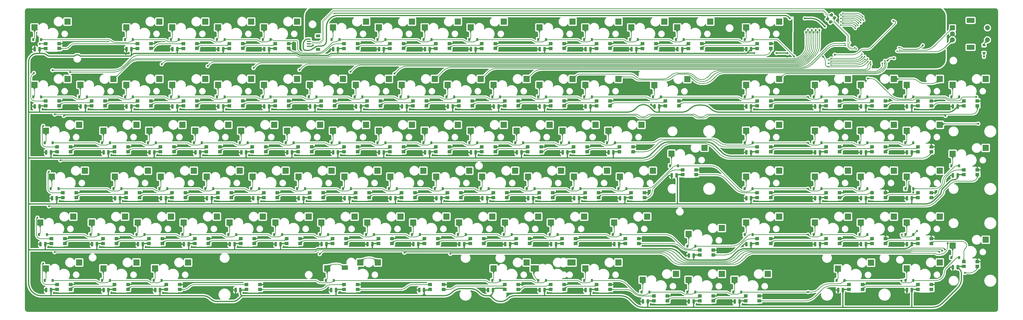
<source format=gbr>
%TF.GenerationSoftware,KiCad,Pcbnew,(6.0.4)*%
%TF.CreationDate,2022-05-20T16:58:25+02:00*%
%TF.ProjectId,pcb-rounded,7063622d-726f-4756-9e64-65642e6b6963,rev?*%
%TF.SameCoordinates,Original*%
%TF.FileFunction,Copper,L2,Bot*%
%TF.FilePolarity,Positive*%
%FSLAX46Y46*%
G04 Gerber Fmt 4.6, Leading zero omitted, Abs format (unit mm)*
G04 Created by KiCad (PCBNEW (6.0.4)) date 2022-05-20 16:58:25*
%MOMM*%
%LPD*%
G01*
G04 APERTURE LIST*
G04 Aperture macros list*
%AMRoundRect*
0 Rectangle with rounded corners*
0 $1 Rounding radius*
0 $2 $3 $4 $5 $6 $7 $8 $9 X,Y pos of 4 corners*
0 Add a 4 corners polygon primitive as box body*
4,1,4,$2,$3,$4,$5,$6,$7,$8,$9,$2,$3,0*
0 Add four circle primitives for the rounded corners*
1,1,$1+$1,$2,$3*
1,1,$1+$1,$4,$5*
1,1,$1+$1,$6,$7*
1,1,$1+$1,$8,$9*
0 Add four rect primitives between the rounded corners*
20,1,$1+$1,$2,$3,$4,$5,0*
20,1,$1+$1,$4,$5,$6,$7,0*
20,1,$1+$1,$6,$7,$8,$9,0*
20,1,$1+$1,$8,$9,$2,$3,0*%
G04 Aperture macros list end*
%TA.AperFunction,SMDPad,CuDef*%
%ADD10R,1.600000X1.400000*%
%TD*%
%TA.AperFunction,SMDPad,CuDef*%
%ADD11R,1.600000X1.420000*%
%TD*%
%TA.AperFunction,SMDPad,CuDef*%
%ADD12R,1.600000X1.380000*%
%TD*%
%TA.AperFunction,ComponentPad*%
%ADD13C,0.600000*%
%TD*%
%TA.AperFunction,SMDPad,CuDef*%
%ADD14R,2.550000X2.500000*%
%TD*%
%TA.AperFunction,SMDPad,CuDef*%
%ADD15R,2.570500X1.878000*%
%TD*%
%TA.AperFunction,SMDPad,CuDef*%
%ADD16R,3.500998X2.500000*%
%TD*%
%TA.AperFunction,SMDPad,CuDef*%
%ADD17R,3.349250X2.500000*%
%TD*%
%TA.AperFunction,ComponentPad*%
%ADD18R,2.000000X2.000000*%
%TD*%
%TA.AperFunction,ComponentPad*%
%ADD19C,2.000000*%
%TD*%
%TA.AperFunction,ComponentPad*%
%ADD20R,3.200000X2.000000*%
%TD*%
%TA.AperFunction,SMDPad,CuDef*%
%ADD21R,0.900000X1.200000*%
%TD*%
%TA.AperFunction,SMDPad,CuDef*%
%ADD22RoundRect,0.250000X0.250000X0.700000X-0.250000X0.700000X-0.250000X-0.700000X0.250000X-0.700000X0*%
%TD*%
%TA.AperFunction,SMDPad,CuDef*%
%ADD23RoundRect,0.250000X0.503814X0.132583X0.132583X0.503814X-0.503814X-0.132583X-0.132583X-0.503814X0*%
%TD*%
%TA.AperFunction,SMDPad,CuDef*%
%ADD24R,1.800000X1.200000*%
%TD*%
%TA.AperFunction,SMDPad,CuDef*%
%ADD25R,1.550000X0.600000*%
%TD*%
%TA.AperFunction,SMDPad,CuDef*%
%ADD26R,1.200000X0.900000*%
%TD*%
%TA.AperFunction,ViaPad*%
%ADD27C,0.800000*%
%TD*%
%TA.AperFunction,ViaPad*%
%ADD28C,0.600000*%
%TD*%
%TA.AperFunction,Conductor*%
%ADD29C,0.508000*%
%TD*%
%TA.AperFunction,Conductor*%
%ADD30C,0.250000*%
%TD*%
%TA.AperFunction,Conductor*%
%ADD31C,0.254000*%
%TD*%
%TA.AperFunction,Conductor*%
%ADD32C,0.200000*%
%TD*%
G04 APERTURE END LIST*
D10*
%TO.P,D150,1,DOUT*%
%TO.N,Net-(D150-Pad1)*%
X465556250Y-223547500D03*
D11*
%TO.P,D150,2,VSS*%
%TO.N,GND*%
X465556250Y-221557500D03*
D10*
%TO.P,D150,3,DIN*%
%TO.N,Net-(D149-Pad1)*%
X459956250Y-221557500D03*
D12*
%TO.P,D150,4,VDD*%
%TO.N,/LED/5V*%
X459956250Y-223557500D03*
%TD*%
D10*
%TO.P,D190,1,DOUT*%
%TO.N,Net-(D190-Pad1)*%
X132181250Y-280697500D03*
D11*
%TO.P,D190,2,VSS*%
%TO.N,GND*%
X132181250Y-278707500D03*
D10*
%TO.P,D190,3,DIN*%
%TO.N,Net-(D189-Pad1)*%
X126581250Y-278707500D03*
D12*
%TO.P,D190,4,VDD*%
%TO.N,/LED/5V*%
X126581250Y-280707500D03*
%TD*%
D10*
%TO.P,D180,1,DOUT*%
%TO.N,Net-(D180-Pad1)*%
X298868750Y-261647500D03*
D11*
%TO.P,D180,2,VSS*%
%TO.N,GND*%
X298868750Y-259657500D03*
D10*
%TO.P,D180,3,DIN*%
%TO.N,Net-(D179-Pad1)*%
X293268750Y-259657500D03*
D12*
%TO.P,D180,4,VDD*%
%TO.N,/LED/5V*%
X293268750Y-261657500D03*
%TD*%
D10*
%TO.P,D115,1,DOUT*%
%TO.N,Net-(D115-Pad1)*%
X103606250Y-204497500D03*
D11*
%TO.P,D115,2,VSS*%
%TO.N,GND*%
X103606250Y-202507500D03*
D10*
%TO.P,D115,3,DIN*%
%TO.N,Net-(D114-Pad1)*%
X98006250Y-202507500D03*
D12*
%TO.P,D115,4,VDD*%
%TO.N,/LED/5V*%
X98006250Y-204507500D03*
%TD*%
D10*
%TO.P,D119,1,DOUT*%
%TO.N,Net-(D119-Pad1)*%
X179806250Y-204497500D03*
D11*
%TO.P,D119,2,VSS*%
%TO.N,GND*%
X179806250Y-202507500D03*
D10*
%TO.P,D119,3,DIN*%
%TO.N,Net-(D118-Pad1)*%
X174206250Y-202507500D03*
D12*
%TO.P,D119,4,VDD*%
%TO.N,/LED/5V*%
X174206250Y-204507500D03*
%TD*%
D13*
%TO.P,MX13,1,COL*%
%TO.N,COL13*%
X372856250Y-168650000D03*
X372856250Y-169550000D03*
D14*
X373796250Y-169545000D03*
D13*
X374756250Y-170450000D03*
X374756250Y-168650000D03*
X374756250Y-169550000D03*
X372856250Y-170450000D03*
%TO.P,MX13,2,ROW*%
%TO.N,Net-(D13-Pad2)*%
X359126250Y-171030000D03*
X359126250Y-172830000D03*
D14*
X360066250Y-171965000D03*
D13*
X360906250Y-172050000D03*
X360906250Y-171150000D03*
X360906250Y-172950000D03*
X359126250Y-171930000D03*
%TD*%
D10*
%TO.P,D135,1,DOUT*%
%TO.N,Net-(D135-Pad1)*%
X132181250Y-223547500D03*
D11*
%TO.P,D135,2,VSS*%
%TO.N,GND*%
X132181250Y-221557500D03*
D10*
%TO.P,D135,3,DIN*%
%TO.N,Net-(D134-Pad1)*%
X126581250Y-221557500D03*
D12*
%TO.P,D135,4,VDD*%
%TO.N,/LED/5V*%
X126581250Y-223557500D03*
%TD*%
D10*
%TO.P,D162,1,DOUT*%
%TO.N,Net-(D162-Pad1)*%
X327443750Y-242597500D03*
D11*
%TO.P,D162,2,VSS*%
%TO.N,GND*%
X327443750Y-240607500D03*
D10*
%TO.P,D162,3,DIN*%
%TO.N,Net-(D161-Pad1)*%
X321843750Y-240607500D03*
D12*
%TO.P,D162,4,VDD*%
%TO.N,/LED/5V*%
X321843750Y-242607500D03*
%TD*%
D13*
%TO.P,MX11,1,COL*%
%TO.N,COL11*%
X334756250Y-169550000D03*
X336656250Y-170450000D03*
X334756250Y-168650000D03*
X334756250Y-170450000D03*
D14*
X335696250Y-169545000D03*
D13*
X336656250Y-168650000D03*
X336656250Y-169550000D03*
%TO.P,MX11,2,ROW*%
%TO.N,Net-(D11-Pad2)*%
X322806250Y-172950000D03*
D14*
X321966250Y-171965000D03*
D13*
X321026250Y-172830000D03*
X322806250Y-172050000D03*
X322806250Y-171150000D03*
X321026250Y-171030000D03*
X321026250Y-171930000D03*
%TD*%
%TO.P,MX43,1,COL*%
%TO.N,COL9*%
X289031250Y-211512500D03*
X287131250Y-213312500D03*
X289031250Y-213312500D03*
X287131250Y-212412500D03*
D14*
X288071250Y-212407500D03*
D13*
X287131250Y-211512500D03*
X289031250Y-212412500D03*
D14*
%TO.P,MX43,2,ROW*%
%TO.N,Net-(D43-Pad2)*%
X274341250Y-214827500D03*
D13*
X275181250Y-214012500D03*
X273401250Y-213892500D03*
X273401250Y-215692500D03*
X275181250Y-215812500D03*
X275181250Y-214912500D03*
X273401250Y-214792500D03*
%TD*%
D10*
%TO.P,D136,1,DOUT*%
%TO.N,Net-(D136-Pad1)*%
X151231250Y-223547500D03*
D11*
%TO.P,D136,2,VSS*%
%TO.N,GND*%
X151231250Y-221557500D03*
D10*
%TO.P,D136,3,DIN*%
%TO.N,Net-(D135-Pad1)*%
X145631250Y-221557500D03*
D12*
%TO.P,D136,4,VDD*%
%TO.N,/LED/5V*%
X145631250Y-223557500D03*
%TD*%
D10*
%TO.P,D144,1,DOUT*%
%TO.N,Net-(D144-Pad1)*%
X303631250Y-223547500D03*
D11*
%TO.P,D144,2,VSS*%
%TO.N,GND*%
X303631250Y-221557500D03*
D10*
%TO.P,D144,3,DIN*%
%TO.N,Net-(D143-Pad1)*%
X298031250Y-221557500D03*
D12*
%TO.P,D144,4,VDD*%
%TO.N,/LED/5V*%
X298031250Y-223557500D03*
%TD*%
D10*
%TO.P,D158,1,DOUT*%
%TO.N,Net-(D158-Pad1)*%
X251243750Y-242597500D03*
D11*
%TO.P,D158,2,VSS*%
%TO.N,GND*%
X251243750Y-240607500D03*
D10*
%TO.P,D158,3,DIN*%
%TO.N,Net-(D157-Pad1)*%
X245643750Y-240607500D03*
D12*
%TO.P,D158,4,VDD*%
%TO.N,/LED/5V*%
X245643750Y-242607500D03*
%TD*%
D13*
%TO.P,MX31,1,COL*%
%TO.N,COL16*%
X449056250Y-193362500D03*
X450956250Y-193362500D03*
D14*
X449996250Y-193357500D03*
D13*
X449056250Y-192462500D03*
X450956250Y-192462500D03*
X449056250Y-194262500D03*
X450956250Y-194262500D03*
%TO.P,MX31,2,ROW*%
%TO.N,Net-(D31-Pad2)*%
X435326250Y-194842500D03*
X437106250Y-195862500D03*
D14*
X436266250Y-195777500D03*
D13*
X437106250Y-196762500D03*
X437106250Y-194962500D03*
X435326250Y-196642500D03*
X435326250Y-195742500D03*
%TD*%
D10*
%TO.P,D197,1,DOUT*%
%TO.N,Net-(D197-Pad1)*%
X375068750Y-285460000D03*
D11*
%TO.P,D197,2,VSS*%
%TO.N,GND*%
X375068750Y-283470000D03*
D10*
%TO.P,D197,3,DIN*%
%TO.N,Net-(D196-Pad1)*%
X369468750Y-283470000D03*
D12*
%TO.P,D197,4,VDD*%
%TO.N,/LED/5V*%
X369468750Y-285470000D03*
%TD*%
D14*
%TO.P,MX20,1,COL*%
%TO.N,COL5*%
X202346250Y-193357500D03*
D13*
X203306250Y-194262500D03*
X201406250Y-192462500D03*
X201406250Y-193362500D03*
X201406250Y-194262500D03*
X203306250Y-193362500D03*
X203306250Y-192462500D03*
%TO.P,MX20,2,ROW*%
%TO.N,Net-(D20-Pad2)*%
X187676250Y-196642500D03*
X189456250Y-196762500D03*
D14*
X188616250Y-195777500D03*
D13*
X189456250Y-194962500D03*
X187676250Y-194842500D03*
X187676250Y-195742500D03*
X189456250Y-195862500D03*
%TD*%
%TO.P,MX54,1,COL*%
%TO.N,COL3*%
X177593750Y-230562500D03*
D14*
X178533750Y-231457500D03*
D13*
X177593750Y-231462500D03*
X177593750Y-232362500D03*
X179493750Y-232362500D03*
X179493750Y-231462500D03*
X179493750Y-230562500D03*
%TO.P,MX54,2,ROW*%
%TO.N,Net-(D54-Pad2)*%
X165643750Y-233962500D03*
X163863750Y-232942500D03*
X165643750Y-233062500D03*
X163863750Y-233842500D03*
X165643750Y-234862500D03*
D14*
X164803750Y-233877500D03*
D13*
X163863750Y-234742500D03*
%TD*%
D10*
%TO.P,D134,1,DOUT*%
%TO.N,Net-(D134-Pad1)*%
X108368750Y-223547500D03*
D11*
%TO.P,D134,2,VSS*%
%TO.N,GND*%
X108368750Y-221557500D03*
D10*
%TO.P,D134,3,DIN*%
%TO.N,Net-(D133-Pad1)*%
X102768750Y-221557500D03*
D12*
%TO.P,D134,4,VDD*%
%TO.N,/LED/5V*%
X102768750Y-223557500D03*
%TD*%
D13*
%TO.P,MX12,1,COL*%
%TO.N,COL12*%
X353806250Y-168650000D03*
X353806250Y-170450000D03*
X355706250Y-169550000D03*
X355706250Y-170450000D03*
X353806250Y-169550000D03*
D14*
X354746250Y-169545000D03*
D13*
X355706250Y-168650000D03*
D14*
%TO.P,MX12,2,ROW*%
%TO.N,Net-(D12-Pad2)*%
X341016250Y-171965000D03*
D13*
X341856250Y-171150000D03*
X341856250Y-172950000D03*
X340076250Y-171930000D03*
X341856250Y-172050000D03*
X340076250Y-172830000D03*
X340076250Y-171030000D03*
%TD*%
D14*
%TO.P,MX51,1,COL*%
%TO.N,COL0*%
X114240000Y-231457500D03*
D13*
X113300000Y-232362500D03*
X113300000Y-231462500D03*
X115200000Y-230562500D03*
X115200000Y-231462500D03*
X113300000Y-230562500D03*
X115200000Y-232362500D03*
%TO.P,MX51,2,ROW*%
%TO.N,Net-(D51-Pad2)*%
X101350000Y-233962500D03*
X101350000Y-234862500D03*
X101350000Y-233062500D03*
X99570000Y-234742500D03*
X99570000Y-232942500D03*
D14*
X100510000Y-233877500D03*
D13*
X99570000Y-233842500D03*
%TD*%
D10*
%TO.P,D138,1,DOUT*%
%TO.N,Net-(D138-Pad1)*%
X189331250Y-223547500D03*
D11*
%TO.P,D138,2,VSS*%
%TO.N,GND*%
X189331250Y-221557500D03*
D10*
%TO.P,D138,3,DIN*%
%TO.N,Net-(D137-Pad1)*%
X183731250Y-221557500D03*
D12*
%TO.P,D138,4,VDD*%
%TO.N,/LED/5V*%
X183731250Y-223557500D03*
%TD*%
D10*
%TO.P,D166,1,DOUT*%
%TO.N,Net-(D166-Pad1)*%
X427456250Y-242597500D03*
D11*
%TO.P,D166,2,VSS*%
%TO.N,GND*%
X427456250Y-240607500D03*
D10*
%TO.P,D166,3,DIN*%
%TO.N,Net-(D165-Pad1)*%
X421856250Y-240607500D03*
D12*
%TO.P,D166,4,VDD*%
%TO.N,/LED/5V*%
X421856250Y-242607500D03*
%TD*%
D14*
%TO.P,MX77,1,COL*%
%TO.N,COL7*%
X245208750Y-250507500D03*
D13*
X246168750Y-250512500D03*
X246168750Y-251412500D03*
X244268750Y-250512500D03*
X244268750Y-249612500D03*
X246168750Y-249612500D03*
X244268750Y-251412500D03*
%TO.P,MX77,2,ROW*%
%TO.N,Net-(D77-Pad2)*%
X230538750Y-252892500D03*
X232318750Y-253012500D03*
X230538750Y-253792500D03*
D14*
X231478750Y-252927500D03*
D13*
X230538750Y-251992500D03*
X232318750Y-253912500D03*
X232318750Y-252112500D03*
%TD*%
D10*
%TO.P,D185,1,DOUT*%
%TO.N,Net-(D185-Pad1)*%
X427456250Y-261647500D03*
D11*
%TO.P,D185,2,VSS*%
%TO.N,GND*%
X427456250Y-259657500D03*
D10*
%TO.P,D185,3,DIN*%
%TO.N,Net-(D184-Pad1)*%
X421856250Y-259657500D03*
D12*
%TO.P,D185,4,VDD*%
%TO.N,/LED/5V*%
X421856250Y-261657500D03*
%TD*%
D10*
%TO.P,D107,1,DOUT*%
%TO.N,Net-(D107-Pad1)*%
X246481250Y-180685000D03*
D11*
%TO.P,D107,2,VSS*%
%TO.N,GND*%
X246481250Y-178695000D03*
D10*
%TO.P,D107,3,DIN*%
%TO.N,Net-(D106-Pad1)*%
X240881250Y-178695000D03*
D12*
%TO.P,D107,4,VDD*%
%TO.N,/LED/5V*%
X240881250Y-180695000D03*
%TD*%
D10*
%TO.P,D175,1,DOUT*%
%TO.N,Net-(D175-Pad1)*%
X203618750Y-261647500D03*
D11*
%TO.P,D175,2,VSS*%
%TO.N,GND*%
X203618750Y-259657500D03*
D10*
%TO.P,D175,3,DIN*%
%TO.N,Net-(D174-Pad1)*%
X198018750Y-259657500D03*
D12*
%TO.P,D175,4,VDD*%
%TO.N,/LED/5V*%
X198018750Y-261657500D03*
%TD*%
D10*
%TO.P,D170,1,DOUT*%
%TO.N,Net-(D170-Pad1)*%
X105987500Y-261647500D03*
D11*
%TO.P,D170,2,VSS*%
%TO.N,GND*%
X105987500Y-259657500D03*
D10*
%TO.P,D170,3,DIN*%
%TO.N,Net-(D169-Pad1)*%
X100387500Y-259657500D03*
D12*
%TO.P,D170,4,VDD*%
%TO.N,/LED/5V*%
X100387500Y-261657500D03*
%TD*%
D10*
%TO.P,D202,1,DOUT*%
%TO.N,Net-(D192-Pad3)*%
X186950000Y-280697500D03*
D11*
%TO.P,D202,2,VSS*%
%TO.N,GND*%
X186950000Y-278707500D03*
D10*
%TO.P,D202,3,DIN*%
%TO.N,Net-(D191-Pad1)*%
X181350000Y-278707500D03*
D12*
%TO.P,D202,4,VDD*%
%TO.N,/LED/5V*%
X181350000Y-280707500D03*
%TD*%
D10*
%TO.P,D146,1,DOUT*%
%TO.N,Net-(D146-Pad1)*%
X341731250Y-223547500D03*
D11*
%TO.P,D146,2,VSS*%
%TO.N,GND*%
X341731250Y-221557500D03*
D10*
%TO.P,D146,3,DIN*%
%TO.N,Net-(D145-Pad1)*%
X336131250Y-221557500D03*
D12*
%TO.P,D146,4,VDD*%
%TO.N,/LED/5V*%
X336131250Y-223557500D03*
%TD*%
D13*
%TO.P,MX79,1,COL*%
%TO.N,COL9*%
X282368750Y-250512500D03*
X282368750Y-249612500D03*
X284268750Y-250512500D03*
D14*
X283308750Y-250507500D03*
D13*
X284268750Y-249612500D03*
X282368750Y-251412500D03*
X284268750Y-251412500D03*
%TO.P,MX79,2,ROW*%
%TO.N,Net-(D79-Pad2)*%
X268638750Y-251992500D03*
X270418750Y-253012500D03*
X268638750Y-253792500D03*
D14*
X269578750Y-252927500D03*
D13*
X268638750Y-252892500D03*
X270418750Y-253912500D03*
X270418750Y-252112500D03*
%TD*%
D10*
%TO.P,D140,1,DOUT*%
%TO.N,Net-(D140-Pad1)*%
X227431250Y-223547500D03*
D11*
%TO.P,D140,2,VSS*%
%TO.N,GND*%
X227431250Y-221557500D03*
D10*
%TO.P,D140,3,DIN*%
%TO.N,Net-(D139-Pad1)*%
X221831250Y-221557500D03*
D12*
%TO.P,D140,4,VDD*%
%TO.N,/LED/5V*%
X221831250Y-223557500D03*
%TD*%
D14*
%TO.P,MX49,1,COL*%
%TO.N,COL16*%
X449996250Y-212407500D03*
D13*
X449056250Y-211512500D03*
X449056250Y-212412500D03*
X450956250Y-213312500D03*
X449056250Y-213312500D03*
X450956250Y-211512500D03*
X450956250Y-212412500D03*
%TO.P,MX49,2,ROW*%
%TO.N,Net-(D49-Pad2)*%
X435326250Y-214792500D03*
X437106250Y-215812500D03*
X435326250Y-215692500D03*
X437106250Y-214912500D03*
X435326250Y-213892500D03*
X437106250Y-214012500D03*
D14*
X436266250Y-214827500D03*
%TD*%
D13*
%TO.P,MX45,1,COL*%
%TO.N,COL11*%
X327131250Y-213312500D03*
X325231250Y-213312500D03*
D14*
X326171250Y-212407500D03*
D13*
X327131250Y-211512500D03*
X325231250Y-212412500D03*
X325231250Y-211512500D03*
X327131250Y-212412500D03*
D14*
%TO.P,MX45,2,ROW*%
%TO.N,Net-(D45-Pad2)*%
X312441250Y-214827500D03*
D13*
X311501250Y-213892500D03*
X313281250Y-214912500D03*
X311501250Y-214792500D03*
X311501250Y-215692500D03*
X313281250Y-215812500D03*
X313281250Y-214012500D03*
%TD*%
D10*
%TO.P,D188,1,DOUT*%
%TO.N,Net-(D188-Pad1)*%
X484606250Y-271172500D03*
D11*
%TO.P,D188,2,VSS*%
%TO.N,GND*%
X484606250Y-269182500D03*
D10*
%TO.P,D188,3,DIN*%
%TO.N,Net-(D187-Pad1)*%
X479006250Y-269182500D03*
D12*
%TO.P,D188,4,VDD*%
%TO.N,/LED/5V*%
X479006250Y-271182500D03*
%TD*%
D10*
%TO.P,D137,1,DOUT*%
%TO.N,Net-(D137-Pad1)*%
X170281250Y-223547500D03*
D11*
%TO.P,D137,2,VSS*%
%TO.N,GND*%
X170281250Y-221557500D03*
D10*
%TO.P,D137,3,DIN*%
%TO.N,Net-(D136-Pad1)*%
X164681250Y-221557500D03*
D12*
%TO.P,D137,4,VDD*%
%TO.N,/LED/5V*%
X164681250Y-223557500D03*
%TD*%
D13*
%TO.P,MX42,1,COL*%
%TO.N,COL8*%
X269981250Y-211512500D03*
X269981250Y-213312500D03*
D14*
X269021250Y-212407500D03*
D13*
X268081250Y-213312500D03*
X268081250Y-211512500D03*
X268081250Y-212412500D03*
X269981250Y-212412500D03*
%TO.P,MX42,2,ROW*%
%TO.N,Net-(D42-Pad2)*%
X256131250Y-214912500D03*
X254351250Y-214792500D03*
X254351250Y-213892500D03*
X256131250Y-215812500D03*
X254351250Y-215692500D03*
X256131250Y-214012500D03*
D14*
X255291250Y-214827500D03*
%TD*%
D10*
%TO.P,D193,1,DOUT*%
%TO.N,Net-(D193-Pad1)*%
X294106250Y-280697500D03*
D11*
%TO.P,D193,2,VSS*%
%TO.N,GND*%
X294106250Y-278707500D03*
D10*
%TO.P,D193,3,DIN*%
%TO.N,Net-(D193-Pad3)*%
X288506250Y-278707500D03*
D12*
%TO.P,D193,4,VDD*%
%TO.N,/LED/5V*%
X288506250Y-280707500D03*
%TD*%
D13*
%TO.P,MX10,1,COL*%
%TO.N,COL10*%
X315706250Y-168650000D03*
X317606250Y-168650000D03*
X315706250Y-169550000D03*
X317606250Y-169550000D03*
D14*
X316646250Y-169545000D03*
D13*
X315706250Y-170450000D03*
X317606250Y-170450000D03*
%TO.P,MX10,2,ROW*%
%TO.N,Net-(D10-Pad2)*%
X303756250Y-172950000D03*
X301976250Y-171030000D03*
D14*
X302916250Y-171965000D03*
D13*
X301976250Y-172830000D03*
X301976250Y-171930000D03*
X303756250Y-172050000D03*
X303756250Y-171150000D03*
%TD*%
%TO.P,MX92,1,COL*%
%TO.N,COL6*%
X236787500Y-270462500D03*
X229500000Y-270462500D03*
X229500000Y-268662500D03*
D14*
X235827500Y-269557500D03*
D13*
X229500000Y-269562500D03*
X227600000Y-268662500D03*
X236787500Y-269562500D03*
X236787500Y-268662500D03*
X234887500Y-269562500D03*
X227600000Y-269562500D03*
X234887500Y-270462500D03*
D14*
X228540000Y-269557500D03*
D13*
X227600000Y-270462500D03*
X234887500Y-268662500D03*
%TO.P,MX92,2,ROW*%
%TO.N,Net-(D92-Pad2)*%
X213870000Y-272842500D03*
X222937500Y-272062500D03*
X213870000Y-271042500D03*
X215650000Y-271162500D03*
X215650000Y-272962500D03*
X221157500Y-271042500D03*
X221157500Y-271942500D03*
X222937500Y-271162500D03*
D14*
X214810000Y-271977500D03*
D15*
X222107750Y-271666500D03*
D13*
X215650000Y-272062500D03*
X213870000Y-271942500D03*
%TD*%
D10*
%TO.P,D163,1,DOUT*%
%TO.N,Net-(D163-Pad1)*%
X346493750Y-242597500D03*
D11*
%TO.P,D163,2,VSS*%
%TO.N,GND*%
X346493750Y-240607500D03*
D10*
%TO.P,D163,3,DIN*%
%TO.N,Net-(D162-Pad1)*%
X340893750Y-240607500D03*
D12*
%TO.P,D163,4,VDD*%
%TO.N,/LED/5V*%
X340893750Y-242607500D03*
%TD*%
D10*
%TO.P,D139,1,DOUT*%
%TO.N,Net-(D139-Pad1)*%
X208381250Y-223547500D03*
D11*
%TO.P,D139,2,VSS*%
%TO.N,GND*%
X208381250Y-221557500D03*
D10*
%TO.P,D139,3,DIN*%
%TO.N,Net-(D138-Pad1)*%
X202781250Y-221557500D03*
D12*
%TO.P,D139,4,VDD*%
%TO.N,/LED/5V*%
X202781250Y-223557500D03*
%TD*%
D13*
%TO.P,MX9,1,COL*%
%TO.N,COL9*%
X289031250Y-168650000D03*
X289031250Y-170450000D03*
D14*
X288071250Y-169545000D03*
D13*
X287131250Y-168650000D03*
X289031250Y-169550000D03*
X287131250Y-169550000D03*
X287131250Y-170450000D03*
%TO.P,MX9,2,ROW*%
%TO.N,Net-(D9-Pad2)*%
X275181250Y-172050000D03*
X275181250Y-171150000D03*
X273401250Y-171030000D03*
X275181250Y-172950000D03*
D14*
X274341250Y-171965000D03*
D13*
X273401250Y-171930000D03*
X273401250Y-172830000D03*
%TD*%
D14*
%TO.P,MX18,1,COL*%
%TO.N,COL3*%
X164246250Y-193357500D03*
D13*
X163306250Y-194262500D03*
X163306250Y-193362500D03*
X165206250Y-194262500D03*
X165206250Y-192462500D03*
X165206250Y-193362500D03*
X163306250Y-192462500D03*
D14*
%TO.P,MX18,2,ROW*%
%TO.N,Net-(D18-Pad2)*%
X150516250Y-195777500D03*
D13*
X149576250Y-196642500D03*
X149576250Y-194842500D03*
X151356250Y-196762500D03*
X151356250Y-194962500D03*
X149576250Y-195742500D03*
X151356250Y-195862500D03*
%TD*%
D10*
%TO.P,D141,1,DOUT*%
%TO.N,Net-(D141-Pad1)*%
X246481250Y-223547500D03*
D11*
%TO.P,D141,2,VSS*%
%TO.N,GND*%
X246481250Y-221557500D03*
D10*
%TO.P,D141,3,DIN*%
%TO.N,Net-(D140-Pad1)*%
X240881250Y-221557500D03*
D12*
%TO.P,D141,4,VDD*%
%TO.N,/LED/5V*%
X240881250Y-223557500D03*
%TD*%
D10*
%TO.P,D148,1,DOUT*%
%TO.N,Net-(D148-Pad1)*%
X427456250Y-223547500D03*
D11*
%TO.P,D148,2,VSS*%
%TO.N,GND*%
X427456250Y-221557500D03*
D10*
%TO.P,D148,3,DIN*%
%TO.N,Net-(D147-Pad1)*%
X421856250Y-221557500D03*
D12*
%TO.P,D148,4,VDD*%
%TO.N,/LED/5V*%
X421856250Y-223557500D03*
%TD*%
D13*
%TO.P,MX15,1,COL*%
%TO.N,COL0*%
X108056250Y-192462500D03*
X108056250Y-194262500D03*
X106156250Y-192462500D03*
X108056250Y-193362500D03*
X106156250Y-194262500D03*
D14*
X107096250Y-193357500D03*
D13*
X106156250Y-193362500D03*
%TO.P,MX15,2,ROW*%
%TO.N,Net-(D15-Pad2)*%
X92426250Y-194842500D03*
X92426250Y-195742500D03*
X94206250Y-196762500D03*
X92426250Y-196642500D03*
X94206250Y-195862500D03*
X94206250Y-194962500D03*
D14*
X93366250Y-195777500D03*
%TD*%
D13*
%TO.P,MX5,1,COL*%
%TO.N,COL5*%
X201406250Y-169550000D03*
D14*
X202346250Y-169545000D03*
D13*
X203306250Y-170450000D03*
X203306250Y-168650000D03*
X201406250Y-168650000D03*
X203306250Y-169550000D03*
X201406250Y-170450000D03*
%TO.P,MX5,2,ROW*%
%TO.N,Net-(D5-Pad2)*%
X187676250Y-172830000D03*
X189456250Y-172050000D03*
X187676250Y-171030000D03*
X189456250Y-171150000D03*
X189456250Y-172950000D03*
D14*
X188616250Y-171965000D03*
D13*
X187676250Y-171930000D03*
%TD*%
%TO.P,MX21,1,COL*%
%TO.N,COL6*%
X222356250Y-192462500D03*
X222356250Y-194262500D03*
X220456250Y-194262500D03*
X222356250Y-193362500D03*
X220456250Y-193362500D03*
X220456250Y-192462500D03*
D14*
X221396250Y-193357500D03*
D13*
%TO.P,MX21,2,ROW*%
%TO.N,Net-(D21-Pad2)*%
X206726250Y-194842500D03*
X208506250Y-195862500D03*
X208506250Y-196762500D03*
X206726250Y-196642500D03*
X206726250Y-195742500D03*
X208506250Y-194962500D03*
D14*
X207666250Y-195777500D03*
%TD*%
D10*
%TO.P,D113,1,DOUT*%
%TO.N,Net-(D113-Pad1)*%
X370306250Y-180685000D03*
D11*
%TO.P,D113,2,VSS*%
%TO.N,GND*%
X370306250Y-178695000D03*
D10*
%TO.P,D113,3,DIN*%
%TO.N,Net-(D112-Pad1)*%
X364706250Y-178695000D03*
D12*
%TO.P,D113,4,VDD*%
%TO.N,/LED/5V*%
X364706250Y-180695000D03*
%TD*%
D10*
%TO.P,D109,1,DOUT*%
%TO.N,Net-(D109-Pad1)*%
X284581250Y-180685000D03*
D11*
%TO.P,D109,2,VSS*%
%TO.N,GND*%
X284581250Y-178695000D03*
D10*
%TO.P,D109,3,DIN*%
%TO.N,Net-(D108-Pad1)*%
X278981250Y-178695000D03*
D12*
%TO.P,D109,4,VDD*%
%TO.N,/LED/5V*%
X278981250Y-180695000D03*
%TD*%
D13*
%TO.P,MX84,1,COL*%
%TO.N,COL14*%
X403331250Y-250512500D03*
D14*
X402371250Y-250507500D03*
D13*
X403331250Y-251412500D03*
X401431250Y-250512500D03*
X403331250Y-249612500D03*
X401431250Y-249612500D03*
X401431250Y-251412500D03*
%TO.P,MX84,2,ROW*%
%TO.N,Net-(D84-Pad2)*%
X387701250Y-252892500D03*
X387701250Y-251992500D03*
X389481250Y-253912500D03*
X387701250Y-253792500D03*
X389481250Y-252112500D03*
D14*
X388641250Y-252927500D03*
D13*
X389481250Y-253012500D03*
%TD*%
%TO.P,MX44,1,COL*%
%TO.N,COL10*%
X308081250Y-213312500D03*
X308081250Y-212412500D03*
X306181250Y-213312500D03*
X306181250Y-212412500D03*
D14*
X307121250Y-212407500D03*
D13*
X306181250Y-211512500D03*
X308081250Y-211512500D03*
%TO.P,MX44,2,ROW*%
%TO.N,Net-(D44-Pad2)*%
X294231250Y-215812500D03*
X292451250Y-215692500D03*
X294231250Y-214912500D03*
X292451250Y-214792500D03*
X292451250Y-213892500D03*
X294231250Y-214012500D03*
D14*
X293391250Y-214827500D03*
%TD*%
D10*
%TO.P,D127,1,DOUT*%
%TO.N,Net-(D127-Pad1)*%
X332206250Y-204497500D03*
D11*
%TO.P,D127,2,VSS*%
%TO.N,GND*%
X332206250Y-202507500D03*
D10*
%TO.P,D127,3,DIN*%
%TO.N,Net-(D126-Pad1)*%
X326606250Y-202507500D03*
D12*
%TO.P,D127,4,VDD*%
%TO.N,/LED/5V*%
X326606250Y-204507500D03*
%TD*%
D10*
%TO.P,D167,1,DOUT*%
%TO.N,Net-(D167-Pad1)*%
X446506250Y-242597500D03*
D11*
%TO.P,D167,2,VSS*%
%TO.N,GND*%
X446506250Y-240607500D03*
D10*
%TO.P,D167,3,DIN*%
%TO.N,Net-(D166-Pad1)*%
X440906250Y-240607500D03*
D12*
%TO.P,D167,4,VDD*%
%TO.N,/LED/5V*%
X440906250Y-242607500D03*
%TD*%
D13*
%TO.P,MX47,1,COL*%
%TO.N,COL14*%
X403331250Y-212412500D03*
X401431250Y-213312500D03*
D14*
X402371250Y-212407500D03*
D13*
X403331250Y-213312500D03*
X403331250Y-211512500D03*
X401431250Y-211512500D03*
X401431250Y-212412500D03*
%TO.P,MX47,2,ROW*%
%TO.N,Net-(D47-Pad2)*%
X389481250Y-215812500D03*
X387701250Y-215692500D03*
X389481250Y-214012500D03*
X387701250Y-214792500D03*
D14*
X388641250Y-214827500D03*
D13*
X387701250Y-213892500D03*
X389481250Y-214912500D03*
%TD*%
%TO.P,MX32,1,COL*%
%TO.N,COL16*%
X470006250Y-194262500D03*
X468106250Y-193362500D03*
X468106250Y-194262500D03*
X470006250Y-192462500D03*
X470006250Y-193362500D03*
D14*
X469046250Y-193357500D03*
D13*
X468106250Y-192462500D03*
%TO.P,MX32,2,ROW*%
%TO.N,Net-(D32-Pad2)*%
X454376250Y-196642500D03*
X456156250Y-196762500D03*
X454376250Y-194842500D03*
X456156250Y-195862500D03*
X454376250Y-195742500D03*
D14*
X455316250Y-195777500D03*
D13*
X456156250Y-194962500D03*
%TD*%
%TO.P,MX91,1,COL*%
%TO.N,COL2*%
X156162500Y-270462500D03*
X158062500Y-269562500D03*
D14*
X157102500Y-269557500D03*
D13*
X158062500Y-268662500D03*
X156162500Y-268662500D03*
X158062500Y-270462500D03*
X156162500Y-269562500D03*
D14*
%TO.P,MX91,2,ROW*%
%TO.N,Net-(D91-Pad2)*%
X143372500Y-271977500D03*
D13*
X144212500Y-272962500D03*
X142432500Y-272842500D03*
X144212500Y-271162500D03*
X144212500Y-272062500D03*
X142432500Y-271042500D03*
X142432500Y-271942500D03*
%TD*%
%TO.P,MX36,1,COL*%
%TO.N,COL2*%
X153781250Y-212412500D03*
D14*
X154721250Y-212407500D03*
D13*
X155681250Y-211512500D03*
X153781250Y-211512500D03*
X153781250Y-213312500D03*
X155681250Y-212412500D03*
X155681250Y-213312500D03*
%TO.P,MX36,2,ROW*%
%TO.N,Net-(D36-Pad2)*%
X140051250Y-213892500D03*
X140051250Y-215692500D03*
X141831250Y-214012500D03*
D14*
X140991250Y-214827500D03*
D13*
X140051250Y-214792500D03*
X141831250Y-214912500D03*
X141831250Y-215812500D03*
%TD*%
D10*
%TO.P,D183,1,DOUT*%
%TO.N,Net-(D183-Pad1)*%
X375068750Y-266410000D03*
D11*
%TO.P,D183,2,VSS*%
%TO.N,GND*%
X375068750Y-264420000D03*
D10*
%TO.P,D183,3,DIN*%
%TO.N,Net-(D182-Pad1)*%
X369468750Y-264420000D03*
D12*
%TO.P,D183,4,VDD*%
%TO.N,/LED/5V*%
X369468750Y-266420000D03*
%TD*%
D10*
%TO.P,D130,1,DOUT*%
%TO.N,Net-(D130-Pad1)*%
X427456250Y-204497500D03*
D11*
%TO.P,D130,2,VSS*%
%TO.N,GND*%
X427456250Y-202507500D03*
D10*
%TO.P,D130,3,DIN*%
%TO.N,Net-(D129-Pad1)*%
X421856250Y-202507500D03*
D12*
%TO.P,D130,4,VDD*%
%TO.N,/LED/5V*%
X421856250Y-204507500D03*
%TD*%
D13*
%TO.P,MX71,1,COL*%
%TO.N,COL1*%
X129968750Y-249612500D03*
D14*
X130908750Y-250507500D03*
D13*
X131868750Y-251412500D03*
X131868750Y-250512500D03*
X129968750Y-251412500D03*
X129968750Y-250512500D03*
X131868750Y-249612500D03*
%TO.P,MX71,2,ROW*%
%TO.N,Net-(D71-Pad2)*%
X116238750Y-252892500D03*
D14*
X117178750Y-252927500D03*
D13*
X116238750Y-251992500D03*
X116238750Y-253792500D03*
X118018750Y-253912500D03*
X118018750Y-252112500D03*
X118018750Y-253012500D03*
%TD*%
D10*
%TO.P,D116,1,DOUT*%
%TO.N,Net-(D116-Pad1)*%
X122656250Y-204497500D03*
D11*
%TO.P,D116,2,VSS*%
%TO.N,GND*%
X122656250Y-202507500D03*
D10*
%TO.P,D116,3,DIN*%
%TO.N,Net-(D115-Pad1)*%
X117056250Y-202507500D03*
D12*
%TO.P,D116,4,VDD*%
%TO.N,/LED/5V*%
X117056250Y-204507500D03*
%TD*%
D10*
%TO.P,D168,1,DOUT*%
%TO.N,Net-(D168-Pad1)*%
X465556250Y-242597500D03*
D11*
%TO.P,D168,2,VSS*%
%TO.N,GND*%
X465556250Y-240607500D03*
D10*
%TO.P,D168,3,DIN*%
%TO.N,Net-(D167-Pad1)*%
X459956250Y-240607500D03*
D12*
%TO.P,D168,4,VDD*%
%TO.N,/LED/5V*%
X459956250Y-242607500D03*
%TD*%
D10*
%TO.P,D176,1,DOUT*%
%TO.N,Net-(D176-Pad1)*%
X222668750Y-261647500D03*
D11*
%TO.P,D176,2,VSS*%
%TO.N,GND*%
X222668750Y-259657500D03*
D10*
%TO.P,D176,3,DIN*%
%TO.N,Net-(D175-Pad1)*%
X217068750Y-259657500D03*
D12*
%TO.P,D176,4,VDD*%
%TO.N,/LED/5V*%
X217068750Y-261657500D03*
%TD*%
D10*
%TO.P,D110,1,DOUT*%
%TO.N,Net-(D110-Pad1)*%
X313156250Y-180685000D03*
D11*
%TO.P,D110,2,VSS*%
%TO.N,GND*%
X313156250Y-178695000D03*
D10*
%TO.P,D110,3,DIN*%
%TO.N,Net-(D109-Pad1)*%
X307556250Y-178695000D03*
D12*
%TO.P,D110,4,VDD*%
%TO.N,/LED/5V*%
X307556250Y-180695000D03*
%TD*%
D13*
%TO.P,MX80,1,COL*%
%TO.N,COL10*%
X301418750Y-250512500D03*
X303318750Y-251412500D03*
X301418750Y-251412500D03*
X303318750Y-249612500D03*
D14*
X302358750Y-250507500D03*
D13*
X301418750Y-249612500D03*
X303318750Y-250512500D03*
%TO.P,MX80,2,ROW*%
%TO.N,Net-(D80-Pad2)*%
X287688750Y-253792500D03*
X287688750Y-251992500D03*
X289468750Y-253912500D03*
D14*
X288628750Y-252927500D03*
D13*
X289468750Y-253012500D03*
X289468750Y-252112500D03*
X287688750Y-252892500D03*
%TD*%
D10*
%TO.P,D128,1,DOUT*%
%TO.N,Net-(D128-Pad1)*%
X360781250Y-204497500D03*
D11*
%TO.P,D128,2,VSS*%
%TO.N,GND*%
X360781250Y-202507500D03*
D10*
%TO.P,D128,3,DIN*%
%TO.N,Net-(D127-Pad1)*%
X355181250Y-202507500D03*
D12*
%TO.P,D128,4,VDD*%
%TO.N,/LED/5V*%
X355181250Y-204507500D03*
%TD*%
D10*
%TO.P,D118,1,DOUT*%
%TO.N,Net-(D118-Pad1)*%
X160756250Y-204497500D03*
D11*
%TO.P,D118,2,VSS*%
%TO.N,GND*%
X160756250Y-202507500D03*
D10*
%TO.P,D118,3,DIN*%
%TO.N,Net-(D117-Pad1)*%
X155156250Y-202507500D03*
D12*
%TO.P,D118,4,VDD*%
%TO.N,/LED/5V*%
X155156250Y-204507500D03*
%TD*%
D13*
%TO.P,MX89,1,COL*%
%TO.N,COL0*%
X112818750Y-269562500D03*
X112818750Y-268662500D03*
X110918750Y-270462500D03*
X112818750Y-270462500D03*
X110918750Y-269562500D03*
D14*
X111858750Y-269557500D03*
D13*
X110918750Y-268662500D03*
%TO.P,MX89,2,ROW*%
%TO.N,Net-(D89-Pad2)*%
X97188750Y-272842500D03*
X98968750Y-272062500D03*
X98968750Y-271162500D03*
D14*
X98128750Y-271977500D03*
D13*
X97188750Y-271042500D03*
X97188750Y-271942500D03*
X98968750Y-272962500D03*
%TD*%
%TO.P,MX66,1,COL*%
%TO.N,COL15*%
X431906250Y-231462500D03*
X430006250Y-230562500D03*
X430006250Y-232362500D03*
X431906250Y-232362500D03*
X430006250Y-231462500D03*
X431906250Y-230562500D03*
D14*
X430946250Y-231457500D03*
D13*
%TO.P,MX66,2,ROW*%
%TO.N,Net-(D66-Pad2)*%
X418056250Y-234862500D03*
X416276250Y-233842500D03*
X416276250Y-234742500D03*
X416276250Y-232942500D03*
D14*
X417216250Y-233877500D03*
D13*
X418056250Y-233062500D03*
X418056250Y-233962500D03*
%TD*%
D10*
%TO.P,D186,1,DOUT*%
%TO.N,Net-(D186-Pad1)*%
X446506250Y-261647500D03*
D11*
%TO.P,D186,2,VSS*%
%TO.N,GND*%
X446506250Y-259657500D03*
D10*
%TO.P,D186,3,DIN*%
%TO.N,Net-(D185-Pad1)*%
X440906250Y-259657500D03*
D12*
%TO.P,D186,4,VDD*%
%TO.N,/LED/5V*%
X440906250Y-261657500D03*
%TD*%
D13*
%TO.P,MX3,1,COL*%
%TO.N,COL3*%
X165206250Y-169550000D03*
X165206250Y-168650000D03*
X163306250Y-170450000D03*
X163306250Y-168650000D03*
D14*
X164246250Y-169545000D03*
D13*
X163306250Y-169550000D03*
X165206250Y-170450000D03*
%TO.P,MX3,2,ROW*%
%TO.N,Net-(D3-Pad2)*%
X151356250Y-172950000D03*
X149576250Y-171030000D03*
D14*
X150516250Y-171965000D03*
D13*
X149576250Y-172830000D03*
X151356250Y-172050000D03*
X151356250Y-171150000D03*
X149576250Y-171930000D03*
%TD*%
D10*
%TO.P,D171,1,DOUT*%
%TO.N,Net-(D171-Pad1)*%
X127418750Y-261647500D03*
D11*
%TO.P,D171,2,VSS*%
%TO.N,GND*%
X127418750Y-259657500D03*
D10*
%TO.P,D171,3,DIN*%
%TO.N,Net-(D170-Pad1)*%
X121818750Y-259657500D03*
D12*
%TO.P,D171,4,VDD*%
%TO.N,/LED/5V*%
X121818750Y-261657500D03*
%TD*%
D13*
%TO.P,MX61,1,COL*%
%TO.N,COL10*%
X310943750Y-232362500D03*
X310943750Y-231462500D03*
D14*
X311883750Y-231457500D03*
D13*
X310943750Y-230562500D03*
X312843750Y-230562500D03*
X312843750Y-232362500D03*
X312843750Y-231462500D03*
%TO.P,MX61,2,ROW*%
%TO.N,Net-(D61-Pad2)*%
X297213750Y-234742500D03*
X297213750Y-233842500D03*
X298993750Y-233962500D03*
X297213750Y-232942500D03*
X298993750Y-233062500D03*
X298993750Y-234862500D03*
D14*
X298153750Y-233877500D03*
%TD*%
D13*
%TO.P,MX100,1,COL*%
%TO.N,COL16*%
X470006250Y-268662500D03*
X470006250Y-269562500D03*
X468106250Y-269562500D03*
X468106250Y-270462500D03*
X470006250Y-270462500D03*
X468106250Y-268662500D03*
D14*
X469046250Y-269557500D03*
D13*
%TO.P,MX100,2,ROW*%
%TO.N,Net-(D100-Pad2)*%
X456156250Y-272062500D03*
X456156250Y-272962500D03*
X454376250Y-271042500D03*
X454376250Y-272842500D03*
X456156250Y-271162500D03*
X454376250Y-271942500D03*
D14*
X455316250Y-271977500D03*
%TD*%
D10*
%TO.P,D105,1,DOUT*%
%TO.N,Net-(D105-Pad1)*%
X198856250Y-180685000D03*
D11*
%TO.P,D105,2,VSS*%
%TO.N,GND*%
X198856250Y-178695000D03*
D10*
%TO.P,D105,3,DIN*%
%TO.N,Net-(D104-Pad1)*%
X193256250Y-178695000D03*
D12*
%TO.P,D105,4,VDD*%
%TO.N,/LED/5V*%
X193256250Y-180695000D03*
%TD*%
D13*
%TO.P,MX86,1,COL*%
%TO.N,COL16*%
X450956250Y-250512500D03*
X449056250Y-250512500D03*
X449056250Y-249612500D03*
X450956250Y-251412500D03*
D14*
X449996250Y-250507500D03*
D13*
X450956250Y-249612500D03*
X449056250Y-251412500D03*
%TO.P,MX86,2,ROW*%
%TO.N,Net-(D86-Pad2)*%
X437106250Y-253912500D03*
X435326250Y-251992500D03*
D14*
X436266250Y-252927500D03*
D13*
X437106250Y-253012500D03*
X435326250Y-253792500D03*
X437106250Y-252112500D03*
X435326250Y-252892500D03*
%TD*%
%TO.P,MX39,1,COL*%
%TO.N,COL5*%
X212831250Y-212412500D03*
X212831250Y-211512500D03*
X210931250Y-212412500D03*
X210931250Y-211512500D03*
X210931250Y-213312500D03*
D14*
X211871250Y-212407500D03*
D13*
X212831250Y-213312500D03*
%TO.P,MX39,2,ROW*%
%TO.N,Net-(D39-Pad2)*%
X198981250Y-214912500D03*
X197201250Y-213892500D03*
X197201250Y-215692500D03*
X198981250Y-214012500D03*
D14*
X198141250Y-214827500D03*
D13*
X198981250Y-215812500D03*
X197201250Y-214792500D03*
%TD*%
D10*
%TO.P,D192,1,DOUT*%
%TO.N,Net-(D192-Pad1)*%
X227431250Y-280697500D03*
D11*
%TO.P,D192,2,VSS*%
%TO.N,GND*%
X227431250Y-278707500D03*
D10*
%TO.P,D192,3,DIN*%
%TO.N,Net-(D192-Pad3)*%
X221831250Y-278707500D03*
D12*
%TO.P,D192,4,VDD*%
%TO.N,/LED/5V*%
X221831250Y-280707500D03*
%TD*%
D13*
%TO.P,MX87,1,COL*%
%TO.N,COL7*%
X470006250Y-251412500D03*
X468106250Y-249612500D03*
X470006250Y-250512500D03*
X468106250Y-250512500D03*
D14*
X469046250Y-250507500D03*
D13*
X470006250Y-249612500D03*
X468106250Y-251412500D03*
%TO.P,MX87,2,ROW*%
%TO.N,Net-(D87-Pad2)*%
X456156250Y-253012500D03*
X456156250Y-252112500D03*
X454376250Y-251992500D03*
D14*
X455316250Y-252927500D03*
D13*
X454376250Y-253792500D03*
X456156250Y-253912500D03*
X454376250Y-252892500D03*
%TD*%
%TO.P,MX83,1,COL*%
%TO.N,COL13*%
X379518750Y-255275000D03*
X379518750Y-256175000D03*
X377618750Y-256175000D03*
X377618750Y-254375000D03*
X377618750Y-255275000D03*
X379518750Y-254375000D03*
D14*
X378558750Y-255270000D03*
D13*
%TO.P,MX83,2,ROW*%
%TO.N,Net-(D83-Pad2)*%
X363888750Y-256755000D03*
X365668750Y-256875000D03*
D14*
X364828750Y-257690000D03*
D13*
X363888750Y-258555000D03*
X363888750Y-257655000D03*
X365668750Y-257775000D03*
X365668750Y-258675000D03*
%TD*%
D14*
%TO.P,MX78,1,COL*%
%TO.N,COL8*%
X264258750Y-250507500D03*
D13*
X265218750Y-250512500D03*
X265218750Y-249612500D03*
X265218750Y-251412500D03*
X263318750Y-249612500D03*
X263318750Y-250512500D03*
X263318750Y-251412500D03*
%TO.P,MX78,2,ROW*%
%TO.N,Net-(D78-Pad2)*%
X251368750Y-253912500D03*
X251368750Y-252112500D03*
X249588750Y-253792500D03*
X249588750Y-252892500D03*
X249588750Y-251992500D03*
X251368750Y-253012500D03*
D14*
X250528750Y-252927500D03*
%TD*%
D10*
%TO.P,D120,1,DOUT*%
%TO.N,Net-(D120-Pad1)*%
X198856250Y-204497500D03*
D11*
%TO.P,D120,2,VSS*%
%TO.N,GND*%
X198856250Y-202507500D03*
D10*
%TO.P,D120,3,DIN*%
%TO.N,Net-(D119-Pad1)*%
X193256250Y-202507500D03*
D12*
%TO.P,D120,4,VDD*%
%TO.N,/LED/5V*%
X193256250Y-204507500D03*
%TD*%
D10*
%TO.P,D122,1,DOUT*%
%TO.N,Net-(D122-Pad1)*%
X236956250Y-204497500D03*
D11*
%TO.P,D122,2,VSS*%
%TO.N,GND*%
X236956250Y-202507500D03*
D10*
%TO.P,D122,3,DIN*%
%TO.N,Net-(D121-Pad1)*%
X231356250Y-202507500D03*
D12*
%TO.P,D122,4,VDD*%
%TO.N,/LED/5V*%
X231356250Y-204507500D03*
%TD*%
D14*
%TO.P,MX40,1,COL*%
%TO.N,COL6*%
X230921250Y-212407500D03*
D13*
X229981250Y-212412500D03*
X229981250Y-213312500D03*
X231881250Y-212412500D03*
X231881250Y-211512500D03*
X231881250Y-213312500D03*
X229981250Y-211512500D03*
%TO.P,MX40,2,ROW*%
%TO.N,Net-(D40-Pad2)*%
X218031250Y-215812500D03*
D14*
X217191250Y-214827500D03*
D13*
X218031250Y-214012500D03*
X216251250Y-215692500D03*
X216251250Y-214792500D03*
X216251250Y-213892500D03*
X218031250Y-214912500D03*
%TD*%
D10*
%TO.P,D129,1,DOUT*%
%TO.N,Net-(D129-Pad1)*%
X398881250Y-204497500D03*
D11*
%TO.P,D129,2,VSS*%
%TO.N,GND*%
X398881250Y-202507500D03*
D10*
%TO.P,D129,3,DIN*%
%TO.N,Net-(D128-Pad1)*%
X393281250Y-202507500D03*
D12*
%TO.P,D129,4,VDD*%
%TO.N,/LED/5V*%
X393281250Y-204507500D03*
%TD*%
D10*
%TO.P,D155,1,DOUT*%
%TO.N,Net-(D155-Pad1)*%
X194093750Y-242597500D03*
D11*
%TO.P,D155,2,VSS*%
%TO.N,GND*%
X194093750Y-240607500D03*
D10*
%TO.P,D155,3,DIN*%
%TO.N,Net-(D154-Pad1)*%
X188493750Y-240607500D03*
D12*
%TO.P,D155,4,VDD*%
%TO.N,/LED/5V*%
X188493750Y-242607500D03*
%TD*%
D13*
%TO.P,MX81,1,COL*%
%TO.N,COL11*%
X320468750Y-250512500D03*
X320468750Y-251412500D03*
D14*
X321408750Y-250507500D03*
D13*
X322368750Y-251412500D03*
X320468750Y-249612500D03*
X322368750Y-249612500D03*
X322368750Y-250512500D03*
%TO.P,MX81,2,ROW*%
%TO.N,Net-(D81-Pad2)*%
X308518750Y-252112500D03*
D14*
X307678750Y-252927500D03*
D13*
X308518750Y-253012500D03*
X306738750Y-251992500D03*
X306738750Y-253792500D03*
X308518750Y-253912500D03*
X306738750Y-252892500D03*
%TD*%
D10*
%TO.P,D103,1,DOUT*%
%TO.N,Net-(D103-Pad1)*%
X160756250Y-180685000D03*
D11*
%TO.P,D103,2,VSS*%
%TO.N,GND*%
X160756250Y-178695000D03*
D10*
%TO.P,D103,3,DIN*%
%TO.N,Net-(D102-Pad1)*%
X155156250Y-178695000D03*
D12*
%TO.P,D103,4,VDD*%
%TO.N,/LED/5V*%
X155156250Y-180695000D03*
%TD*%
D13*
%TO.P,MX25,1,COL*%
%TO.N,COL10*%
X296656250Y-194262500D03*
X296656250Y-192462500D03*
X298556250Y-192462500D03*
X298556250Y-193362500D03*
X298556250Y-194262500D03*
D14*
X297596250Y-193357500D03*
D13*
X296656250Y-193362500D03*
%TO.P,MX25,2,ROW*%
%TO.N,Net-(D25-Pad2)*%
X282926250Y-194842500D03*
X282926250Y-195742500D03*
X284706250Y-196762500D03*
X282926250Y-196642500D03*
D14*
X283866250Y-195777500D03*
D13*
X284706250Y-195862500D03*
X284706250Y-194962500D03*
%TD*%
D10*
%TO.P,D106,1,DOUT*%
%TO.N,Net-(D106-Pad1)*%
X227431250Y-180685000D03*
D11*
%TO.P,D106,2,VSS*%
%TO.N,GND*%
X227431250Y-178695000D03*
D10*
%TO.P,D106,3,DIN*%
%TO.N,Net-(D105-Pad1)*%
X221831250Y-178695000D03*
D12*
%TO.P,D106,4,VDD*%
%TO.N,/LED/5V*%
X221831250Y-180695000D03*
%TD*%
D13*
%TO.P,MX52,1,COL*%
%TO.N,COL1*%
X139493750Y-230562500D03*
X141393750Y-231462500D03*
D14*
X140433750Y-231457500D03*
D13*
X139493750Y-231462500D03*
X141393750Y-230562500D03*
X139493750Y-232362500D03*
X141393750Y-232362500D03*
%TO.P,MX52,2,ROW*%
%TO.N,Net-(D52-Pad2)*%
X125763750Y-234742500D03*
X127543750Y-233962500D03*
X127543750Y-234862500D03*
X125763750Y-232942500D03*
X125763750Y-233842500D03*
D14*
X126703750Y-233877500D03*
D13*
X127543750Y-233062500D03*
%TD*%
D10*
%TO.P,D181,1,DOUT*%
%TO.N,Net-(D181-Pad1)*%
X317918750Y-261647500D03*
D11*
%TO.P,D181,2,VSS*%
%TO.N,GND*%
X317918750Y-259657500D03*
D10*
%TO.P,D181,3,DIN*%
%TO.N,Net-(D180-Pad1)*%
X312318750Y-259657500D03*
D12*
%TO.P,D181,4,VDD*%
%TO.N,/LED/5V*%
X312318750Y-261657500D03*
%TD*%
D10*
%TO.P,D184,1,DOUT*%
%TO.N,Net-(D184-Pad1)*%
X398881250Y-261647500D03*
D11*
%TO.P,D184,2,VSS*%
%TO.N,GND*%
X398881250Y-259657500D03*
D10*
%TO.P,D184,3,DIN*%
%TO.N,Net-(D183-Pad1)*%
X393281250Y-259657500D03*
D12*
%TO.P,D184,4,VDD*%
%TO.N,/LED/5V*%
X393281250Y-261657500D03*
%TD*%
D10*
%TO.P,D114,1,DOUT*%
%TO.N,Net-(D114-Pad1)*%
X398881250Y-180685000D03*
D11*
%TO.P,D114,2,VSS*%
%TO.N,GND*%
X398881250Y-178695000D03*
D10*
%TO.P,D114,3,DIN*%
%TO.N,Net-(D113-Pad1)*%
X393281250Y-178695000D03*
D12*
%TO.P,D114,4,VDD*%
%TO.N,/LED/5V*%
X393281250Y-180695000D03*
%TD*%
D14*
%TO.P,MX28,1,COL*%
%TO.N,COL13*%
X364271250Y-193423639D03*
D13*
X365231250Y-193428639D03*
X363331250Y-192528639D03*
X363331250Y-194328639D03*
X365231250Y-194328639D03*
X363331250Y-193428639D03*
X365231250Y-192528639D03*
%TO.P,MX28,2,ROW*%
%TO.N,Net-(D28-Pad2)*%
X349601250Y-194908639D03*
D14*
X350541250Y-195843639D03*
D13*
X351381250Y-195928639D03*
X349601250Y-196708639D03*
X351381250Y-195028639D03*
X351381250Y-196828639D03*
X349601250Y-195808639D03*
%TD*%
%TO.P,MX97,1,COL*%
%TO.N,COL13*%
X377618750Y-275225000D03*
X377618750Y-274325000D03*
X379518750Y-275225000D03*
X377618750Y-273425000D03*
D14*
X378558750Y-274320000D03*
D13*
X379518750Y-273425000D03*
X379518750Y-274325000D03*
D14*
%TO.P,MX97,2,ROW*%
%TO.N,Net-(D97-Pad2)*%
X364828750Y-276740000D03*
D13*
X365668750Y-277725000D03*
X363888750Y-276705000D03*
X363888750Y-277605000D03*
X365668750Y-276825000D03*
X365668750Y-275925000D03*
X363888750Y-275805000D03*
%TD*%
%TO.P,MX63,1,COL*%
%TO.N,COL12*%
X349043750Y-231462500D03*
X350943750Y-232362500D03*
D14*
X349983750Y-231457500D03*
D13*
X349043750Y-230562500D03*
X350943750Y-231462500D03*
X350943750Y-230562500D03*
X349043750Y-232362500D03*
D14*
%TO.P,MX63,2,ROW*%
%TO.N,Net-(D63-Pad2)*%
X336253750Y-233877500D03*
D13*
X337093750Y-233062500D03*
X335313750Y-234742500D03*
X337093750Y-233962500D03*
X335313750Y-232942500D03*
X335313750Y-233842500D03*
X337093750Y-234862500D03*
%TD*%
D10*
%TO.P,D156,1,DOUT*%
%TO.N,Net-(D156-Pad1)*%
X213143750Y-242597500D03*
D11*
%TO.P,D156,2,VSS*%
%TO.N,GND*%
X213143750Y-240607500D03*
D10*
%TO.P,D156,3,DIN*%
%TO.N,Net-(D155-Pad1)*%
X207543750Y-240607500D03*
D12*
%TO.P,D156,4,VDD*%
%TO.N,/LED/5V*%
X207543750Y-242607500D03*
%TD*%
D14*
%TO.P,MX16,1,COL*%
%TO.N,COL1*%
X126146250Y-193357500D03*
D13*
X127106250Y-192462500D03*
X127106250Y-194262500D03*
X125206250Y-194262500D03*
X125206250Y-192462500D03*
X127106250Y-193362500D03*
X125206250Y-193362500D03*
%TO.P,MX16,2,ROW*%
%TO.N,Net-(D16-Pad2)*%
X111476250Y-195742500D03*
X113256250Y-195862500D03*
X111476250Y-194842500D03*
D14*
X112416250Y-195777500D03*
D13*
X113256250Y-194962500D03*
X111476250Y-196642500D03*
X113256250Y-196762500D03*
%TD*%
D10*
%TO.P,D159,1,DOUT*%
%TO.N,Net-(D159-Pad1)*%
X270293750Y-242597500D03*
D11*
%TO.P,D159,2,VSS*%
%TO.N,GND*%
X270293750Y-240607500D03*
D10*
%TO.P,D159,3,DIN*%
%TO.N,Net-(D158-Pad1)*%
X264693750Y-240607500D03*
D12*
%TO.P,D159,4,VDD*%
%TO.N,/LED/5V*%
X264693750Y-242607500D03*
%TD*%
D14*
%TO.P,MX76,1,COL*%
%TO.N,COL6*%
X226158750Y-250507500D03*
D13*
X225218750Y-249612500D03*
X227118750Y-249612500D03*
X227118750Y-251412500D03*
X227118750Y-250512500D03*
X225218750Y-250512500D03*
X225218750Y-251412500D03*
%TO.P,MX76,2,ROW*%
%TO.N,Net-(D76-Pad2)*%
X213268750Y-253012500D03*
X211488750Y-253792500D03*
D14*
X212428750Y-252927500D03*
D13*
X211488750Y-251992500D03*
X213268750Y-252112500D03*
X213268750Y-253912500D03*
X211488750Y-252892500D03*
%TD*%
%TO.P,MX14,1,COL*%
%TO.N,COL14*%
X403331250Y-169550000D03*
D14*
X402371250Y-169545000D03*
D13*
X403331250Y-168650000D03*
X401431250Y-168650000D03*
X403331250Y-170450000D03*
X401431250Y-170450000D03*
X401431250Y-169550000D03*
%TO.P,MX14,2,ROW*%
%TO.N,Net-(D14-Pad2)*%
X389481250Y-172050000D03*
D14*
X388641250Y-171965000D03*
D13*
X389481250Y-172950000D03*
X387701250Y-171930000D03*
X389481250Y-171150000D03*
X387701250Y-171030000D03*
X387701250Y-172830000D03*
%TD*%
%TO.P,MX65,1,COL*%
%TO.N,COL14*%
X401431250Y-231462500D03*
X403331250Y-232362500D03*
X403331250Y-230562500D03*
D14*
X402371250Y-231457500D03*
D13*
X401431250Y-230562500D03*
X403331250Y-231462500D03*
X401431250Y-232362500D03*
%TO.P,MX65,2,ROW*%
%TO.N,Net-(D65-Pad2)*%
X389481250Y-234862500D03*
X387701250Y-232942500D03*
X387701250Y-233842500D03*
X389481250Y-233062500D03*
D14*
X388641250Y-233877500D03*
D13*
X389481250Y-233962500D03*
X387701250Y-234742500D03*
%TD*%
%TO.P,MX75,1,COL*%
%TO.N,COL5*%
X208068750Y-251412500D03*
X206168750Y-251412500D03*
X206168750Y-249612500D03*
X208068750Y-249612500D03*
D14*
X207108750Y-250507500D03*
D13*
X208068750Y-250512500D03*
X206168750Y-250512500D03*
%TO.P,MX75,2,ROW*%
%TO.N,Net-(D75-Pad2)*%
X192438750Y-251992500D03*
D14*
X193378750Y-252927500D03*
D13*
X192438750Y-253792500D03*
X194218750Y-252112500D03*
X192438750Y-252892500D03*
X194218750Y-253012500D03*
X194218750Y-253912500D03*
%TD*%
D10*
%TO.P,D172,1,DOUT*%
%TO.N,Net-(D172-Pad1)*%
X146468750Y-261647500D03*
D11*
%TO.P,D172,2,VSS*%
%TO.N,GND*%
X146468750Y-259657500D03*
D10*
%TO.P,D172,3,DIN*%
%TO.N,Net-(D171-Pad1)*%
X140868750Y-259657500D03*
D12*
%TO.P,D172,4,VDD*%
%TO.N,/LED/5V*%
X140868750Y-261657500D03*
%TD*%
D10*
%TO.P,D117,1,DOUT*%
%TO.N,Net-(D117-Pad1)*%
X141706250Y-204497500D03*
D11*
%TO.P,D117,2,VSS*%
%TO.N,GND*%
X141706250Y-202507500D03*
D10*
%TO.P,D117,3,DIN*%
%TO.N,Net-(D116-Pad1)*%
X136106250Y-202507500D03*
D12*
%TO.P,D117,4,VDD*%
%TO.N,/LED/5V*%
X136106250Y-204507500D03*
%TD*%
D10*
%TO.P,D173,1,DOUT*%
%TO.N,Net-(D173-Pad1)*%
X165518750Y-261647500D03*
D11*
%TO.P,D173,2,VSS*%
%TO.N,GND*%
X165518750Y-259657500D03*
D10*
%TO.P,D173,3,DIN*%
%TO.N,Net-(D172-Pad1)*%
X159918750Y-259657500D03*
D12*
%TO.P,D173,4,VDD*%
%TO.N,/LED/5V*%
X159918750Y-261657500D03*
%TD*%
D10*
%TO.P,D178,1,DOUT*%
%TO.N,Net-(D178-Pad1)*%
X260768750Y-261647500D03*
D11*
%TO.P,D178,2,VSS*%
%TO.N,GND*%
X260768750Y-259657500D03*
D10*
%TO.P,D178,3,DIN*%
%TO.N,Net-(D177-Pad1)*%
X255168750Y-259657500D03*
D12*
%TO.P,D178,4,VDD*%
%TO.N,/LED/5V*%
X255168750Y-261657500D03*
%TD*%
D13*
%TO.P,MX50,1,COL*%
%TO.N,COL17*%
X468106250Y-212412500D03*
D14*
X469046250Y-212407500D03*
D13*
X470006250Y-213312500D03*
X470006250Y-212412500D03*
X468106250Y-213312500D03*
X470006250Y-211512500D03*
X468106250Y-211512500D03*
%TO.P,MX50,2,ROW*%
%TO.N,Net-(D50-Pad2)*%
X456156250Y-214912500D03*
X454376250Y-213892500D03*
X454376250Y-214792500D03*
X456156250Y-215812500D03*
D14*
X455316250Y-214827500D03*
D13*
X454376250Y-215692500D03*
X456156250Y-214012500D03*
%TD*%
%TO.P,MX70,1,COL*%
%TO.N,COL0*%
X108537500Y-250512500D03*
X110437500Y-250512500D03*
X108537500Y-251412500D03*
X110437500Y-249612500D03*
X108537500Y-249612500D03*
X110437500Y-251412500D03*
D14*
X109477500Y-250507500D03*
%TO.P,MX70,2,ROW*%
%TO.N,Net-(D70-Pad2)*%
X95747500Y-252927500D03*
D13*
X94807500Y-252892500D03*
X96587500Y-252112500D03*
X94807500Y-251992500D03*
X96587500Y-253012500D03*
X96587500Y-253912500D03*
X94807500Y-253792500D03*
%TD*%
D10*
%TO.P,D199,1,DOUT*%
%TO.N,Net-(D199-Pad1)*%
X436981250Y-280697500D03*
D11*
%TO.P,D199,2,VSS*%
%TO.N,GND*%
X436981250Y-278707500D03*
D10*
%TO.P,D199,3,DIN*%
%TO.N,Net-(D198-Pad1)*%
X431381250Y-278707500D03*
D12*
%TO.P,D199,4,VDD*%
%TO.N,/LED/5V*%
X431381250Y-280707500D03*
%TD*%
D10*
%TO.P,D143,1,DOUT*%
%TO.N,Net-(D143-Pad1)*%
X284581250Y-223547500D03*
D11*
%TO.P,D143,2,VSS*%
%TO.N,GND*%
X284581250Y-221557500D03*
D10*
%TO.P,D143,3,DIN*%
%TO.N,Net-(D142-Pad1)*%
X278981250Y-221557500D03*
D12*
%TO.P,D143,4,VDD*%
%TO.N,/LED/5V*%
X278981250Y-223557500D03*
%TD*%
D10*
%TO.P,D182,1,DOUT*%
%TO.N,Net-(D182-Pad1)*%
X344112500Y-261647500D03*
D11*
%TO.P,D182,2,VSS*%
%TO.N,GND*%
X344112500Y-259657500D03*
D10*
%TO.P,D182,3,DIN*%
%TO.N,Net-(D181-Pad1)*%
X338512500Y-259657500D03*
D12*
%TO.P,D182,4,VDD*%
%TO.N,/LED/5V*%
X338512500Y-261657500D03*
%TD*%
D13*
%TO.P,MX33,1,COL*%
%TO.N,COL17*%
X489056250Y-194262500D03*
X487156250Y-193362500D03*
X487156250Y-194262500D03*
X487156250Y-192462500D03*
X489056250Y-192462500D03*
X489056250Y-193362500D03*
D14*
X488096250Y-193357500D03*
D13*
%TO.P,MX33,2,ROW*%
%TO.N,Net-(D33-Pad2)*%
X475206250Y-196762500D03*
D14*
X474366250Y-195777500D03*
D13*
X475206250Y-195862500D03*
X473426250Y-195742500D03*
X475206250Y-194962500D03*
X473426250Y-194842500D03*
X473426250Y-196642500D03*
%TD*%
D10*
%TO.P,D157,1,DOUT*%
%TO.N,Net-(D157-Pad1)*%
X232193750Y-242597500D03*
D11*
%TO.P,D157,2,VSS*%
%TO.N,GND*%
X232193750Y-240607500D03*
D10*
%TO.P,D157,3,DIN*%
%TO.N,Net-(D156-Pad1)*%
X226593750Y-240607500D03*
D12*
%TO.P,D157,4,VDD*%
%TO.N,/LED/5V*%
X226593750Y-242607500D03*
%TD*%
D13*
%TO.P,MX72,1,COL*%
%TO.N,COL2*%
X150918750Y-250512500D03*
X149018750Y-249612500D03*
X149018750Y-250512500D03*
X150918750Y-251412500D03*
X150918750Y-249612500D03*
D14*
X149958750Y-250507500D03*
D13*
X149018750Y-251412500D03*
%TO.P,MX72,2,ROW*%
%TO.N,Net-(D72-Pad2)*%
X137068750Y-253912500D03*
X135288750Y-253792500D03*
X137068750Y-252112500D03*
X137068750Y-253012500D03*
D14*
X136228750Y-252927500D03*
D13*
X135288750Y-252892500D03*
X135288750Y-251992500D03*
%TD*%
%TO.P,MX94,1,COL*%
%TO.N,COL10*%
X315706250Y-268662500D03*
X317606250Y-268662500D03*
X317606250Y-270462500D03*
D16*
X316170749Y-269557500D03*
D13*
X315706250Y-270462500D03*
X317606250Y-269562500D03*
X315706250Y-269562500D03*
%TO.P,MX94,2,ROW*%
%TO.N,Net-(D94-Pad2)*%
X301375000Y-272842500D03*
X299595000Y-271942500D03*
X301375000Y-271042500D03*
X299595000Y-272842500D03*
X299595000Y-271042500D03*
X301375000Y-271977500D03*
D17*
X300934625Y-271977500D03*
%TD*%
D13*
%TO.P,MX74,1,COL*%
%TO.N,COL4*%
X187118750Y-250512500D03*
X189018750Y-251412500D03*
X187118750Y-251412500D03*
X187118750Y-249612500D03*
D14*
X188058750Y-250507500D03*
D13*
X189018750Y-250512500D03*
X189018750Y-249612500D03*
%TO.P,MX74,2,ROW*%
%TO.N,Net-(D74-Pad2)*%
X175168750Y-253012500D03*
X173388750Y-251992500D03*
X173388750Y-252892500D03*
X173388750Y-253792500D03*
D14*
X174328750Y-252927500D03*
D13*
X175168750Y-252112500D03*
X175168750Y-253912500D03*
%TD*%
D10*
%TO.P,D196,1,DOUT*%
%TO.N,Net-(D196-Pad1)*%
X356018750Y-285460000D03*
D11*
%TO.P,D196,2,VSS*%
%TO.N,GND*%
X356018750Y-283470000D03*
D10*
%TO.P,D196,3,DIN*%
%TO.N,Net-(D195-Pad1)*%
X350418750Y-283470000D03*
D12*
%TO.P,D196,4,VDD*%
%TO.N,/LED/5V*%
X350418750Y-285470000D03*
%TD*%
D10*
%TO.P,D102,1,DOUT*%
%TO.N,Net-(D102-Pad1)*%
X141706250Y-180685000D03*
D11*
%TO.P,D102,2,VSS*%
%TO.N,GND*%
X141706250Y-178695000D03*
D10*
%TO.P,D102,3,DIN*%
%TO.N,Net-(D101-Pad1)*%
X136106250Y-178695000D03*
D12*
%TO.P,D102,4,VDD*%
%TO.N,/LED/5V*%
X136106250Y-180695000D03*
%TD*%
D10*
%TO.P,D203,1,DOUT*%
%TO.N,Net-(D193-Pad3)*%
X263150000Y-280697500D03*
D11*
%TO.P,D203,2,VSS*%
%TO.N,GND*%
X263150000Y-278707500D03*
D10*
%TO.P,D203,3,DIN*%
%TO.N,Net-(D192-Pad1)*%
X257550000Y-278707500D03*
D12*
%TO.P,D203,4,VDD*%
%TO.N,/LED/5V*%
X257550000Y-280707500D03*
%TD*%
D10*
%TO.P,D177,1,DOUT*%
%TO.N,Net-(D177-Pad1)*%
X241718750Y-261647500D03*
D11*
%TO.P,D177,2,VSS*%
%TO.N,GND*%
X241718750Y-259657500D03*
D10*
%TO.P,D177,3,DIN*%
%TO.N,Net-(D176-Pad1)*%
X236118750Y-259657500D03*
D12*
%TO.P,D177,4,VDD*%
%TO.N,/LED/5V*%
X236118750Y-261657500D03*
%TD*%
D13*
%TO.P,MX6,1,COL*%
%TO.N,COL6*%
X231881250Y-168650000D03*
X229981250Y-170450000D03*
X231881250Y-169550000D03*
X229981250Y-169550000D03*
X229981250Y-168650000D03*
X231881250Y-170450000D03*
D14*
X230921250Y-169545000D03*
D13*
%TO.P,MX6,2,ROW*%
%TO.N,Net-(D6-Pad2)*%
X218031250Y-171150000D03*
X216251250Y-172830000D03*
X218031250Y-172050000D03*
X216251250Y-171930000D03*
X218031250Y-172950000D03*
D14*
X217191250Y-171965000D03*
D13*
X216251250Y-171030000D03*
%TD*%
D10*
%TO.P,D145,1,DOUT*%
%TO.N,Net-(D145-Pad1)*%
X322681250Y-223547500D03*
D11*
%TO.P,D145,2,VSS*%
%TO.N,GND*%
X322681250Y-221557500D03*
D10*
%TO.P,D145,3,DIN*%
%TO.N,Net-(D144-Pad1)*%
X317081250Y-221557500D03*
D12*
%TO.P,D145,4,VDD*%
%TO.N,/LED/5V*%
X317081250Y-223557500D03*
%TD*%
D10*
%TO.P,D112,1,DOUT*%
%TO.N,Net-(D112-Pad1)*%
X351256250Y-180685000D03*
D11*
%TO.P,D112,2,VSS*%
%TO.N,GND*%
X351256250Y-178695000D03*
D10*
%TO.P,D112,3,DIN*%
%TO.N,Net-(D111-Pad1)*%
X345656250Y-178695000D03*
D12*
%TO.P,D112,4,VDD*%
%TO.N,/LED/5V*%
X345656250Y-180695000D03*
%TD*%
D14*
%TO.P,MX19,1,COL*%
%TO.N,COL4*%
X183296250Y-193357500D03*
D13*
X184256250Y-194262500D03*
X182356250Y-194262500D03*
X184256250Y-193362500D03*
X182356250Y-193362500D03*
X184256250Y-192462500D03*
X182356250Y-192462500D03*
%TO.P,MX19,2,ROW*%
%TO.N,Net-(D19-Pad2)*%
X170406250Y-195862500D03*
X168626250Y-194842500D03*
X168626250Y-195742500D03*
X168626250Y-196642500D03*
X170406250Y-196762500D03*
D14*
X169566250Y-195777500D03*
D13*
X170406250Y-194962500D03*
%TD*%
D10*
%TO.P,D142,1,DOUT*%
%TO.N,Net-(D142-Pad1)*%
X265531250Y-223547500D03*
D11*
%TO.P,D142,2,VSS*%
%TO.N,GND*%
X265531250Y-221557500D03*
D10*
%TO.P,D142,3,DIN*%
%TO.N,Net-(D141-Pad1)*%
X259931250Y-221557500D03*
D12*
%TO.P,D142,4,VDD*%
%TO.N,/LED/5V*%
X259931250Y-223557500D03*
%TD*%
D10*
%TO.P,D161,1,DOUT*%
%TO.N,Net-(D161-Pad1)*%
X308393750Y-242597500D03*
D11*
%TO.P,D161,2,VSS*%
%TO.N,GND*%
X308393750Y-240607500D03*
D10*
%TO.P,D161,3,DIN*%
%TO.N,Net-(D160-Pad1)*%
X302793750Y-240607500D03*
D12*
%TO.P,D161,4,VDD*%
%TO.N,/LED/5V*%
X302793750Y-242607500D03*
%TD*%
D14*
%TO.P,MX90,1,COL*%
%TO.N,COL1*%
X135671250Y-269557500D03*
D13*
X136631250Y-270462500D03*
X134731250Y-270462500D03*
X136631250Y-269562500D03*
X134731250Y-268662500D03*
X136631250Y-268662500D03*
X134731250Y-269562500D03*
%TO.P,MX90,2,ROW*%
%TO.N,Net-(D90-Pad2)*%
X122781250Y-271162500D03*
X121001250Y-271942500D03*
X121001250Y-271042500D03*
X121001250Y-272842500D03*
X122781250Y-272962500D03*
X122781250Y-272062500D03*
D14*
X121941250Y-271977500D03*
%TD*%
D10*
%TO.P,D149,1,DOUT*%
%TO.N,Net-(D149-Pad1)*%
X446506250Y-223547500D03*
D11*
%TO.P,D149,2,VSS*%
%TO.N,GND*%
X446506250Y-221557500D03*
D10*
%TO.P,D149,3,DIN*%
%TO.N,Net-(D148-Pad1)*%
X440906250Y-221557500D03*
D12*
%TO.P,D149,4,VDD*%
%TO.N,/LED/5V*%
X440906250Y-223557500D03*
%TD*%
D13*
%TO.P,MX69,1,COL*%
%TO.N,COL5*%
X489056250Y-222003639D03*
D14*
X488096250Y-221998639D03*
D13*
X487156250Y-222903639D03*
X489056250Y-221103639D03*
X489056250Y-222903639D03*
X487156250Y-222003639D03*
X487156250Y-221103639D03*
D14*
%TO.P,MX69,2,ROW*%
%TO.N,Net-(D69-Pad2)*%
X474366250Y-224418639D03*
D13*
X475206250Y-224503639D03*
X475206250Y-223603639D03*
X473426250Y-224383639D03*
X475206250Y-225403639D03*
X473426250Y-223483639D03*
X473426250Y-225283639D03*
%TD*%
D14*
%TO.P,MX30,1,COL*%
%TO.N,COL15*%
X430946250Y-193357500D03*
D13*
X431906250Y-192462500D03*
X431906250Y-193362500D03*
X430006250Y-194262500D03*
X430006250Y-192462500D03*
X431906250Y-194262500D03*
X430006250Y-193362500D03*
%TO.P,MX30,2,ROW*%
%TO.N,Net-(D30-Pad2)*%
X418056250Y-196762500D03*
X416276250Y-196642500D03*
X416276250Y-194842500D03*
X416276250Y-195742500D03*
X418056250Y-195862500D03*
X418056250Y-194962500D03*
D14*
X417216250Y-195777500D03*
%TD*%
D13*
%TO.P,MX85,1,COL*%
%TO.N,COL15*%
X431906250Y-249612500D03*
X430006250Y-251412500D03*
X430006250Y-249612500D03*
X430006250Y-250512500D03*
X431906250Y-251412500D03*
X431906250Y-250512500D03*
D14*
X430946250Y-250507500D03*
D13*
%TO.P,MX85,2,ROW*%
%TO.N,Net-(D85-Pad2)*%
X416276250Y-253792500D03*
X416276250Y-252892500D03*
X418056250Y-253012500D03*
D14*
X417216250Y-252927500D03*
D13*
X418056250Y-252112500D03*
X418056250Y-253912500D03*
X416276250Y-251992500D03*
%TD*%
D10*
%TO.P,D126,1,DOUT*%
%TO.N,Net-(D126-Pad1)*%
X313156250Y-204497500D03*
D11*
%TO.P,D126,2,VSS*%
%TO.N,GND*%
X313156250Y-202507500D03*
D10*
%TO.P,D126,3,DIN*%
%TO.N,Net-(D125-Pad1)*%
X307556250Y-202507500D03*
D12*
%TO.P,D126,4,VDD*%
%TO.N,/LED/5V*%
X307556250Y-204507500D03*
%TD*%
D13*
%TO.P,MX73,1,COL*%
%TO.N,COL3*%
X168068750Y-251412500D03*
X169968750Y-250512500D03*
X169968750Y-249612500D03*
X168068750Y-250512500D03*
X169968750Y-251412500D03*
D14*
X169008750Y-250507500D03*
D13*
X168068750Y-249612500D03*
%TO.P,MX73,2,ROW*%
%TO.N,Net-(D73-Pad2)*%
X156118750Y-252112500D03*
X154338750Y-251992500D03*
X154338750Y-253792500D03*
X156118750Y-253012500D03*
X156118750Y-253912500D03*
X154338750Y-252892500D03*
D14*
X155278750Y-252927500D03*
%TD*%
D10*
%TO.P,D195,1,DOUT*%
%TO.N,Net-(D195-Pad1)*%
X332206250Y-280697500D03*
D11*
%TO.P,D195,2,VSS*%
%TO.N,GND*%
X332206250Y-278707500D03*
D10*
%TO.P,D195,3,DIN*%
%TO.N,Net-(D194-Pad1)*%
X326606250Y-278707500D03*
D12*
%TO.P,D195,4,VDD*%
%TO.N,/LED/5V*%
X326606250Y-280707500D03*
%TD*%
D10*
%TO.P,D123,1,DOUT*%
%TO.N,Net-(D123-Pad1)*%
X256006250Y-204497500D03*
D11*
%TO.P,D123,2,VSS*%
%TO.N,GND*%
X256006250Y-202507500D03*
D10*
%TO.P,D123,3,DIN*%
%TO.N,Net-(D122-Pad1)*%
X250406250Y-202507500D03*
D12*
%TO.P,D123,4,VDD*%
%TO.N,/LED/5V*%
X250406250Y-204507500D03*
%TD*%
D13*
%TO.P,MX57,1,COL*%
%TO.N,COL6*%
X234743750Y-231462500D03*
X236643750Y-230562500D03*
X234743750Y-232362500D03*
D14*
X235683750Y-231457500D03*
D13*
X234743750Y-230562500D03*
X236643750Y-232362500D03*
X236643750Y-231462500D03*
%TO.P,MX57,2,ROW*%
%TO.N,Net-(D57-Pad2)*%
X222793750Y-234862500D03*
X222793750Y-233962500D03*
X221013750Y-233842500D03*
X221013750Y-232942500D03*
X222793750Y-233062500D03*
X221013750Y-234742500D03*
D14*
X221953750Y-233877500D03*
%TD*%
D10*
%TO.P,D179,1,DOUT*%
%TO.N,Net-(D179-Pad1)*%
X279818750Y-261647500D03*
D11*
%TO.P,D179,2,VSS*%
%TO.N,GND*%
X279818750Y-259657500D03*
D10*
%TO.P,D179,3,DIN*%
%TO.N,Net-(D178-Pad1)*%
X274218750Y-259657500D03*
D12*
%TO.P,D179,4,VDD*%
%TO.N,/LED/5V*%
X274218750Y-261657500D03*
%TD*%
D13*
%TO.P,MX48,1,COL*%
%TO.N,COL15*%
X430006250Y-213312500D03*
D14*
X430946250Y-212407500D03*
D13*
X431906250Y-211512500D03*
X430006250Y-211512500D03*
X431906250Y-212412500D03*
X431906250Y-213312500D03*
X430006250Y-212412500D03*
%TO.P,MX48,2,ROW*%
%TO.N,Net-(D48-Pad2)*%
X416276250Y-213892500D03*
D14*
X417216250Y-214827500D03*
D13*
X418056250Y-215812500D03*
X416276250Y-214792500D03*
X418056250Y-214912500D03*
X416276250Y-215692500D03*
X418056250Y-214012500D03*
%TD*%
D10*
%TO.P,D174,1,DOUT*%
%TO.N,Net-(D174-Pad1)*%
X184568750Y-261647500D03*
D11*
%TO.P,D174,2,VSS*%
%TO.N,GND*%
X184568750Y-259657500D03*
D10*
%TO.P,D174,3,DIN*%
%TO.N,Net-(D173-Pad1)*%
X178968750Y-259657500D03*
D12*
%TO.P,D174,4,VDD*%
%TO.N,/LED/5V*%
X178968750Y-261657500D03*
%TD*%
D10*
%TO.P,D147,1,DOUT*%
%TO.N,Net-(D147-Pad1)*%
X398881250Y-223547500D03*
D11*
%TO.P,D147,2,VSS*%
%TO.N,GND*%
X398881250Y-221557500D03*
D10*
%TO.P,D147,3,DIN*%
%TO.N,Net-(D146-Pad1)*%
X393281250Y-221557500D03*
D12*
%TO.P,D147,4,VDD*%
%TO.N,/LED/5V*%
X393281250Y-223557500D03*
%TD*%
D13*
%TO.P,MX95,1,COL*%
%TO.N,COL11*%
X336656250Y-269562500D03*
D14*
X335696250Y-269557500D03*
D13*
X334756250Y-269562500D03*
X334756250Y-270462500D03*
X336656250Y-270462500D03*
X336656250Y-268662500D03*
X334756250Y-268662500D03*
%TO.P,MX95,2,ROW*%
%TO.N,Net-(D95-Pad2)*%
X322806250Y-272062500D03*
X322806250Y-271162500D03*
X322806250Y-272962500D03*
X321026250Y-271942500D03*
X321026250Y-272842500D03*
D14*
X321966250Y-271977500D03*
D13*
X321026250Y-271042500D03*
%TD*%
D14*
%TO.P,MX98,1,COL*%
%TO.N,COL14*%
X397608750Y-274320000D03*
D13*
X396668750Y-275225000D03*
X396668750Y-273425000D03*
X396668750Y-274325000D03*
X398568750Y-273425000D03*
X398568750Y-275225000D03*
X398568750Y-274325000D03*
D14*
%TO.P,MX98,2,ROW*%
%TO.N,Net-(D98-Pad2)*%
X383878750Y-276740000D03*
D13*
X382938750Y-276705000D03*
X384718750Y-275925000D03*
X382938750Y-275805000D03*
X382938750Y-277605000D03*
X384718750Y-276825000D03*
X384718750Y-277725000D03*
%TD*%
D10*
%TO.P,D198,1,DOUT*%
%TO.N,Net-(D198-Pad1)*%
X394118750Y-285460000D03*
D11*
%TO.P,D198,2,VSS*%
%TO.N,GND*%
X394118750Y-283470000D03*
D10*
%TO.P,D198,3,DIN*%
%TO.N,Net-(D197-Pad1)*%
X388518750Y-283470000D03*
D12*
%TO.P,D198,4,VDD*%
%TO.N,/LED/5V*%
X388518750Y-285470000D03*
%TD*%
D10*
%TO.P,D133,1,DOUT*%
%TO.N,Net-(D133-Pad1)*%
X484606250Y-204497500D03*
D11*
%TO.P,D133,2,VSS*%
%TO.N,GND*%
X484606250Y-202507500D03*
D10*
%TO.P,D133,3,DIN*%
%TO.N,Net-(D132-Pad1)*%
X479006250Y-202507500D03*
D12*
%TO.P,D133,4,VDD*%
%TO.N,/LED/5V*%
X479006250Y-204507500D03*
%TD*%
D13*
%TO.P,MX55,1,COL*%
%TO.N,COL4*%
X198543750Y-230562500D03*
X196643750Y-231462500D03*
X198543750Y-232362500D03*
D14*
X197583750Y-231457500D03*
D13*
X196643750Y-230562500D03*
X196643750Y-232362500D03*
X198543750Y-231462500D03*
%TO.P,MX55,2,ROW*%
%TO.N,Net-(D55-Pad2)*%
X182913750Y-234742500D03*
X184693750Y-234862500D03*
X182913750Y-233842500D03*
X182913750Y-232942500D03*
D14*
X183853750Y-233877500D03*
D13*
X184693750Y-233962500D03*
X184693750Y-233062500D03*
%TD*%
D14*
%TO.P,MX60,1,COL*%
%TO.N,COL9*%
X292833750Y-231457500D03*
D13*
X291893750Y-230562500D03*
X293793750Y-230562500D03*
X293793750Y-231462500D03*
X293793750Y-232362500D03*
X291893750Y-232362500D03*
X291893750Y-231462500D03*
%TO.P,MX60,2,ROW*%
%TO.N,Net-(D60-Pad2)*%
X278163750Y-234742500D03*
D14*
X279103750Y-233877500D03*
D13*
X278163750Y-233842500D03*
X278163750Y-232942500D03*
X279943750Y-233062500D03*
X279943750Y-233962500D03*
X279943750Y-234862500D03*
%TD*%
D10*
%TO.P,D121,1,DOUT*%
%TO.N,Net-(D121-Pad1)*%
X217906250Y-204497500D03*
D11*
%TO.P,D121,2,VSS*%
%TO.N,GND*%
X217906250Y-202507500D03*
D10*
%TO.P,D121,3,DIN*%
%TO.N,Net-(D120-Pad1)*%
X212306250Y-202507500D03*
D12*
%TO.P,D121,4,VDD*%
%TO.N,/LED/5V*%
X212306250Y-204507500D03*
%TD*%
D13*
%TO.P,MX99,1,COL*%
%TO.N,COL15*%
X441431250Y-269628639D03*
X441431250Y-268728639D03*
D14*
X440471250Y-269623639D03*
D13*
X439531250Y-268728639D03*
X439531250Y-270528639D03*
X441431250Y-270528639D03*
X439531250Y-269628639D03*
%TO.P,MX99,2,ROW*%
%TO.N,Net-(D99-Pad2)*%
X427581250Y-273028639D03*
X427581250Y-272128639D03*
X425801250Y-272908639D03*
X425801250Y-272008639D03*
X427581250Y-271228639D03*
X425801250Y-271108639D03*
D14*
X426741250Y-272043639D03*
%TD*%
D13*
%TO.P,MX7,1,COL*%
%TO.N,COL7*%
X250931250Y-169550000D03*
X250931250Y-168650000D03*
X249031250Y-168650000D03*
D14*
X249971250Y-169545000D03*
D13*
X249031250Y-169550000D03*
X250931250Y-170450000D03*
X249031250Y-170450000D03*
%TO.P,MX7,2,ROW*%
%TO.N,Net-(D7-Pad2)*%
X235301250Y-172830000D03*
X237081250Y-172050000D03*
X235301250Y-171930000D03*
X237081250Y-171150000D03*
X235301250Y-171030000D03*
X237081250Y-172950000D03*
D14*
X236241250Y-171965000D03*
%TD*%
D10*
%TO.P,D187,1,DOUT*%
%TO.N,Net-(D187-Pad1)*%
X465556250Y-261647500D03*
D11*
%TO.P,D187,2,VSS*%
%TO.N,GND*%
X465556250Y-259657500D03*
D10*
%TO.P,D187,3,DIN*%
%TO.N,Net-(D186-Pad1)*%
X459956250Y-259657500D03*
D12*
%TO.P,D187,4,VDD*%
%TO.N,/LED/5V*%
X459956250Y-261657500D03*
%TD*%
D10*
%TO.P,D125,1,DOUT*%
%TO.N,Net-(D125-Pad1)*%
X294106250Y-204497500D03*
D11*
%TO.P,D125,2,VSS*%
%TO.N,GND*%
X294106250Y-202507500D03*
D10*
%TO.P,D125,3,DIN*%
%TO.N,Net-(D124-Pad1)*%
X288506250Y-202507500D03*
D12*
%TO.P,D125,4,VDD*%
%TO.N,/LED/5V*%
X288506250Y-204507500D03*
%TD*%
D13*
%TO.P,MX37,1,COL*%
%TO.N,COL3*%
X174731250Y-211512500D03*
X174731250Y-212412500D03*
X172831250Y-212412500D03*
D14*
X173771250Y-212407500D03*
D13*
X172831250Y-213312500D03*
X172831250Y-211512500D03*
X174731250Y-213312500D03*
%TO.P,MX37,2,ROW*%
%TO.N,Net-(D37-Pad2)*%
X159101250Y-214792500D03*
X160881250Y-215812500D03*
D14*
X160041250Y-214827500D03*
D13*
X159101250Y-213892500D03*
X160881250Y-214012500D03*
X159101250Y-215692500D03*
X160881250Y-214912500D03*
%TD*%
%TO.P,MX96,1,COL*%
%TO.N,COL12*%
X358568750Y-275225000D03*
X358568750Y-274325000D03*
X360468750Y-274325000D03*
X360468750Y-273425000D03*
D14*
X359508750Y-274320000D03*
D13*
X360468750Y-275225000D03*
X358568750Y-273425000D03*
%TO.P,MX96,2,ROW*%
%TO.N,Net-(D96-Pad2)*%
X344838750Y-277605000D03*
X346618750Y-277725000D03*
X346618750Y-276825000D03*
X344838750Y-275805000D03*
X346618750Y-275925000D03*
X344838750Y-276705000D03*
D14*
X345778750Y-276740000D03*
%TD*%
D13*
%TO.P,MX4,1,COL*%
%TO.N,COL4*%
X182356250Y-168650000D03*
X182356250Y-169550000D03*
D14*
X183296250Y-169545000D03*
D13*
X184256250Y-168650000D03*
X184256250Y-169550000D03*
X182356250Y-170450000D03*
X184256250Y-170450000D03*
%TO.P,MX4,2,ROW*%
%TO.N,Net-(D4-Pad2)*%
X170406250Y-171150000D03*
X170406250Y-172950000D03*
X168626250Y-171930000D03*
X170406250Y-172050000D03*
X168626250Y-172830000D03*
X168626250Y-171030000D03*
D14*
X169566250Y-171965000D03*
%TD*%
D10*
%TO.P,D154,1,DOUT*%
%TO.N,Net-(D154-Pad1)*%
X175043750Y-242597500D03*
D11*
%TO.P,D154,2,VSS*%
%TO.N,GND*%
X175043750Y-240607500D03*
D10*
%TO.P,D154,3,DIN*%
%TO.N,Net-(D153-Pad1)*%
X169443750Y-240607500D03*
D12*
%TO.P,D154,4,VDD*%
%TO.N,/LED/5V*%
X169443750Y-242607500D03*
%TD*%
D14*
%TO.P,MX56,1,COL*%
%TO.N,COL5*%
X216633750Y-231457500D03*
D13*
X215693750Y-231462500D03*
X217593750Y-231462500D03*
X217593750Y-232362500D03*
X217593750Y-230562500D03*
X215693750Y-232362500D03*
X215693750Y-230562500D03*
%TO.P,MX56,2,ROW*%
%TO.N,Net-(D56-Pad2)*%
X203743750Y-233962500D03*
X201963750Y-234742500D03*
X203743750Y-234862500D03*
D14*
X202903750Y-233877500D03*
D13*
X201963750Y-233842500D03*
X201963750Y-232942500D03*
X203743750Y-233062500D03*
%TD*%
D10*
%TO.P,D104,1,DOUT*%
%TO.N,Net-(D104-Pad1)*%
X179806250Y-180685000D03*
D11*
%TO.P,D104,2,VSS*%
%TO.N,GND*%
X179806250Y-178695000D03*
D10*
%TO.P,D104,3,DIN*%
%TO.N,Net-(D103-Pad1)*%
X174206250Y-178695000D03*
D12*
%TO.P,D104,4,VDD*%
%TO.N,/LED/5V*%
X174206250Y-180695000D03*
%TD*%
D10*
%TO.P,D153,1,DOUT*%
%TO.N,Net-(D153-Pad1)*%
X155993750Y-242597500D03*
D11*
%TO.P,D153,2,VSS*%
%TO.N,GND*%
X155993750Y-240607500D03*
D10*
%TO.P,D153,3,DIN*%
%TO.N,Net-(D152-Pad1)*%
X150393750Y-240607500D03*
D12*
%TO.P,D153,4,VDD*%
%TO.N,/LED/5V*%
X150393750Y-242607500D03*
%TD*%
D10*
%TO.P,D124,1,DOUT*%
%TO.N,Net-(D124-Pad1)*%
X275056250Y-204497500D03*
D11*
%TO.P,D124,2,VSS*%
%TO.N,GND*%
X275056250Y-202507500D03*
D10*
%TO.P,D124,3,DIN*%
%TO.N,Net-(D123-Pad1)*%
X269456250Y-202507500D03*
D12*
%TO.P,D124,4,VDD*%
%TO.N,/LED/5V*%
X269456250Y-204507500D03*
%TD*%
D10*
%TO.P,D200,1,DOUT*%
%TO.N,unconnected-(D200-Pad1)*%
X465556250Y-280697500D03*
D11*
%TO.P,D200,2,VSS*%
%TO.N,GND*%
X465556250Y-278707500D03*
D10*
%TO.P,D200,3,DIN*%
%TO.N,Net-(D199-Pad1)*%
X459956250Y-278707500D03*
D12*
%TO.P,D200,4,VDD*%
%TO.N,/LED/5V*%
X459956250Y-280707500D03*
%TD*%
D13*
%TO.P,MX46,1,COL*%
%TO.N,COL12*%
X346181250Y-212412500D03*
D14*
X345221250Y-212407500D03*
D13*
X346181250Y-211512500D03*
X344281250Y-211512500D03*
X344281250Y-212412500D03*
X346181250Y-213312500D03*
X344281250Y-213312500D03*
%TO.P,MX46,2,ROW*%
%TO.N,Net-(D46-Pad2)*%
X330551250Y-215692500D03*
X330551250Y-214792500D03*
X332331250Y-215812500D03*
X332331250Y-214012500D03*
X330551250Y-213892500D03*
D14*
X331491250Y-214827500D03*
D13*
X332331250Y-214912500D03*
%TD*%
%TO.P,MX22,1,COL*%
%TO.N,COL7*%
X239506250Y-192462500D03*
X241406250Y-193362500D03*
X239506250Y-193362500D03*
X241406250Y-194262500D03*
X239506250Y-194262500D03*
X241406250Y-192462500D03*
D14*
X240446250Y-193357500D03*
D13*
%TO.P,MX22,2,ROW*%
%TO.N,Net-(D22-Pad2)*%
X225776250Y-196642500D03*
X227556250Y-195862500D03*
X225776250Y-195742500D03*
D14*
X226716250Y-195777500D03*
D13*
X227556250Y-196762500D03*
X225776250Y-194842500D03*
X227556250Y-194962500D03*
%TD*%
D10*
%TO.P,D194,1,DOUT*%
%TO.N,Net-(D194-Pad1)*%
X313156250Y-280697500D03*
D11*
%TO.P,D194,2,VSS*%
%TO.N,GND*%
X313156250Y-278707500D03*
D10*
%TO.P,D194,3,DIN*%
%TO.N,Net-(D193-Pad1)*%
X307556250Y-278707500D03*
D12*
%TO.P,D194,4,VDD*%
%TO.N,/LED/5V*%
X307556250Y-280707500D03*
%TD*%
D13*
%TO.P,MX38,1,COL*%
%TO.N,COL4*%
X193781250Y-211512500D03*
X193781250Y-213312500D03*
X193781250Y-212412500D03*
D14*
X192821250Y-212407500D03*
D13*
X191881250Y-211512500D03*
X191881250Y-212412500D03*
X191881250Y-213312500D03*
%TO.P,MX38,2,ROW*%
%TO.N,Net-(D38-Pad2)*%
X179931250Y-215812500D03*
X178151250Y-214792500D03*
D14*
X179091250Y-214827500D03*
D13*
X178151250Y-215692500D03*
X178151250Y-213892500D03*
X179931250Y-214012500D03*
X179931250Y-214912500D03*
%TD*%
%TO.P,MX23,1,COL*%
%TO.N,COL8*%
X258556250Y-193362500D03*
X260456250Y-193362500D03*
X258556250Y-192462500D03*
D14*
X259496250Y-193357500D03*
D13*
X260456250Y-194262500D03*
X258556250Y-194262500D03*
X260456250Y-192462500D03*
%TO.P,MX23,2,ROW*%
%TO.N,Net-(D23-Pad2)*%
X244826250Y-195742500D03*
X244826250Y-196642500D03*
D14*
X245766250Y-195777500D03*
D13*
X246606250Y-195862500D03*
X244826250Y-194842500D03*
X246606250Y-194962500D03*
X246606250Y-196762500D03*
%TD*%
%TO.P,MX27,1,COL*%
%TO.N,COL12*%
X336656250Y-193362500D03*
X334756250Y-192462500D03*
X336656250Y-194262500D03*
X334756250Y-193362500D03*
D14*
X335696250Y-193357500D03*
D13*
X334756250Y-194262500D03*
X336656250Y-192462500D03*
%TO.P,MX27,2,ROW*%
%TO.N,Net-(D27-Pad2)*%
X322806250Y-196762500D03*
X322806250Y-194962500D03*
X321026250Y-195742500D03*
D14*
X321966250Y-195777500D03*
D13*
X322806250Y-195862500D03*
X321026250Y-194842500D03*
X321026250Y-196642500D03*
%TD*%
%TO.P,MX1,1,COL*%
%TO.N,COL0*%
X108056250Y-168650000D03*
X108056250Y-170450000D03*
D14*
X107096250Y-169545000D03*
D13*
X108056250Y-169550000D03*
X106156250Y-168650000D03*
X106156250Y-170450000D03*
X106156250Y-169550000D03*
%TO.P,MX1,2,ROW*%
%TO.N,Net-(D1-Pad2)*%
X94206250Y-171150000D03*
X92426250Y-171030000D03*
X92426250Y-171930000D03*
D14*
X93366250Y-171965000D03*
D13*
X92426250Y-172830000D03*
X94206250Y-172050000D03*
X94206250Y-172950000D03*
%TD*%
D18*
%TO.P,SW2,A,A*%
%TO.N,ROT_A*%
X474306250Y-172125000D03*
D19*
%TO.P,SW2,B,B*%
%TO.N,ROT_B*%
X474306250Y-177125000D03*
%TO.P,SW2,C,C*%
%TO.N,GND*%
X474306250Y-174625000D03*
D20*
%TO.P,SW2,MP*%
%TO.N,N/C*%
X481806250Y-180225000D03*
X481806250Y-169025000D03*
D19*
%TO.P,SW2,S1,S1*%
%TO.N,Net-(D201-Pad2)*%
X488806250Y-177125000D03*
%TO.P,SW2,S2,S2*%
%TO.N,COL17*%
X488806250Y-172125000D03*
%TD*%
D10*
%TO.P,D111,1,DOUT*%
%TO.N,Net-(D111-Pad1)*%
X332206250Y-180685000D03*
D11*
%TO.P,D111,2,VSS*%
%TO.N,GND*%
X332206250Y-178695000D03*
D10*
%TO.P,D111,3,DIN*%
%TO.N,Net-(D110-Pad1)*%
X326606250Y-178695000D03*
D12*
%TO.P,D111,4,VDD*%
%TO.N,/LED/5V*%
X326606250Y-180695000D03*
%TD*%
D13*
%TO.P,MX93,1,COL*%
%TO.N,COL9*%
X296656250Y-269562500D03*
D14*
X297596250Y-269557500D03*
D13*
X298556250Y-270462500D03*
X296656250Y-268662500D03*
X298556250Y-269562500D03*
X298556250Y-268662500D03*
X296656250Y-270462500D03*
%TO.P,MX93,2,ROW*%
%TO.N,Net-(D93-Pad2)*%
X282926250Y-272842500D03*
X282926250Y-271942500D03*
D14*
X283866250Y-271977500D03*
D13*
X284706250Y-272962500D03*
X284706250Y-271162500D03*
X284706250Y-272062500D03*
X282926250Y-271042500D03*
%TD*%
%TO.P,MX67,1,COL*%
%TO.N,COL16*%
X450956250Y-230562500D03*
X449056250Y-231462500D03*
X449056250Y-232362500D03*
X450956250Y-231462500D03*
X449056250Y-230562500D03*
X450956250Y-232362500D03*
D14*
X449996250Y-231457500D03*
%TO.P,MX67,2,ROW*%
%TO.N,Net-(D67-Pad2)*%
X436266250Y-233877500D03*
D13*
X435326250Y-234742500D03*
X437106250Y-233062500D03*
X437106250Y-234862500D03*
X435326250Y-232942500D03*
X437106250Y-233962500D03*
X435326250Y-233842500D03*
%TD*%
%TO.P,MX8,1,COL*%
%TO.N,COL8*%
X269981250Y-169550000D03*
D14*
X269021250Y-169545000D03*
D13*
X268081250Y-169550000D03*
X269981250Y-170450000D03*
X269981250Y-168650000D03*
X268081250Y-170450000D03*
X268081250Y-168650000D03*
%TO.P,MX8,2,ROW*%
%TO.N,Net-(D8-Pad2)*%
X256131250Y-172050000D03*
X256131250Y-171150000D03*
X254351250Y-172830000D03*
D14*
X255291250Y-171965000D03*
D13*
X254351250Y-171030000D03*
X256131250Y-172950000D03*
X254351250Y-171930000D03*
%TD*%
D14*
%TO.P,MX88,1,COL*%
%TO.N,COL8*%
X488096250Y-260098639D03*
D13*
X489056250Y-260103639D03*
X487156250Y-259203639D03*
X489056250Y-261003639D03*
X487156250Y-261003639D03*
X489056250Y-259203639D03*
X487156250Y-260103639D03*
%TO.P,MX88,2,ROW*%
%TO.N,Net-(D88-Pad2)*%
X475206250Y-261703639D03*
X475206250Y-263503639D03*
X473426250Y-261583639D03*
D14*
X474366250Y-262518639D03*
D13*
X473426250Y-262483639D03*
X475206250Y-262603639D03*
X473426250Y-263383639D03*
%TD*%
D10*
%TO.P,D132,1,DOUT*%
%TO.N,Net-(D132-Pad1)*%
X465556250Y-204497500D03*
D11*
%TO.P,D132,2,VSS*%
%TO.N,GND*%
X465556250Y-202507500D03*
D10*
%TO.P,D132,3,DIN*%
%TO.N,Net-(D131-Pad1)*%
X459956250Y-202507500D03*
D12*
%TO.P,D132,4,VDD*%
%TO.N,/LED/5V*%
X459956250Y-204507500D03*
%TD*%
D13*
%TO.P,MX41,1,COL*%
%TO.N,COL7*%
X250931250Y-211512500D03*
X249031250Y-212412500D03*
X249031250Y-213312500D03*
D14*
X249971250Y-212407500D03*
D13*
X249031250Y-211512500D03*
X250931250Y-213312500D03*
X250931250Y-212412500D03*
%TO.P,MX41,2,ROW*%
%TO.N,Net-(D41-Pad2)*%
X235301250Y-214792500D03*
D14*
X236241250Y-214827500D03*
D13*
X235301250Y-213892500D03*
X237081250Y-214012500D03*
X237081250Y-215812500D03*
X235301250Y-215692500D03*
X237081250Y-214912500D03*
%TD*%
D10*
%TO.P,D189,1,DOUT*%
%TO.N,Net-(D189-Pad1)*%
X108368750Y-280697500D03*
D11*
%TO.P,D189,2,VSS*%
%TO.N,GND*%
X108368750Y-278707500D03*
D10*
%TO.P,D189,3,DIN*%
%TO.N,Net-(D188-Pad1)*%
X102768750Y-278707500D03*
D12*
%TO.P,D189,4,VDD*%
%TO.N,/LED/5V*%
X102768750Y-280707500D03*
%TD*%
D13*
%TO.P,MX17,1,COL*%
%TO.N,COL2*%
X146156250Y-194262500D03*
X146156250Y-193362500D03*
X144256250Y-193362500D03*
X144256250Y-194262500D03*
X144256250Y-192462500D03*
D14*
X145196250Y-193357500D03*
D13*
X146156250Y-192462500D03*
%TO.P,MX17,2,ROW*%
%TO.N,Net-(D17-Pad2)*%
X132306250Y-194962500D03*
X130526250Y-194842500D03*
X130526250Y-196642500D03*
D14*
X131466250Y-195777500D03*
D13*
X130526250Y-195742500D03*
X132306250Y-195862500D03*
X132306250Y-196762500D03*
%TD*%
%TO.P,MX26,1,COL*%
%TO.N,COL11*%
X317606250Y-192462500D03*
X315706250Y-194262500D03*
X315706250Y-192462500D03*
X317606250Y-193362500D03*
D14*
X316646250Y-193357500D03*
D13*
X315706250Y-193362500D03*
X317606250Y-194262500D03*
%TO.P,MX26,2,ROW*%
%TO.N,Net-(D26-Pad2)*%
X301976250Y-196642500D03*
X303756250Y-196762500D03*
X301976250Y-195742500D03*
X303756250Y-194962500D03*
D14*
X302916250Y-195777500D03*
D13*
X301976250Y-194842500D03*
X303756250Y-195862500D03*
%TD*%
D10*
%TO.P,D160,1,DOUT*%
%TO.N,Net-(D160-Pad1)*%
X289343750Y-242597500D03*
D11*
%TO.P,D160,2,VSS*%
%TO.N,GND*%
X289343750Y-240607500D03*
D10*
%TO.P,D160,3,DIN*%
%TO.N,Net-(D159-Pad1)*%
X283743750Y-240607500D03*
D12*
%TO.P,D160,4,VDD*%
%TO.N,/LED/5V*%
X283743750Y-242607500D03*
%TD*%
D10*
%TO.P,D131,1,DOUT*%
%TO.N,Net-(D131-Pad1)*%
X446506250Y-204497500D03*
D11*
%TO.P,D131,2,VSS*%
%TO.N,GND*%
X446506250Y-202507500D03*
D10*
%TO.P,D131,3,DIN*%
%TO.N,Net-(D130-Pad1)*%
X440906250Y-202507500D03*
D12*
%TO.P,D131,4,VDD*%
%TO.N,/LED/5V*%
X440906250Y-204507500D03*
%TD*%
D14*
%TO.P,MX82,1,COL*%
%TO.N,COL12*%
X347602500Y-250507500D03*
D13*
X346662500Y-249612500D03*
X346662500Y-251412500D03*
X346662500Y-250512500D03*
X348562500Y-249612500D03*
X348562500Y-250512500D03*
X348562500Y-251412500D03*
%TO.P,MX82,2,ROW*%
%TO.N,Net-(D82-Pad2)*%
X334712500Y-252112500D03*
X332932500Y-251992500D03*
D14*
X333872500Y-252927500D03*
D13*
X334712500Y-253012500D03*
X334712500Y-253912500D03*
X332932500Y-253792500D03*
X332932500Y-252892500D03*
%TD*%
D10*
%TO.P,D108,1,DOUT*%
%TO.N,Net-(D108-Pad1)*%
X265531250Y-180685000D03*
D11*
%TO.P,D108,2,VSS*%
%TO.N,GND*%
X265531250Y-178695000D03*
D10*
%TO.P,D108,3,DIN*%
%TO.N,Net-(D107-Pad1)*%
X259931250Y-178695000D03*
D12*
%TO.P,D108,4,VDD*%
%TO.N,/LED/5V*%
X259931250Y-180695000D03*
%TD*%
D13*
%TO.P,MX62,1,COL*%
%TO.N,COL11*%
X329993750Y-231462500D03*
X329993750Y-232362500D03*
X331893750Y-232362500D03*
X331893750Y-231462500D03*
X331893750Y-230562500D03*
X329993750Y-230562500D03*
D14*
X330933750Y-231457500D03*
D13*
%TO.P,MX62,2,ROW*%
%TO.N,Net-(D62-Pad2)*%
X318043750Y-234862500D03*
X318043750Y-233062500D03*
X316263750Y-232942500D03*
X316263750Y-233842500D03*
D14*
X317203750Y-233877500D03*
D13*
X318043750Y-233962500D03*
X316263750Y-234742500D03*
%TD*%
D10*
%TO.P,D152,1,DOUT*%
%TO.N,Net-(D152-Pad1)*%
X136943750Y-242597500D03*
D11*
%TO.P,D152,2,VSS*%
%TO.N,GND*%
X136943750Y-240607500D03*
D10*
%TO.P,D152,3,DIN*%
%TO.N,Net-(D151-Pad1)*%
X131343750Y-240607500D03*
D12*
%TO.P,D152,4,VDD*%
%TO.N,/LED/5V*%
X131343750Y-242607500D03*
%TD*%
D13*
%TO.P,MX34,1,COL*%
%TO.N,COL0*%
X110918750Y-212412500D03*
X112818750Y-212412500D03*
X112818750Y-213312500D03*
X112818750Y-211512500D03*
X110918750Y-213312500D03*
X110918750Y-211512500D03*
D14*
X111858750Y-212407500D03*
%TO.P,MX34,2,ROW*%
%TO.N,Net-(D34-Pad2)*%
X98128750Y-214827500D03*
D13*
X97188750Y-215692500D03*
X97188750Y-214792500D03*
X98968750Y-215812500D03*
X97188750Y-213892500D03*
X98968750Y-214912500D03*
X98968750Y-214012500D03*
%TD*%
%TO.P,MX68,1,COL*%
%TO.N,COL17*%
X468106250Y-231462500D03*
X470006250Y-231462500D03*
X468106250Y-230562500D03*
X470006250Y-230562500D03*
X470006250Y-232362500D03*
X468106250Y-232362500D03*
D14*
X469046250Y-231457500D03*
D13*
%TO.P,MX68,2,ROW*%
%TO.N,Net-(D68-Pad2)*%
X456156250Y-233062500D03*
X454376250Y-233842500D03*
D14*
X455316250Y-233877500D03*
D13*
X454376250Y-232942500D03*
X456156250Y-233962500D03*
X456156250Y-234862500D03*
X454376250Y-234742500D03*
%TD*%
D10*
%TO.P,D169,1,DOUT*%
%TO.N,Net-(D169-Pad1)*%
X484606250Y-233072500D03*
D11*
%TO.P,D169,2,VSS*%
%TO.N,GND*%
X484606250Y-231082500D03*
D10*
%TO.P,D169,3,DIN*%
%TO.N,Net-(D168-Pad1)*%
X479006250Y-231082500D03*
D12*
%TO.P,D169,4,VDD*%
%TO.N,/LED/5V*%
X479006250Y-233082500D03*
%TD*%
D10*
%TO.P,D191,1,DOUT*%
%TO.N,Net-(D191-Pad1)*%
X153612500Y-280697500D03*
D11*
%TO.P,D191,2,VSS*%
%TO.N,GND*%
X153612500Y-278707500D03*
D10*
%TO.P,D191,3,DIN*%
%TO.N,Net-(D190-Pad1)*%
X148012500Y-278707500D03*
D12*
%TO.P,D191,4,VDD*%
%TO.N,/LED/5V*%
X148012500Y-280707500D03*
%TD*%
D10*
%TO.P,D165,1,DOUT*%
%TO.N,Net-(D165-Pad1)*%
X398881250Y-242597500D03*
D11*
%TO.P,D165,2,VSS*%
%TO.N,GND*%
X398881250Y-240607500D03*
D10*
%TO.P,D165,3,DIN*%
%TO.N,Net-(D164-Pad1)*%
X393281250Y-240607500D03*
D12*
%TO.P,D165,4,VDD*%
%TO.N,/LED/5V*%
X393281250Y-242607500D03*
%TD*%
D13*
%TO.P,MX24,1,COL*%
%TO.N,COL9*%
X279506250Y-192462500D03*
D14*
X278546250Y-193357500D03*
D13*
X279506250Y-193362500D03*
X279506250Y-194262500D03*
X277606250Y-193362500D03*
X277606250Y-192462500D03*
X277606250Y-194262500D03*
%TO.P,MX24,2,ROW*%
%TO.N,Net-(D24-Pad2)*%
X263876250Y-194842500D03*
X263876250Y-196642500D03*
X265656250Y-194962500D03*
D14*
X264816250Y-195777500D03*
D13*
X265656250Y-196762500D03*
X263876250Y-195742500D03*
X265656250Y-195862500D03*
%TD*%
%TO.P,MX29,1,COL*%
%TO.N,COL14*%
X401431250Y-193362500D03*
D14*
X402371250Y-193357500D03*
D13*
X401431250Y-192462500D03*
X403331250Y-193362500D03*
X403331250Y-192462500D03*
X401431250Y-194262500D03*
X403331250Y-194262500D03*
%TO.P,MX29,2,ROW*%
%TO.N,Net-(D29-Pad2)*%
X389481250Y-194962500D03*
X389481250Y-195862500D03*
X387701250Y-196642500D03*
X389481250Y-196762500D03*
D14*
X388641250Y-195777500D03*
D13*
X387701250Y-195742500D03*
X387701250Y-194842500D03*
%TD*%
D14*
%TO.P,MX35,1,COL*%
%TO.N,COL1*%
X135671250Y-212407500D03*
D13*
X134731250Y-211512500D03*
X136631250Y-213312500D03*
X136631250Y-211512500D03*
X134731250Y-212412500D03*
X134731250Y-213312500D03*
X136631250Y-212412500D03*
%TO.P,MX35,2,ROW*%
%TO.N,Net-(D35-Pad2)*%
X122781250Y-214912500D03*
X122781250Y-215812500D03*
X121001250Y-214792500D03*
X121001250Y-213892500D03*
D14*
X121941250Y-214827500D03*
D13*
X121001250Y-215692500D03*
X122781250Y-214012500D03*
%TD*%
D10*
%TO.P,D164,1,DOUT*%
%TO.N,Net-(D164-Pad1)*%
X367925000Y-233072500D03*
D11*
%TO.P,D164,2,VSS*%
%TO.N,GND*%
X367925000Y-231082500D03*
D10*
%TO.P,D164,3,DIN*%
%TO.N,Net-(D163-Pad1)*%
X362325000Y-231082500D03*
D12*
%TO.P,D164,4,VDD*%
%TO.N,/LED/5V*%
X362325000Y-233082500D03*
%TD*%
D14*
%TO.P,MX64,1,COL*%
%TO.N,COL13*%
X371415000Y-221932500D03*
D13*
X372375000Y-221037500D03*
X372375000Y-221937500D03*
X370475000Y-221037500D03*
X370475000Y-222837500D03*
X372375000Y-222837500D03*
X370475000Y-221937500D03*
%TO.P,MX64,2,ROW*%
%TO.N,Net-(D64-Pad2)*%
X358525000Y-223537500D03*
X358525000Y-225337500D03*
X356745000Y-224317500D03*
X356745000Y-223417500D03*
X356745000Y-225217500D03*
X358525000Y-224437500D03*
D14*
X357685000Y-224352500D03*
%TD*%
D10*
%TO.P,D151,1,DOUT*%
%TO.N,Net-(D151-Pad1)*%
X110750000Y-242597500D03*
D11*
%TO.P,D151,2,VSS*%
%TO.N,GND*%
X110750000Y-240607500D03*
D10*
%TO.P,D151,3,DIN*%
%TO.N,Net-(D150-Pad1)*%
X105150000Y-240607500D03*
D12*
%TO.P,D151,4,VDD*%
%TO.N,/LED/5V*%
X105150000Y-242607500D03*
%TD*%
D13*
%TO.P,MX58,1,COL*%
%TO.N,COL7*%
X255693750Y-232362500D03*
X253793750Y-230562500D03*
X255693750Y-231462500D03*
X253793750Y-232362500D03*
D14*
X254733750Y-231457500D03*
D13*
X253793750Y-231462500D03*
X255693750Y-230562500D03*
D14*
%TO.P,MX58,2,ROW*%
%TO.N,Net-(D58-Pad2)*%
X241003750Y-233877500D03*
D13*
X241843750Y-234862500D03*
X240063750Y-233842500D03*
X240063750Y-234742500D03*
X241843750Y-233962500D03*
X241843750Y-233062500D03*
X240063750Y-232942500D03*
%TD*%
D10*
%TO.P,D101,1,DOUT*%
%TO.N,Net-(D101-Pad1)*%
X103606250Y-180685000D03*
D11*
%TO.P,D101,2,VSS*%
%TO.N,GND*%
X103606250Y-178695000D03*
D10*
%TO.P,D101,3,DIN*%
%TO.N,Net-(D101-Pad3)*%
X98006250Y-178695000D03*
D12*
%TO.P,D101,4,VDD*%
%TO.N,/LED/5V*%
X98006250Y-180695000D03*
%TD*%
D13*
%TO.P,MX53,1,COL*%
%TO.N,COL2*%
X160443750Y-231462500D03*
X158543750Y-232362500D03*
D14*
X159483750Y-231457500D03*
D13*
X160443750Y-230562500D03*
X158543750Y-231462500D03*
X158543750Y-230562500D03*
X160443750Y-232362500D03*
D14*
%TO.P,MX53,2,ROW*%
%TO.N,Net-(D53-Pad2)*%
X145753750Y-233877500D03*
D13*
X146593750Y-233062500D03*
X146593750Y-234862500D03*
X146593750Y-233962500D03*
X144813750Y-234742500D03*
X144813750Y-233842500D03*
X144813750Y-232942500D03*
%TD*%
%TO.P,MX2,1,COL*%
%TO.N,COL2*%
X144256250Y-168650000D03*
X144256250Y-169550000D03*
X144256250Y-170450000D03*
X146156250Y-168650000D03*
X146156250Y-170450000D03*
X146156250Y-169550000D03*
D14*
X145196250Y-169545000D03*
D13*
%TO.P,MX2,2,ROW*%
%TO.N,Net-(D2-Pad2)*%
X132306250Y-172050000D03*
X130526250Y-171930000D03*
X130526250Y-172830000D03*
X132306250Y-171150000D03*
X132306250Y-172950000D03*
X130526250Y-171030000D03*
D14*
X131466250Y-171965000D03*
%TD*%
%TO.P,MX59,1,COL*%
%TO.N,COL8*%
X273783750Y-231457500D03*
D13*
X272843750Y-230562500D03*
X274743750Y-231462500D03*
X274743750Y-232362500D03*
X274743750Y-230562500D03*
X272843750Y-232362500D03*
X272843750Y-231462500D03*
%TO.P,MX59,2,ROW*%
%TO.N,Net-(D59-Pad2)*%
X260893750Y-234862500D03*
X260893750Y-233062500D03*
X260893750Y-233962500D03*
D14*
X260053750Y-233877500D03*
D13*
X259113750Y-233842500D03*
X259113750Y-234742500D03*
X259113750Y-232942500D03*
%TD*%
D21*
%TO.P,D31,1,K*%
%TO.N,ROW1*%
X439006250Y-200818750D03*
%TO.P,D31,2,A*%
%TO.N,Net-(D31-Pad2)*%
X435706250Y-200818750D03*
%TD*%
%TO.P,D13,1,K*%
%TO.N,ROW0*%
X362806250Y-177006250D03*
%TO.P,D13,2,A*%
%TO.N,Net-(D13-Pad2)*%
X359506250Y-177006250D03*
%TD*%
D22*
%TO.P,C65,1*%
%TO.N,/LED/5V*%
X224043750Y-242887500D03*
%TO.P,C65,2*%
%TO.N,GND*%
X222043750Y-242887500D03*
%TD*%
%TO.P,C48,1*%
%TO.N,/LED/5V*%
X219281250Y-223837500D03*
%TO.P,C48,2*%
%TO.N,GND*%
X217281250Y-223837500D03*
%TD*%
%TO.P,C42,1*%
%TO.N,/LED/5V*%
X100218750Y-223837500D03*
%TO.P,C42,2*%
%TO.N,GND*%
X98218750Y-223837500D03*
%TD*%
%TO.P,C84,1*%
%TO.N,/LED/5V*%
X214518750Y-261937500D03*
%TO.P,C84,2*%
%TO.N,GND*%
X212518750Y-261937500D03*
%TD*%
D21*
%TO.P,D85,1,K*%
%TO.N,ROW4*%
X419956250Y-257968750D03*
%TO.P,D85,2,A*%
%TO.N,Net-(D85-Pad2)*%
X416656250Y-257968750D03*
%TD*%
D22*
%TO.P,C14,1*%
%TO.N,/LED/5V*%
X219281250Y-180975000D03*
%TO.P,C14,2*%
%TO.N,GND*%
X217281250Y-180975000D03*
%TD*%
D21*
%TO.P,D37,1,K*%
%TO.N,ROW2*%
X162781250Y-219868750D03*
%TO.P,D37,2,A*%
%TO.N,Net-(D37-Pad2)*%
X159481250Y-219868750D03*
%TD*%
%TO.P,D25,1,K*%
%TO.N,ROW1*%
X286606250Y-200818750D03*
%TO.P,D25,2,A*%
%TO.N,Net-(D25-Pad2)*%
X283306250Y-200818750D03*
%TD*%
D22*
%TO.P,C34,1*%
%TO.N,/LED/5V*%
X305006250Y-204787500D03*
%TO.P,C34,2*%
%TO.N,GND*%
X303006250Y-204787500D03*
%TD*%
D21*
%TO.P,D71,1,K*%
%TO.N,ROW4*%
X119918750Y-257968750D03*
%TO.P,D71,2,A*%
%TO.N,Net-(D71-Pad2)*%
X116618750Y-257968750D03*
%TD*%
%TO.P,D99,1,K*%
%TO.N,ROW5*%
X429481250Y-277018750D03*
%TO.P,D99,2,A*%
%TO.N,Net-(D99-Pad2)*%
X426181250Y-277018750D03*
%TD*%
%TO.P,D63,1,K*%
%TO.N,ROW3*%
X338993750Y-238918750D03*
%TO.P,D63,2,A*%
%TO.N,Net-(D63-Pad2)*%
X335693750Y-238918750D03*
%TD*%
D22*
%TO.P,C76,1*%
%TO.N,/LED/5V*%
X457406250Y-242887500D03*
%TO.P,C76,2*%
%TO.N,GND*%
X455406250Y-242887500D03*
%TD*%
%TO.P,C90,1*%
%TO.N,/LED/5V*%
X335962500Y-261937500D03*
%TO.P,C90,2*%
%TO.N,GND*%
X333962500Y-261937500D03*
%TD*%
%TO.P,C39,1*%
%TO.N,/LED/5V*%
X438356250Y-204787500D03*
%TO.P,C39,2*%
%TO.N,GND*%
X436356250Y-204787500D03*
%TD*%
D21*
%TO.P,D61,1,K*%
%TO.N,ROW3*%
X300893750Y-238918750D03*
%TO.P,D61,2,A*%
%TO.N,Net-(D61-Pad2)*%
X297593750Y-238918750D03*
%TD*%
%TO.P,D49,1,K*%
%TO.N,ROW2*%
X439006250Y-219868750D03*
%TO.P,D49,2,A*%
%TO.N,Net-(D49-Pad2)*%
X435706250Y-219868750D03*
%TD*%
%TO.P,D1,1,K*%
%TO.N,ROW0*%
X96106250Y-177006250D03*
%TO.P,D1,2,A*%
%TO.N,Net-(D1-Pad2)*%
X92806250Y-177006250D03*
%TD*%
D22*
%TO.P,C28,1*%
%TO.N,/LED/5V*%
X190706250Y-204787500D03*
%TO.P,C28,2*%
%TO.N,GND*%
X188706250Y-204787500D03*
%TD*%
D21*
%TO.P,D56,1,K*%
%TO.N,ROW3*%
X205643750Y-238918750D03*
%TO.P,D56,2,A*%
%TO.N,Net-(D56-Pad2)*%
X202343750Y-238918750D03*
%TD*%
D22*
%TO.P,C79,1*%
%TO.N,/LED/5V*%
X119268750Y-261937500D03*
%TO.P,C79,2*%
%TO.N,GND*%
X117268750Y-261937500D03*
%TD*%
D21*
%TO.P,D94,1,K*%
%TO.N,ROW5*%
X305656250Y-277018750D03*
%TO.P,D94,2,A*%
%TO.N,Net-(D94-Pad2)*%
X302356250Y-277018750D03*
%TD*%
D22*
%TO.P,C89,1*%
%TO.N,/LED/5V*%
X309768750Y-261937500D03*
%TO.P,C89,2*%
%TO.N,GND*%
X307768750Y-261937500D03*
%TD*%
D23*
%TO.P,R5,1*%
%TO.N,D-*%
X425345235Y-168045235D03*
%TO.P,R5,2*%
X424054765Y-166754765D03*
%TD*%
D21*
%TO.P,D39,1,K*%
%TO.N,ROW2*%
X200881250Y-219868750D03*
%TO.P,D39,2,A*%
%TO.N,Net-(D39-Pad2)*%
X197581250Y-219868750D03*
%TD*%
D22*
%TO.P,C108,1*%
%TO.N,/LED/5V*%
X457406250Y-280987500D03*
%TO.P,C108,2*%
%TO.N,GND*%
X455406250Y-280987500D03*
%TD*%
%TO.P,C52,1*%
%TO.N,/LED/5V*%
X295481250Y-223837500D03*
%TO.P,C52,2*%
%TO.N,GND*%
X293481250Y-223837500D03*
%TD*%
%TO.P,C107,1*%
%TO.N,/LED/5V*%
X428831250Y-280987500D03*
%TO.P,C107,2*%
%TO.N,GND*%
X426831250Y-280987500D03*
%TD*%
%TO.P,C21,1*%
%TO.N,/LED/5V*%
X362156250Y-180975000D03*
%TO.P,C21,2*%
%TO.N,GND*%
X360156250Y-180975000D03*
%TD*%
%TO.P,C68,1*%
%TO.N,/LED/5V*%
X281193750Y-242887500D03*
%TO.P,C68,2*%
%TO.N,GND*%
X279193750Y-242887500D03*
%TD*%
%TO.P,C60,1*%
%TO.N,/LED/5V*%
X128793750Y-242887500D03*
%TO.P,C60,2*%
%TO.N,GND*%
X126793750Y-242887500D03*
%TD*%
%TO.P,C74,1*%
%TO.N,/LED/5V*%
X419306250Y-242887500D03*
%TO.P,C74,2*%
%TO.N,GND*%
X417306250Y-242887500D03*
%TD*%
D21*
%TO.P,D70,1,K*%
%TO.N,ROW4*%
X98487500Y-257968750D03*
%TO.P,D70,2,A*%
%TO.N,Net-(D70-Pad2)*%
X95187500Y-257968750D03*
%TD*%
%TO.P,D91,1,K*%
%TO.N,ROW5*%
X146112500Y-277018750D03*
%TO.P,D91,2,A*%
%TO.N,Net-(D91-Pad2)*%
X142812500Y-277018750D03*
%TD*%
D22*
%TO.P,C24,1*%
%TO.N,/LED/5V*%
X114506250Y-204787500D03*
%TO.P,C24,2*%
%TO.N,GND*%
X112506250Y-204787500D03*
%TD*%
D21*
%TO.P,D46,1,K*%
%TO.N,ROW2*%
X334231250Y-219868750D03*
%TO.P,D46,2,A*%
%TO.N,Net-(D46-Pad2)*%
X330931250Y-219868750D03*
%TD*%
%TO.P,D79,1,K*%
%TO.N,ROW4*%
X272318750Y-257968750D03*
%TO.P,D79,2,A*%
%TO.N,Net-(D79-Pad2)*%
X269018750Y-257968750D03*
%TD*%
%TO.P,D22,1,K*%
%TO.N,ROW1*%
X229456250Y-200818750D03*
%TO.P,D22,2,A*%
%TO.N,Net-(D22-Pad2)*%
X226156250Y-200818750D03*
%TD*%
%TO.P,D29,1,K*%
%TO.N,ROW1*%
X391381250Y-200818750D03*
%TO.P,D29,2,A*%
%TO.N,Net-(D29-Pad2)*%
X388081250Y-200818750D03*
%TD*%
%TO.P,D51,1,K*%
%TO.N,ROW3*%
X103312500Y-238918750D03*
%TO.P,D51,2,A*%
%TO.N,Net-(D51-Pad2)*%
X100012500Y-238918750D03*
%TD*%
%TO.P,D77,1,K*%
%TO.N,ROW4*%
X234218750Y-257968750D03*
%TO.P,D77,2,A*%
%TO.N,Net-(D77-Pad2)*%
X230918750Y-257968750D03*
%TD*%
%TO.P,D17,1,K*%
%TO.N,ROW1*%
X134206250Y-200818750D03*
%TO.P,D17,2,A*%
%TO.N,Net-(D17-Pad2)*%
X130906250Y-200818750D03*
%TD*%
%TO.P,D66,1,K*%
%TO.N,ROW3*%
X419956250Y-238918750D03*
%TO.P,D66,2,A*%
%TO.N,Net-(D66-Pad2)*%
X416656250Y-238918750D03*
%TD*%
D22*
%TO.P,C92,1*%
%TO.N,/LED/5V*%
X390731250Y-261937500D03*
%TO.P,C92,2*%
%TO.N,GND*%
X388731250Y-261937500D03*
%TD*%
%TO.P,C22,1*%
%TO.N,/LED/5V*%
X390731250Y-180975000D03*
%TO.P,C22,2*%
%TO.N,GND*%
X388731250Y-180975000D03*
%TD*%
%TO.P,C30,1*%
%TO.N,/LED/5V*%
X228806250Y-204787500D03*
%TO.P,C30,2*%
%TO.N,GND*%
X226806250Y-204787500D03*
%TD*%
%TO.P,C70,1*%
%TO.N,/LED/5V*%
X319293750Y-242887500D03*
%TO.P,C70,2*%
%TO.N,GND*%
X317293750Y-242887500D03*
%TD*%
D21*
%TO.P,D72,1,K*%
%TO.N,ROW4*%
X138968750Y-257968750D03*
%TO.P,D72,2,A*%
%TO.N,Net-(D72-Pad2)*%
X135668750Y-257968750D03*
%TD*%
D22*
%TO.P,C104,1*%
%TO.N,/LED/5V*%
X347868750Y-285750000D03*
%TO.P,C104,2*%
%TO.N,GND*%
X345868750Y-285750000D03*
%TD*%
%TO.P,C72,1*%
%TO.N,/LED/5V*%
X359775000Y-233362500D03*
%TO.P,C72,2*%
%TO.N,GND*%
X357775000Y-233362500D03*
%TD*%
D21*
%TO.P,D58,1,K*%
%TO.N,ROW3*%
X243743750Y-238918750D03*
%TO.P,D58,2,A*%
%TO.N,Net-(D58-Pad2)*%
X240443750Y-238918750D03*
%TD*%
D22*
%TO.P,C1,1*%
%TO.N,/LED/5V*%
X255000000Y-281000000D03*
%TO.P,C1,2*%
%TO.N,GND*%
X253000000Y-281000000D03*
%TD*%
D21*
%TO.P,D47,1,K*%
%TO.N,ROW2*%
X391381250Y-219868750D03*
%TO.P,D47,2,A*%
%TO.N,Net-(D47-Pad2)*%
X388081250Y-219868750D03*
%TD*%
D22*
%TO.P,C96,1*%
%TO.N,/LED/5V*%
X476456250Y-271462500D03*
%TO.P,C96,2*%
%TO.N,GND*%
X474456250Y-271462500D03*
%TD*%
%TO.P,C55,1*%
%TO.N,/LED/5V*%
X390731250Y-223837500D03*
%TO.P,C55,2*%
%TO.N,GND*%
X388731250Y-223837500D03*
%TD*%
%TO.P,C67,1*%
%TO.N,/LED/5V*%
X262143750Y-242887500D03*
%TO.P,C67,2*%
%TO.N,GND*%
X260143750Y-242887500D03*
%TD*%
D21*
%TO.P,D57,1,K*%
%TO.N,ROW3*%
X224693750Y-238918750D03*
%TO.P,D57,2,A*%
%TO.N,Net-(D57-Pad2)*%
X221393750Y-238918750D03*
%TD*%
%TO.P,D75,1,K*%
%TO.N,ROW4*%
X196118750Y-257968750D03*
%TO.P,D75,2,A*%
%TO.N,Net-(D75-Pad2)*%
X192818750Y-257968750D03*
%TD*%
%TO.P,D35,1,K*%
%TO.N,ROW2*%
X124681250Y-219868750D03*
%TO.P,D35,2,A*%
%TO.N,Net-(D35-Pad2)*%
X121381250Y-219868750D03*
%TD*%
D22*
%TO.P,C16,1*%
%TO.N,/LED/5V*%
X257381250Y-180975000D03*
%TO.P,C16,2*%
%TO.N,GND*%
X255381250Y-180975000D03*
%TD*%
D21*
%TO.P,D68,1,K*%
%TO.N,ROW5*%
X458056250Y-238918750D03*
%TO.P,D68,2,A*%
%TO.N,Net-(D68-Pad2)*%
X454756250Y-238918750D03*
%TD*%
%TO.P,D80,1,K*%
%TO.N,ROW4*%
X291368750Y-257968750D03*
%TO.P,D80,2,A*%
%TO.N,Net-(D80-Pad2)*%
X288068750Y-257968750D03*
%TD*%
D22*
%TO.P,C63,1*%
%TO.N,/LED/5V*%
X186150000Y-242887500D03*
%TO.P,C63,2*%
%TO.N,GND*%
X184150000Y-242887500D03*
%TD*%
D21*
%TO.P,D11,1,K*%
%TO.N,ROW0*%
X324706250Y-177006250D03*
%TO.P,D11,2,A*%
%TO.N,Net-(D11-Pad2)*%
X321406250Y-177006250D03*
%TD*%
D22*
%TO.P,C18,1*%
%TO.N,/LED/5V*%
X305006250Y-180975000D03*
%TO.P,C18,2*%
%TO.N,GND*%
X303006250Y-180975000D03*
%TD*%
D21*
%TO.P,D97,1,K*%
%TO.N,ROW5*%
X367568750Y-281781250D03*
%TO.P,D97,2,A*%
%TO.N,Net-(D97-Pad2)*%
X364268750Y-281781250D03*
%TD*%
D22*
%TO.P,C97,1*%
%TO.N,/LED/5V*%
X100218750Y-280987500D03*
%TO.P,C97,2*%
%TO.N,GND*%
X98218750Y-280987500D03*
%TD*%
%TO.P,C69,1*%
%TO.N,/LED/5V*%
X300243750Y-242887500D03*
%TO.P,C69,2*%
%TO.N,GND*%
X298243750Y-242887500D03*
%TD*%
D21*
%TO.P,D18,1,K*%
%TO.N,ROW1*%
X153256250Y-200818750D03*
%TO.P,D18,2,A*%
%TO.N,Net-(D18-Pad2)*%
X149956250Y-200818750D03*
%TD*%
D22*
%TO.P,C15,1*%
%TO.N,/LED/5V*%
X238331250Y-180975000D03*
%TO.P,C15,2*%
%TO.N,GND*%
X236331250Y-180975000D03*
%TD*%
D21*
%TO.P,D27,1,K*%
%TO.N,ROW1*%
X324706250Y-200818750D03*
%TO.P,D27,2,A*%
%TO.N,Net-(D27-Pad2)*%
X321406250Y-200818750D03*
%TD*%
D22*
%TO.P,C58,1*%
%TO.N,/LED/5V*%
X457406250Y-223837500D03*
%TO.P,C58,2*%
%TO.N,GND*%
X455406250Y-223837500D03*
%TD*%
D21*
%TO.P,D21,1,K*%
%TO.N,ROW1*%
X210406250Y-200818750D03*
%TO.P,D21,2,A*%
%TO.N,Net-(D21-Pad2)*%
X207106250Y-200818750D03*
%TD*%
%TO.P,D42,1,K*%
%TO.N,ROW2*%
X258031250Y-219868750D03*
%TO.P,D42,2,A*%
%TO.N,Net-(D42-Pad2)*%
X254731250Y-219868750D03*
%TD*%
%TO.P,D73,1,K*%
%TO.N,ROW4*%
X158018750Y-257968750D03*
%TO.P,D73,2,A*%
%TO.N,Net-(D73-Pad2)*%
X154718750Y-257968750D03*
%TD*%
D22*
%TO.P,C17,1*%
%TO.N,/LED/5V*%
X276431250Y-180975000D03*
%TO.P,C17,2*%
%TO.N,GND*%
X274431250Y-180975000D03*
%TD*%
D21*
%TO.P,D10,1,K*%
%TO.N,ROW0*%
X305656250Y-177006250D03*
%TO.P,D10,2,A*%
%TO.N,Net-(D10-Pad2)*%
X302356250Y-177006250D03*
%TD*%
%TO.P,D5,1,K*%
%TO.N,ROW0*%
X191356250Y-177006250D03*
%TO.P,D5,2,A*%
%TO.N,Net-(D5-Pad2)*%
X188056250Y-177006250D03*
%TD*%
D22*
%TO.P,C103,1*%
%TO.N,/LED/5V*%
X324056250Y-280987500D03*
%TO.P,C103,2*%
%TO.N,GND*%
X322056250Y-280987500D03*
%TD*%
D21*
%TO.P,D100,1,K*%
%TO.N,ROW5*%
X458056250Y-277018750D03*
%TO.P,D100,2,A*%
%TO.N,Net-(D100-Pad2)*%
X454756250Y-277018750D03*
%TD*%
D22*
%TO.P,C46,1*%
%TO.N,/LED/5V*%
X181181250Y-223837500D03*
%TO.P,C46,2*%
%TO.N,GND*%
X179181250Y-223837500D03*
%TD*%
D21*
%TO.P,D83,1,K*%
%TO.N,ROW4*%
X367568750Y-262731250D03*
%TO.P,D83,2,A*%
%TO.N,Net-(D83-Pad2)*%
X364268750Y-262731250D03*
%TD*%
%TO.P,D33,1,K*%
%TO.N,ROW0*%
X477106250Y-200818750D03*
%TO.P,D33,2,A*%
%TO.N,Net-(D33-Pad2)*%
X473806250Y-200818750D03*
%TD*%
D24*
%TO.P,J2,*%
%TO.N,*%
X211050000Y-181100000D03*
X211050000Y-175500000D03*
D25*
%TO.P,J2,1,Pin_1*%
%TO.N,Net-(J2-Pad1)*%
X207175000Y-176800000D03*
%TO.P,J2,2,Pin_2*%
%TO.N,D-*%
X207175000Y-177800000D03*
%TO.P,J2,3,Pin_3*%
%TO.N,D+*%
X207175000Y-178800000D03*
%TO.P,J2,4,Pin_4*%
%TO.N,Net-(J2-Pad4)*%
X207175000Y-179800000D03*
%TD*%
D21*
%TO.P,D96,1,K*%
%TO.N,ROW5*%
X348518750Y-281781250D03*
%TO.P,D96,2,A*%
%TO.N,Net-(D96-Pad2)*%
X345218750Y-281781250D03*
%TD*%
D22*
%TO.P,C73,1*%
%TO.N,/LED/5V*%
X390731250Y-242887500D03*
%TO.P,C73,2*%
%TO.N,GND*%
X388731250Y-242887500D03*
%TD*%
%TO.P,C19,1*%
%TO.N,/LED/5V*%
X324056250Y-180975000D03*
%TO.P,C19,2*%
%TO.N,GND*%
X322056250Y-180975000D03*
%TD*%
D21*
%TO.P,D60,1,K*%
%TO.N,ROW3*%
X281843750Y-238918750D03*
%TO.P,D60,2,A*%
%TO.N,Net-(D60-Pad2)*%
X278543750Y-238918750D03*
%TD*%
%TO.P,D36,1,K*%
%TO.N,ROW2*%
X143731250Y-219868750D03*
%TO.P,D36,2,A*%
%TO.N,Net-(D36-Pad2)*%
X140431250Y-219868750D03*
%TD*%
%TO.P,D9,1,K*%
%TO.N,ROW0*%
X277081250Y-177006250D03*
%TO.P,D9,2,A*%
%TO.N,Net-(D9-Pad2)*%
X273781250Y-177006250D03*
%TD*%
D22*
%TO.P,C86,1*%
%TO.N,/LED/5V*%
X252618750Y-261937500D03*
%TO.P,C86,2*%
%TO.N,GND*%
X250618750Y-261937500D03*
%TD*%
D21*
%TO.P,D6,1,K*%
%TO.N,ROW0*%
X219931250Y-177006250D03*
%TO.P,D6,2,A*%
%TO.N,Net-(D6-Pad2)*%
X216631250Y-177006250D03*
%TD*%
D22*
%TO.P,C29,1*%
%TO.N,/LED/5V*%
X209756250Y-204787500D03*
%TO.P,C29,2*%
%TO.N,GND*%
X207756250Y-204787500D03*
%TD*%
D23*
%TO.P,R4,1*%
%TO.N,D+*%
X423713985Y-169713985D03*
%TO.P,R4,2*%
X422423515Y-168423515D03*
%TD*%
D22*
%TO.P,C102,1*%
%TO.N,/LED/5V*%
X305006250Y-280987500D03*
%TO.P,C102,2*%
%TO.N,GND*%
X303006250Y-280987500D03*
%TD*%
%TO.P,C54,1*%
%TO.N,/LED/5V*%
X333581250Y-223837500D03*
%TO.P,C54,2*%
%TO.N,GND*%
X331581250Y-223837500D03*
%TD*%
D21*
%TO.P,D14,1,K*%
%TO.N,ROW0*%
X391381250Y-177006250D03*
%TO.P,D14,2,A*%
%TO.N,Net-(D14-Pad2)*%
X388081250Y-177006250D03*
%TD*%
D22*
%TO.P,C106,1*%
%TO.N,/LED/5V*%
X385968750Y-285750000D03*
%TO.P,C106,2*%
%TO.N,GND*%
X383968750Y-285750000D03*
%TD*%
%TO.P,C61,1*%
%TO.N,/LED/5V*%
X147843750Y-242887500D03*
%TO.P,C61,2*%
%TO.N,GND*%
X145843750Y-242887500D03*
%TD*%
%TO.P,C36,1*%
%TO.N,/LED/5V*%
X352631250Y-204787500D03*
%TO.P,C36,2*%
%TO.N,GND*%
X350631250Y-204787500D03*
%TD*%
D21*
%TO.P,D86,1,K*%
%TO.N,ROW4*%
X439006250Y-257968750D03*
%TO.P,D86,2,A*%
%TO.N,Net-(D86-Pad2)*%
X435706250Y-257968750D03*
%TD*%
%TO.P,D16,1,K*%
%TO.N,ROW1*%
X115156250Y-200818750D03*
%TO.P,D16,2,A*%
%TO.N,Net-(D16-Pad2)*%
X111856250Y-200818750D03*
%TD*%
D22*
%TO.P,C100,1*%
%TO.N,/LED/5V*%
X218487500Y-280987500D03*
%TO.P,C100,2*%
%TO.N,GND*%
X216487500Y-280987500D03*
%TD*%
%TO.P,C71,1*%
%TO.N,/LED/5V*%
X338343750Y-242887500D03*
%TO.P,C71,2*%
%TO.N,GND*%
X336343750Y-242887500D03*
%TD*%
%TO.P,C43,1*%
%TO.N,/LED/5V*%
X124031250Y-223837500D03*
%TO.P,C43,2*%
%TO.N,GND*%
X122031250Y-223837500D03*
%TD*%
%TO.P,C77,1*%
%TO.N,/LED/5V*%
X476456250Y-233362500D03*
%TO.P,C77,2*%
%TO.N,GND*%
X474456250Y-233362500D03*
%TD*%
D21*
%TO.P,D24,1,K*%
%TO.N,ROW1*%
X267556250Y-200818750D03*
%TO.P,D24,2,A*%
%TO.N,Net-(D24-Pad2)*%
X264256250Y-200818750D03*
%TD*%
%TO.P,D87,1,K*%
%TO.N,ROW5*%
X458056250Y-257968750D03*
%TO.P,D87,2,A*%
%TO.N,Net-(D87-Pad2)*%
X454756250Y-257968750D03*
%TD*%
D22*
%TO.P,C10,1*%
%TO.N,/LED/5V*%
X133556250Y-180975000D03*
%TO.P,C10,2*%
%TO.N,GND*%
X131556250Y-180975000D03*
%TD*%
D21*
%TO.P,D93,1,K*%
%TO.N,ROW5*%
X286606250Y-277018750D03*
%TO.P,D93,2,A*%
%TO.N,Net-(D93-Pad2)*%
X283306250Y-277018750D03*
%TD*%
D22*
%TO.P,C109,1*%
%TO.N,/LED/5V*%
X178800000Y-280987500D03*
%TO.P,C109,2*%
%TO.N,GND*%
X176800000Y-280987500D03*
%TD*%
%TO.P,C59,1*%
%TO.N,/LED/5V*%
X102600000Y-242887500D03*
%TO.P,C59,2*%
%TO.N,GND*%
X100600000Y-242887500D03*
%TD*%
D21*
%TO.P,D88,1,K*%
%TO.N,ROW5*%
X477106250Y-267493750D03*
%TO.P,D88,2,A*%
%TO.N,Net-(D88-Pad2)*%
X473806250Y-267493750D03*
%TD*%
D22*
%TO.P,C56,1*%
%TO.N,/LED/5V*%
X419306250Y-223837500D03*
%TO.P,C56,2*%
%TO.N,GND*%
X417306250Y-223837500D03*
%TD*%
D21*
%TO.P,D7,1,K*%
%TO.N,ROW0*%
X238981250Y-177006250D03*
%TO.P,D7,2,A*%
%TO.N,Net-(D7-Pad2)*%
X235681250Y-177006250D03*
%TD*%
%TO.P,D64,1,K*%
%TO.N,ROW3*%
X360425000Y-229393750D03*
%TO.P,D64,2,A*%
%TO.N,Net-(D64-Pad2)*%
X357125000Y-229393750D03*
%TD*%
D22*
%TO.P,C66,1*%
%TO.N,/LED/5V*%
X243093750Y-242887500D03*
%TO.P,C66,2*%
%TO.N,GND*%
X241093750Y-242887500D03*
%TD*%
D21*
%TO.P,D90,1,K*%
%TO.N,ROW5*%
X124681250Y-277018750D03*
%TO.P,D90,2,A*%
%TO.N,Net-(D90-Pad2)*%
X121381250Y-277018750D03*
%TD*%
%TO.P,D44,1,K*%
%TO.N,ROW2*%
X296131250Y-219868750D03*
%TO.P,D44,2,A*%
%TO.N,Net-(D44-Pad2)*%
X292831250Y-219868750D03*
%TD*%
D22*
%TO.P,C57,1*%
%TO.N,/LED/5V*%
X438356250Y-223837500D03*
%TO.P,C57,2*%
%TO.N,GND*%
X436356250Y-223837500D03*
%TD*%
%TO.P,C64,1*%
%TO.N,/LED/5V*%
X204993750Y-242887500D03*
%TO.P,C64,2*%
%TO.N,GND*%
X202993750Y-242887500D03*
%TD*%
D21*
%TO.P,D28,1,K*%
%TO.N,ROW1*%
X353281250Y-200818750D03*
%TO.P,D28,2,A*%
%TO.N,Net-(D28-Pad2)*%
X349981250Y-200818750D03*
%TD*%
%TO.P,D53,1,K*%
%TO.N,ROW3*%
X148493750Y-238918750D03*
%TO.P,D53,2,A*%
%TO.N,Net-(D53-Pad2)*%
X145193750Y-238918750D03*
%TD*%
D22*
%TO.P,C49,1*%
%TO.N,/LED/5V*%
X238331250Y-223837500D03*
%TO.P,C49,2*%
%TO.N,GND*%
X236331250Y-223837500D03*
%TD*%
%TO.P,C88,1*%
%TO.N,/LED/5V*%
X290718750Y-261937500D03*
%TO.P,C88,2*%
%TO.N,GND*%
X288718750Y-261937500D03*
%TD*%
%TO.P,C62,1*%
%TO.N,/LED/5V*%
X166893750Y-242887500D03*
%TO.P,C62,2*%
%TO.N,GND*%
X164893750Y-242887500D03*
%TD*%
D21*
%TO.P,D84,1,K*%
%TO.N,ROW4*%
X391381250Y-257968750D03*
%TO.P,D84,2,A*%
%TO.N,Net-(D84-Pad2)*%
X388081250Y-257968750D03*
%TD*%
D22*
%TO.P,C11,1*%
%TO.N,/LED/5V*%
X152606250Y-180975000D03*
%TO.P,C11,2*%
%TO.N,GND*%
X150606250Y-180975000D03*
%TD*%
D21*
%TO.P,D82,1,K*%
%TO.N,ROW4*%
X336612500Y-257968750D03*
%TO.P,D82,2,A*%
%TO.N,Net-(D82-Pad2)*%
X333312500Y-257968750D03*
%TD*%
D22*
%TO.P,C20,1*%
%TO.N,/LED/5V*%
X343106250Y-180975000D03*
%TO.P,C20,2*%
%TO.N,GND*%
X341106250Y-180975000D03*
%TD*%
%TO.P,C27,1*%
%TO.N,/LED/5V*%
X171656250Y-204787500D03*
%TO.P,C27,2*%
%TO.N,GND*%
X169656250Y-204787500D03*
%TD*%
%TO.P,C33,1*%
%TO.N,/LED/5V*%
X285956250Y-204787500D03*
%TO.P,C33,2*%
%TO.N,GND*%
X283956250Y-204787500D03*
%TD*%
%TO.P,C31,1*%
%TO.N,/LED/5V*%
X247856250Y-204787500D03*
%TO.P,C31,2*%
%TO.N,GND*%
X245856250Y-204787500D03*
%TD*%
%TO.P,C23,1*%
%TO.N,/LED/5V*%
X95456250Y-204787500D03*
%TO.P,C23,2*%
%TO.N,GND*%
X93456250Y-204787500D03*
%TD*%
%TO.P,C45,1*%
%TO.N,/LED/5V*%
X162131250Y-223837500D03*
%TO.P,C45,2*%
%TO.N,GND*%
X160131250Y-223837500D03*
%TD*%
D21*
%TO.P,D15,1,K*%
%TO.N,ROW1*%
X96106250Y-200818750D03*
%TO.P,D15,2,A*%
%TO.N,Net-(D15-Pad2)*%
X92806250Y-200818750D03*
%TD*%
D22*
%TO.P,C25,1*%
%TO.N,/LED/5V*%
X133556250Y-204787500D03*
%TO.P,C25,2*%
%TO.N,GND*%
X131556250Y-204787500D03*
%TD*%
D21*
%TO.P,D48,1,K*%
%TO.N,ROW2*%
X419956250Y-219868750D03*
%TO.P,D48,2,A*%
%TO.N,Net-(D48-Pad2)*%
X416656250Y-219868750D03*
%TD*%
D22*
%TO.P,C53,1*%
%TO.N,/LED/5V*%
X314531250Y-223837500D03*
%TO.P,C53,2*%
%TO.N,GND*%
X312531250Y-223837500D03*
%TD*%
D21*
%TO.P,D41,1,K*%
%TO.N,ROW2*%
X238981250Y-219868750D03*
%TO.P,D41,2,A*%
%TO.N,Net-(D41-Pad2)*%
X235681250Y-219868750D03*
%TD*%
%TO.P,D92,1,K*%
%TO.N,ROW5*%
X217550000Y-277018750D03*
%TO.P,D92,2,A*%
%TO.N,Net-(D92-Pad2)*%
X214250000Y-277018750D03*
%TD*%
D22*
%TO.P,C87,1*%
%TO.N,/LED/5V*%
X271668750Y-261937500D03*
%TO.P,C87,2*%
%TO.N,GND*%
X269668750Y-261937500D03*
%TD*%
D21*
%TO.P,D65,1,K*%
%TO.N,ROW3*%
X391318750Y-238918750D03*
%TO.P,D65,2,A*%
%TO.N,Net-(D65-Pad2)*%
X388018750Y-238918750D03*
%TD*%
D22*
%TO.P,C82,1*%
%TO.N,/LED/5V*%
X176418750Y-261937500D03*
%TO.P,C82,2*%
%TO.N,GND*%
X174418750Y-261937500D03*
%TD*%
%TO.P,C47,1*%
%TO.N,/LED/5V*%
X200231250Y-223837500D03*
%TO.P,C47,2*%
%TO.N,GND*%
X198231250Y-223837500D03*
%TD*%
D21*
%TO.P,D55,1,K*%
%TO.N,ROW3*%
X186593750Y-238918750D03*
%TO.P,D55,2,A*%
%TO.N,Net-(D55-Pad2)*%
X183293750Y-238918750D03*
%TD*%
D22*
%TO.P,C9,1*%
%TO.N,/LED/5V*%
X95456250Y-180975000D03*
%TO.P,C9,2*%
%TO.N,GND*%
X93456250Y-180975000D03*
%TD*%
%TO.P,C35,1*%
%TO.N,/LED/5V*%
X324056250Y-204787500D03*
%TO.P,C35,2*%
%TO.N,GND*%
X322056250Y-204787500D03*
%TD*%
D21*
%TO.P,D98,1,K*%
%TO.N,ROW5*%
X386618750Y-281781250D03*
%TO.P,D98,2,A*%
%TO.N,Net-(D98-Pad2)*%
X383318750Y-281781250D03*
%TD*%
D22*
%TO.P,C12,1*%
%TO.N,/LED/5V*%
X171656250Y-180975000D03*
%TO.P,C12,2*%
%TO.N,GND*%
X169656250Y-180975000D03*
%TD*%
D21*
%TO.P,D12,1,K*%
%TO.N,ROW0*%
X343756250Y-177006250D03*
%TO.P,D12,2,A*%
%TO.N,Net-(D12-Pad2)*%
X340456250Y-177006250D03*
%TD*%
D22*
%TO.P,C40,1*%
%TO.N,/LED/5V*%
X457406250Y-204787500D03*
%TO.P,C40,2*%
%TO.N,GND*%
X455406250Y-204787500D03*
%TD*%
%TO.P,C101,1*%
%TO.N,/LED/5V*%
X283575000Y-280987500D03*
%TO.P,C101,2*%
%TO.N,GND*%
X281575000Y-280987500D03*
%TD*%
%TO.P,C38,1*%
%TO.N,/LED/5V*%
X419306250Y-204787500D03*
%TO.P,C38,2*%
%TO.N,GND*%
X417306250Y-204787500D03*
%TD*%
D21*
%TO.P,D34,1,K*%
%TO.N,ROW2*%
X100868750Y-219868750D03*
%TO.P,D34,2,A*%
%TO.N,Net-(D34-Pad2)*%
X97568750Y-219868750D03*
%TD*%
%TO.P,D69,1,K*%
%TO.N,ROW5*%
X477106250Y-229393750D03*
%TO.P,D69,2,A*%
%TO.N,Net-(D69-Pad2)*%
X473806250Y-229393750D03*
%TD*%
D22*
%TO.P,C98,1*%
%TO.N,/LED/5V*%
X124031250Y-280987500D03*
%TO.P,C98,2*%
%TO.N,GND*%
X122031250Y-280987500D03*
%TD*%
D21*
%TO.P,D67,1,K*%
%TO.N,ROW3*%
X438943750Y-238918750D03*
%TO.P,D67,2,A*%
%TO.N,Net-(D67-Pad2)*%
X435643750Y-238918750D03*
%TD*%
D22*
%TO.P,C41,1*%
%TO.N,/LED/5V*%
X476456250Y-204787500D03*
%TO.P,C41,2*%
%TO.N,GND*%
X474456250Y-204787500D03*
%TD*%
D21*
%TO.P,D81,1,K*%
%TO.N,ROW4*%
X310418750Y-257968750D03*
%TO.P,D81,2,A*%
%TO.N,Net-(D81-Pad2)*%
X307118750Y-257968750D03*
%TD*%
D22*
%TO.P,C50,1*%
%TO.N,/LED/5V*%
X257381250Y-223837500D03*
%TO.P,C50,2*%
%TO.N,GND*%
X255381250Y-223837500D03*
%TD*%
%TO.P,C80,1*%
%TO.N,/LED/5V*%
X138318750Y-261937500D03*
%TO.P,C80,2*%
%TO.N,GND*%
X136318750Y-261937500D03*
%TD*%
D21*
%TO.P,D62,1,K*%
%TO.N,ROW3*%
X319943750Y-238918750D03*
%TO.P,D62,2,A*%
%TO.N,Net-(D62-Pad2)*%
X316643750Y-238918750D03*
%TD*%
%TO.P,D59,1,K*%
%TO.N,ROW3*%
X262793750Y-238918750D03*
%TO.P,D59,2,A*%
%TO.N,Net-(D59-Pad2)*%
X259493750Y-238918750D03*
%TD*%
D22*
%TO.P,C51,1*%
%TO.N,/LED/5V*%
X276431250Y-223837500D03*
%TO.P,C51,2*%
%TO.N,GND*%
X274431250Y-223837500D03*
%TD*%
D21*
%TO.P,D45,1,K*%
%TO.N,ROW2*%
X315181250Y-219868750D03*
%TO.P,D45,2,A*%
%TO.N,Net-(D45-Pad2)*%
X311881250Y-219868750D03*
%TD*%
%TO.P,D32,1,K*%
%TO.N,ROW0*%
X458056250Y-200818750D03*
%TO.P,D32,2,A*%
%TO.N,Net-(D32-Pad2)*%
X454756250Y-200818750D03*
%TD*%
D22*
%TO.P,C75,1*%
%TO.N,/LED/5V*%
X438356250Y-242887500D03*
%TO.P,C75,2*%
%TO.N,GND*%
X436356250Y-242887500D03*
%TD*%
D21*
%TO.P,D52,1,K*%
%TO.N,ROW3*%
X129443750Y-238918750D03*
%TO.P,D52,2,A*%
%TO.N,Net-(D52-Pad2)*%
X126143750Y-238918750D03*
%TD*%
D22*
%TO.P,C95,1*%
%TO.N,/LED/5V*%
X457406250Y-261937500D03*
%TO.P,C95,2*%
%TO.N,GND*%
X455406250Y-261937500D03*
%TD*%
D21*
%TO.P,D4,1,K*%
%TO.N,ROW0*%
X172306250Y-177006250D03*
%TO.P,D4,2,A*%
%TO.N,Net-(D4-Pad2)*%
X169006250Y-177006250D03*
%TD*%
D22*
%TO.P,C94,1*%
%TO.N,/LED/5V*%
X438356250Y-261937500D03*
%TO.P,C94,2*%
%TO.N,GND*%
X436356250Y-261937500D03*
%TD*%
%TO.P,C91,1*%
%TO.N,/LED/5V*%
X366918750Y-266700000D03*
%TO.P,C91,2*%
%TO.N,GND*%
X364918750Y-266700000D03*
%TD*%
%TO.P,C81,1*%
%TO.N,/LED/5V*%
X157368750Y-261937500D03*
%TO.P,C81,2*%
%TO.N,GND*%
X155368750Y-261937500D03*
%TD*%
D21*
%TO.P,D50,1,K*%
%TO.N,ROW2*%
X457993750Y-219868750D03*
%TO.P,D50,2,A*%
%TO.N,Net-(D50-Pad2)*%
X454693750Y-219868750D03*
%TD*%
D22*
%TO.P,C37,1*%
%TO.N,/LED/5V*%
X390731250Y-204787500D03*
%TO.P,C37,2*%
%TO.N,GND*%
X388731250Y-204787500D03*
%TD*%
D21*
%TO.P,D8,1,K*%
%TO.N,ROW0*%
X258093750Y-177006250D03*
%TO.P,D8,2,A*%
%TO.N,Net-(D8-Pad2)*%
X254793750Y-177006250D03*
%TD*%
D22*
%TO.P,C93,1*%
%TO.N,/LED/5V*%
X419306250Y-261937500D03*
%TO.P,C93,2*%
%TO.N,GND*%
X417306250Y-261937500D03*
%TD*%
D21*
%TO.P,D26,1,K*%
%TO.N,ROW1*%
X305656250Y-200818750D03*
%TO.P,D26,2,A*%
%TO.N,Net-(D26-Pad2)*%
X302356250Y-200818750D03*
%TD*%
D22*
%TO.P,C85,1*%
%TO.N,/LED/5V*%
X233568750Y-261937500D03*
%TO.P,C85,2*%
%TO.N,GND*%
X231568750Y-261937500D03*
%TD*%
D21*
%TO.P,D2,1,K*%
%TO.N,ROW0*%
X134206250Y-177006250D03*
%TO.P,D2,2,A*%
%TO.N,Net-(D2-Pad2)*%
X130906250Y-177006250D03*
%TD*%
D22*
%TO.P,C78,1*%
%TO.N,/LED/5V*%
X97837500Y-261937500D03*
%TO.P,C78,2*%
%TO.N,GND*%
X95837500Y-261937500D03*
%TD*%
D21*
%TO.P,D19,1,K*%
%TO.N,ROW1*%
X172306250Y-200818750D03*
%TO.P,D19,2,A*%
%TO.N,Net-(D19-Pad2)*%
X169006250Y-200818750D03*
%TD*%
D22*
%TO.P,C13,1*%
%TO.N,/LED/5V*%
X190706250Y-180975000D03*
%TO.P,C13,2*%
%TO.N,GND*%
X188706250Y-180975000D03*
%TD*%
D21*
%TO.P,D89,1,K*%
%TO.N,ROW5*%
X100868750Y-277018750D03*
%TO.P,D89,2,A*%
%TO.N,Net-(D89-Pad2)*%
X97568750Y-277018750D03*
%TD*%
D22*
%TO.P,C99,1*%
%TO.N,/LED/5V*%
X145462500Y-280987500D03*
%TO.P,C99,2*%
%TO.N,GND*%
X143462500Y-280987500D03*
%TD*%
D21*
%TO.P,D78,1,K*%
%TO.N,ROW4*%
X253268750Y-257968750D03*
%TO.P,D78,2,A*%
%TO.N,Net-(D78-Pad2)*%
X249968750Y-257968750D03*
%TD*%
%TO.P,D54,1,K*%
%TO.N,ROW3*%
X167543750Y-238918750D03*
%TO.P,D54,2,A*%
%TO.N,Net-(D54-Pad2)*%
X164243750Y-238918750D03*
%TD*%
%TO.P,D76,1,K*%
%TO.N,ROW4*%
X215168750Y-257968750D03*
%TO.P,D76,2,A*%
%TO.N,Net-(D76-Pad2)*%
X211868750Y-257968750D03*
%TD*%
%TO.P,D38,1,K*%
%TO.N,ROW2*%
X181831250Y-219868750D03*
%TO.P,D38,2,A*%
%TO.N,Net-(D38-Pad2)*%
X178531250Y-219868750D03*
%TD*%
%TO.P,D95,1,K*%
%TO.N,ROW5*%
X324706250Y-277018750D03*
%TO.P,D95,2,A*%
%TO.N,Net-(D95-Pad2)*%
X321406250Y-277018750D03*
%TD*%
%TO.P,D30,1,K*%
%TO.N,ROW1*%
X419956250Y-200818750D03*
%TO.P,D30,2,A*%
%TO.N,Net-(D30-Pad2)*%
X416656250Y-200818750D03*
%TD*%
D22*
%TO.P,C26,1*%
%TO.N,/LED/5V*%
X152606250Y-204787500D03*
%TO.P,C26,2*%
%TO.N,GND*%
X150606250Y-204787500D03*
%TD*%
D21*
%TO.P,D74,1,K*%
%TO.N,ROW4*%
X177068750Y-257968750D03*
%TO.P,D74,2,A*%
%TO.N,Net-(D74-Pad2)*%
X173768750Y-257968750D03*
%TD*%
D22*
%TO.P,C83,1*%
%TO.N,/LED/5V*%
X195468750Y-261937500D03*
%TO.P,C83,2*%
%TO.N,GND*%
X193468750Y-261937500D03*
%TD*%
%TO.P,C44,1*%
%TO.N,/LED/5V*%
X143081250Y-223837500D03*
%TO.P,C44,2*%
%TO.N,GND*%
X141081250Y-223837500D03*
%TD*%
%TO.P,C105,1*%
%TO.N,/LED/5V*%
X366918750Y-285750000D03*
%TO.P,C105,2*%
%TO.N,GND*%
X364918750Y-285750000D03*
%TD*%
D21*
%TO.P,D3,1,K*%
%TO.N,ROW0*%
X153256250Y-177006250D03*
%TO.P,D3,2,A*%
%TO.N,Net-(D3-Pad2)*%
X149956250Y-177006250D03*
%TD*%
D22*
%TO.P,C32,1*%
%TO.N,/LED/5V*%
X266906250Y-204787500D03*
%TO.P,C32,2*%
%TO.N,GND*%
X264906250Y-204787500D03*
%TD*%
D21*
%TO.P,D43,1,K*%
%TO.N,ROW2*%
X277081250Y-219868750D03*
%TO.P,D43,2,A*%
%TO.N,Net-(D43-Pad2)*%
X273781250Y-219868750D03*
%TD*%
D26*
%TO.P,D201,1,K*%
%TO.N,ROW1*%
X487362500Y-182625000D03*
%TO.P,D201,2,A*%
%TO.N,Net-(D201-Pad2)*%
X487362500Y-179325000D03*
%TD*%
D21*
%TO.P,D20,1,K*%
%TO.N,ROW1*%
X191356250Y-200818750D03*
%TO.P,D20,2,A*%
%TO.N,Net-(D20-Pad2)*%
X188056250Y-200818750D03*
%TD*%
%TO.P,D23,1,K*%
%TO.N,ROW1*%
X248506250Y-200818750D03*
%TO.P,D23,2,A*%
%TO.N,Net-(D23-Pad2)*%
X245206250Y-200818750D03*
%TD*%
%TO.P,D40,1,K*%
%TO.N,ROW2*%
X219931250Y-219868750D03*
%TO.P,D40,2,A*%
%TO.N,Net-(D40-Pad2)*%
X216631250Y-219868750D03*
%TD*%
D27*
%TO.N,GNDREF*%
X425450000Y-180975000D03*
X461772000Y-171831000D03*
X457483250Y-168148000D03*
X438150000Y-167531500D03*
X431006250Y-165100000D03*
X438150000Y-165100000D03*
X425958000Y-177006250D03*
X431000000Y-182300000D03*
X466881250Y-167767000D03*
X411800000Y-172900000D03*
X468913250Y-172085000D03*
X432308000Y-173101000D03*
%TO.N,+5V*%
X413000000Y-168200000D03*
X421341146Y-171590104D03*
%TO.N,ROW0*%
X420497000Y-184023000D03*
D28*
X439200000Y-186100000D03*
X422783000Y-188269003D03*
D27*
X408600000Y-184000000D03*
X439166000Y-193167000D03*
D28*
%TO.N,ROW1*%
X439039000Y-185039000D03*
D27*
X484187500Y-200818750D03*
X414337500Y-200818750D03*
D28*
X423853596Y-187618015D03*
D27*
X487362500Y-184150000D03*
%TO.N,ROW2*%
X414337500Y-219868750D03*
D28*
X438000000Y-185200000D03*
X422783000Y-186855027D03*
%TO.N,ROW3*%
X423852294Y-186238027D03*
X437900000Y-184100000D03*
D27*
X414337500Y-238918750D03*
D28*
%TO.N,ROW4*%
X436800000Y-184100000D03*
X422783000Y-185475024D03*
D27*
X414337500Y-257968750D03*
D28*
%TO.N,ROW5*%
X423849166Y-184858024D03*
D27*
X457993750Y-240506250D03*
X414337500Y-281781250D03*
X459581250Y-256381250D03*
X453231250Y-257968750D03*
X453151739Y-277098261D03*
D28*
X436753000Y-183007000D03*
D27*
%TO.N,Net-(D101-Pad3)*%
X95504000Y-178816000D03*
X105537000Y-208679500D03*
X471424000Y-208679500D03*
D28*
%TO.N,D+*%
X434365484Y-180865484D03*
%TO.N,D-*%
X433797534Y-180297534D03*
%TO.N,COL0*%
X428700000Y-166100000D03*
D27*
X413543750Y-173889000D03*
X108056250Y-190500000D03*
D28*
X437100000Y-167600000D03*
D27*
%TO.N,COL1*%
X414337500Y-173000000D03*
D28*
X427900000Y-166800000D03*
X437388000Y-168969000D03*
%TO.N,COL2*%
X428700000Y-167500000D03*
X436300000Y-169000000D03*
D27*
X415131250Y-173889000D03*
X146156250Y-187218750D03*
%TO.N,COL3*%
X165206250Y-188012500D03*
D28*
X427900000Y-168175786D03*
D27*
X415925000Y-173000000D03*
D28*
X436245000Y-170053000D03*
%TO.N,COL4*%
X435300000Y-170200000D03*
X428700000Y-168900000D03*
D27*
X416730000Y-173889000D03*
X184256250Y-188806250D03*
%TO.N,COL5*%
X203306250Y-189600000D03*
D28*
X435102000Y-171196000D03*
D27*
X211709000Y-266065000D03*
D28*
X427900000Y-169600000D03*
D27*
X417512500Y-173000000D03*
X470027000Y-264668000D03*
D28*
%TO.N,COL6*%
X434200000Y-171400000D03*
D27*
X418338000Y-173889000D03*
D28*
X428700000Y-170300000D03*
D27*
X224475000Y-190343750D03*
%TO.N,COL7*%
X468884000Y-265176000D03*
X242731250Y-191137500D03*
D28*
X433959000Y-172339000D03*
X427900000Y-171000000D03*
D27*
X246856250Y-265479770D03*
X419100000Y-173000000D03*
D28*
%TO.N,COL8*%
X429621070Y-178581930D03*
D27*
X472281250Y-261479118D03*
X265906250Y-265923790D03*
D28*
%TO.N,COL9*%
X429900000Y-179400000D03*
%TO.N,COL10*%
X440309000Y-186309000D03*
%TO.N,COL11*%
X440400000Y-187200000D03*
%TO.N,COL12*%
X445135000Y-186817000D03*
%TO.N,COL13*%
X446140479Y-186679686D03*
%TO.N,COL14*%
X446202643Y-185771130D03*
D27*
%TO.N,COL17*%
X484981250Y-211931250D03*
%TO.N,Net-(J2-Pad1)*%
X406800000Y-168200000D03*
%TO.N,/LED/5V*%
X392100000Y-182600000D03*
X401200000Y-182600000D03*
X405900000Y-182700000D03*
%TO.N,Net-(D114-Pad1)*%
X100806250Y-189706250D03*
X93091000Y-190881000D03*
%TO.N,Net-(D133-Pad1)*%
X96954864Y-212842364D03*
X101717364Y-208079864D03*
%TO.N,Net-(D150-Pad1)*%
X104098614Y-227129864D03*
X99336114Y-231892364D03*
%TO.N,Net-(D169-Pad1)*%
X94573614Y-250942364D03*
X99336114Y-246179864D03*
%TO.N,Net-(D188-Pad1)*%
X96954864Y-269992364D03*
X479425000Y-273843750D03*
X101717364Y-265229864D03*
X471170000Y-264160000D03*
D28*
%TO.N,ROT_B*%
X451300000Y-181799184D03*
D27*
%TO.N,Net-(R1-Pad2)*%
X447355052Y-185744948D03*
X450084329Y-184747952D03*
D28*
%TO.N,ROT_A*%
X452300000Y-181400000D03*
D27*
%TO.N,/LED/RGB_Data*%
X461962500Y-179387500D03*
D28*
X452000000Y-180400000D03*
D27*
%TO.N,Net-(R2-Pad1)*%
X449700000Y-169300000D03*
X425400000Y-183300000D03*
%TO.N,GND*%
X229616000Y-278257000D03*
X362743750Y-202057000D03*
X277812500Y-242887500D03*
X320675000Y-204787500D03*
X273050000Y-180975000D03*
X215900000Y-228600000D03*
X387350000Y-262731250D03*
X315118750Y-278257000D03*
X162718750Y-202057000D03*
X131318000Y-183007000D03*
X110331250Y-175418750D03*
X112712500Y-240157000D03*
X357981250Y-282956000D03*
X353181146Y-178175146D03*
X280193750Y-280987500D03*
X327025000Y-247650000D03*
X156368750Y-266700000D03*
X216100000Y-181000000D03*
X288925000Y-247650000D03*
X415925000Y-204787500D03*
X109537500Y-187325000D03*
X172243750Y-221107000D03*
X163512500Y-242887500D03*
X229393750Y-221107000D03*
X358775000Y-271462500D03*
X107950000Y-259207000D03*
X319881250Y-259207000D03*
X307975000Y-247650000D03*
X219837000Y-202057000D03*
X346075000Y-259556250D03*
X158750000Y-223837500D03*
X258064000Y-202057000D03*
X229393750Y-266700000D03*
X330200000Y-228600000D03*
X111125000Y-209550000D03*
X234950000Y-180975000D03*
X153193750Y-221107000D03*
X405606250Y-228600000D03*
X405606250Y-184150000D03*
X296291000Y-278257000D03*
X287337500Y-261937500D03*
X330200000Y-223837500D03*
X407400000Y-172900000D03*
X387350000Y-223837500D03*
X134143750Y-221107000D03*
X215900000Y-223837500D03*
X200914000Y-178181000D03*
X115093750Y-228600000D03*
X167481250Y-259207000D03*
X181737000Y-178181000D03*
X134143750Y-278257000D03*
X129381250Y-259207000D03*
X335756250Y-266700000D03*
X215106250Y-240157000D03*
X473075000Y-234156250D03*
X231775000Y-247650000D03*
X120650000Y-280987500D03*
X454025000Y-261937500D03*
X329406250Y-240157000D03*
X186531250Y-259207000D03*
X238918750Y-202057000D03*
X311150000Y-228600000D03*
X291306250Y-240157000D03*
X96837500Y-280987500D03*
X149225000Y-204787500D03*
X192087500Y-209550000D03*
X454025000Y-280987500D03*
X467518750Y-259556250D03*
X125412500Y-242887500D03*
X192087500Y-261937500D03*
X94456250Y-261937500D03*
X263525000Y-204787500D03*
X349250000Y-228600000D03*
X301625000Y-180975000D03*
X363537500Y-285750000D03*
X400812000Y-221107000D03*
X112712500Y-266700000D03*
X273050000Y-223837500D03*
X387350000Y-242887500D03*
X115093750Y-247650000D03*
X281781250Y-259207000D03*
X438943750Y-278257000D03*
X267493750Y-221107000D03*
X400843750Y-259207000D03*
X434181250Y-228600000D03*
X467518750Y-202406250D03*
X272256250Y-240157000D03*
X269875000Y-247650000D03*
X157988000Y-240157000D03*
X105568750Y-178593750D03*
X311150000Y-223837500D03*
X268287500Y-209550000D03*
X400843750Y-240157000D03*
X448310000Y-202057000D03*
X472281250Y-273843750D03*
X415925000Y-261937500D03*
X306387500Y-209550000D03*
X234950000Y-223837500D03*
X467518750Y-278606250D03*
X234188000Y-240157000D03*
X377031250Y-264318750D03*
X301625000Y-204787500D03*
X273050000Y-228600000D03*
X155575000Y-278257000D03*
X466725000Y-266700000D03*
X139700000Y-228600000D03*
X143637000Y-202057000D03*
X229393750Y-178181000D03*
X134937500Y-209550000D03*
X196850000Y-228600000D03*
X144462500Y-242887500D03*
X258762500Y-242887500D03*
X473075000Y-204787500D03*
X405606250Y-209550000D03*
X296862500Y-242887500D03*
X243681250Y-259207000D03*
X110331250Y-221107000D03*
X254000000Y-180975000D03*
X320675000Y-280987500D03*
X262731250Y-259207000D03*
X110331250Y-278257000D03*
X467360000Y-240411000D03*
X153987500Y-209550000D03*
X454025000Y-204787500D03*
X486568750Y-202406250D03*
X92075000Y-180975000D03*
X324612000Y-221107000D03*
X187325000Y-204787500D03*
X310356250Y-240157000D03*
X453231250Y-209550000D03*
X282575000Y-204787500D03*
X320675000Y-180975000D03*
X344487500Y-285750000D03*
X415925000Y-223837500D03*
X363537500Y-266700000D03*
X139700000Y-223837500D03*
X334962500Y-242887500D03*
X206375000Y-204787500D03*
X396081250Y-283368750D03*
X332581250Y-261937500D03*
X134937500Y-261937500D03*
X367411000Y-210343750D03*
X148431250Y-259207000D03*
X415925000Y-242887500D03*
X343693750Y-221488000D03*
X220662500Y-242887500D03*
X277018750Y-202057000D03*
X224631250Y-259207000D03*
X292100000Y-228600000D03*
X130175000Y-204787500D03*
X239712500Y-242887500D03*
X155575000Y-247650000D03*
X173037500Y-209550000D03*
X453231250Y-228600000D03*
X253238000Y-240157000D03*
X467518750Y-221456250D03*
X315214000Y-178181000D03*
X191262000Y-221107000D03*
X369887500Y-230981250D03*
X325437500Y-209550000D03*
X486568750Y-230981250D03*
X286543750Y-178181000D03*
X201612500Y-242887500D03*
X200787000Y-202057000D03*
X429387000Y-240157000D03*
X300831250Y-259207000D03*
X153987500Y-261937500D03*
X434975000Y-204787500D03*
X124587000Y-202057000D03*
X306387500Y-261937500D03*
X168275000Y-180975000D03*
X454025000Y-242887500D03*
X267493750Y-178181000D03*
X379412500Y-228600000D03*
X234950000Y-228600000D03*
X334168750Y-202057000D03*
X486568750Y-269081250D03*
X372364000Y-178181000D03*
X134937500Y-266700000D03*
X296862500Y-266700000D03*
X143510000Y-178054000D03*
X315912500Y-266700000D03*
X400812000Y-202057000D03*
X480218750Y-247650000D03*
X177800000Y-223837500D03*
X339725000Y-180975000D03*
X162687000Y-178181000D03*
X405606250Y-247650000D03*
X105365000Y-202057000D03*
X353218750Y-247650000D03*
X174625000Y-247650000D03*
X301625000Y-280987500D03*
X381793750Y-271462500D03*
X196056250Y-240157000D03*
X403225000Y-271462500D03*
X248443750Y-178181000D03*
X181737000Y-202057000D03*
X267700000Y-278300000D03*
X92075000Y-204787500D03*
X230187500Y-261937500D03*
X195800000Y-278700000D03*
X434181250Y-209550000D03*
X472281250Y-228600000D03*
X168275000Y-204787500D03*
X286543750Y-221107000D03*
X149225000Y-180975000D03*
X173037500Y-261937500D03*
X356393750Y-234156250D03*
X177038000Y-240157000D03*
X244475000Y-204787500D03*
X254000000Y-223837500D03*
X136525000Y-247650000D03*
X358775000Y-180975000D03*
X287337500Y-209550000D03*
X99218750Y-242887500D03*
X120650000Y-223837500D03*
X138906250Y-240157000D03*
X212725000Y-247650000D03*
X248443750Y-221107000D03*
X268287500Y-261937500D03*
X211137500Y-261937500D03*
X249237500Y-261937500D03*
X247600000Y-281900000D03*
X439737500Y-266700000D03*
X387350000Y-180975000D03*
X400843750Y-178593750D03*
X379412500Y-247650000D03*
X142081250Y-280987500D03*
X250825000Y-247650000D03*
X454025000Y-223837500D03*
X205581250Y-259207000D03*
X448437000Y-221107000D03*
X254000000Y-228600000D03*
X434975000Y-261937500D03*
X453231250Y-247650000D03*
X187325000Y-180975000D03*
X111125000Y-204787500D03*
X296068750Y-202057000D03*
X292100000Y-223837500D03*
X305593750Y-221107000D03*
X193675000Y-247650000D03*
X472281250Y-266700000D03*
X334168750Y-278606250D03*
X115887500Y-261937500D03*
X387350000Y-204787500D03*
X158750000Y-228600000D03*
X215106250Y-280987500D03*
X434181250Y-247650000D03*
X334264000Y-178181000D03*
X429387000Y-221107000D03*
X448468750Y-259207000D03*
X491331250Y-228600000D03*
X349250000Y-210343750D03*
X448437000Y-240157000D03*
X211137500Y-209550000D03*
X382587500Y-285750000D03*
X230187500Y-209550000D03*
X349250000Y-203993750D03*
X429418750Y-202057000D03*
X196850000Y-223837500D03*
X315912500Y-242887500D03*
X210439000Y-221107000D03*
X177800000Y-228600000D03*
X249237500Y-209550000D03*
X434975000Y-223837500D03*
X225425000Y-204787500D03*
X182562500Y-242887500D03*
X429418750Y-259207000D03*
X434975000Y-242887500D03*
X377031250Y-282956000D03*
X348234000Y-240538000D03*
X167200000Y-281200000D03*
X96837500Y-223837500D03*
X425450000Y-281781250D03*
X315118750Y-202057000D03*
%TO.N,Net-(J2-Pad4)*%
X208900000Y-179400000D03*
%TD*%
D29*
%TO.N,+5V*%
X419544834Y-169793792D02*
X421341146Y-171590104D01*
X415697078Y-168200000D02*
X413000000Y-168200000D01*
X415697078Y-168200031D02*
G75*
G02*
X419544833Y-169793793I22J-5441569D01*
G01*
D30*
%TO.N,ROW0*%
X168409203Y-177921261D02*
X170744228Y-177921261D01*
D31*
X420989125Y-184515125D02*
X420497000Y-184023000D01*
D30*
X277728260Y-177006250D02*
X299390489Y-177006250D01*
X232875171Y-177006250D02*
X220578260Y-177006250D01*
D31*
X458704674Y-200818750D02*
X470899734Y-200818750D01*
D30*
X320649521Y-177921261D02*
X323144228Y-177921261D01*
X122901830Y-177006250D02*
X96106250Y-177006250D01*
X191681665Y-177006250D02*
X191681500Y-177006250D01*
X204644187Y-182586960D02*
X210259076Y-182586960D01*
X218369228Y-177921261D02*
X218097489Y-177921261D01*
X149354453Y-177921261D02*
X151694228Y-177921261D01*
X339699521Y-177921261D02*
X342194228Y-177921261D01*
D31*
X440477016Y-193167000D02*
X439166000Y-193167000D01*
D30*
X251925171Y-177006250D02*
X239628260Y-177006250D01*
X356540489Y-177006250D02*
X344403260Y-177006250D01*
D31*
X422490057Y-188269003D02*
X422783000Y-188269003D01*
D30*
X270815489Y-177006250D02*
X258678260Y-177006250D01*
D31*
X435637242Y-188235015D02*
X422841021Y-188235015D01*
X421481250Y-185703219D02*
X421481250Y-187046945D01*
D30*
X132168391Y-178200000D02*
X126748528Y-178200000D01*
D31*
X422783000Y-188269003D02*
X422799994Y-188252009D01*
X392028260Y-177006250D02*
X400237500Y-177006250D01*
X408600000Y-184000000D02*
X401928867Y-177328867D01*
D30*
X122910669Y-177006250D02*
X123406250Y-177006250D01*
X254134203Y-177921261D02*
X256469228Y-177921261D01*
X153903260Y-177006250D02*
X166200171Y-177006250D01*
X172953260Y-177006250D02*
X185250171Y-177006250D01*
X192791573Y-177465989D02*
X202151750Y-177465989D01*
X387324521Y-177921261D02*
X389819228Y-177921261D01*
X306303260Y-177006250D02*
X318440489Y-177006250D01*
X122916919Y-177000000D02*
X123851471Y-177000000D01*
D31*
X442715061Y-194094028D02*
X446073800Y-197452767D01*
D30*
X304094228Y-177921261D02*
X301599521Y-177921261D01*
X237419228Y-177921261D02*
X235084203Y-177921261D01*
D31*
X438156492Y-187191507D02*
X439183029Y-186164970D01*
X439200000Y-186124000D02*
X439200000Y-186100000D01*
D30*
X358749521Y-177921261D02*
X361244228Y-177921261D01*
X202500000Y-177814238D02*
X202500000Y-180442772D01*
D31*
X476647744Y-201277255D02*
X477106250Y-200818750D01*
D30*
X363453260Y-177006250D02*
X385115489Y-177006250D01*
D31*
X446079541Y-197466628D02*
X448754881Y-200141968D01*
X456490814Y-201735761D02*
X452602637Y-201735761D01*
D30*
X190898744Y-177463755D02*
X191126263Y-177236236D01*
X122910669Y-177006250D02*
X122901830Y-177006250D01*
D31*
X401150000Y-177006250D02*
X400237500Y-177006250D01*
X473113594Y-201735761D02*
X475540814Y-201735761D01*
D30*
X275519228Y-177921261D02*
X273024521Y-177921261D01*
X214106832Y-180993167D02*
X216529084Y-178570915D01*
X187459203Y-177921261D02*
X189794228Y-177921261D01*
X325353260Y-177006250D02*
X337490489Y-177006250D01*
X135050358Y-177006250D02*
X147145421Y-177006250D01*
D31*
X421989973Y-188061861D02*
X421839182Y-187911070D01*
X446079534Y-197466635D02*
G75*
G02*
X446076671Y-197459698I6966J6935D01*
G01*
D30*
X168409203Y-177921246D02*
G75*
G02*
X167304688Y-177463754I-3J1562046D01*
G01*
X126748528Y-178199988D02*
G75*
G02*
X125300000Y-177600000I-28J2048488D01*
G01*
X191126258Y-177236231D02*
G75*
G02*
X191681500Y-177006250I555242J-555269D01*
G01*
X339699521Y-177921234D02*
G75*
G02*
X338595005Y-177463755I-21J1562034D01*
G01*
X387324521Y-177921234D02*
G75*
G02*
X386220005Y-177463755I-21J1562034D01*
G01*
X273024521Y-177921234D02*
G75*
G02*
X271920005Y-177463755I-21J1562034D01*
G01*
X257573758Y-177463769D02*
G75*
G02*
X258678260Y-177006250I1104542J-1104531D01*
G01*
X276623758Y-177463769D02*
G75*
G02*
X277728260Y-177006250I1104542J-1104531D01*
G01*
D31*
X473113594Y-201735757D02*
G75*
G02*
X472006664Y-201277255I6J1565457D01*
G01*
D30*
X361244228Y-177921268D02*
G75*
G03*
X362348743Y-177463754I-28J1562068D01*
G01*
X275519228Y-177921268D02*
G75*
G03*
X276623743Y-177463754I-28J1562068D01*
G01*
X356540489Y-177006266D02*
G75*
G02*
X357645005Y-177463755I11J-1562034D01*
G01*
X216529094Y-178570925D02*
G75*
G02*
X218097489Y-177921261I1568406J-1568375D01*
G01*
D31*
X452602637Y-201735731D02*
G75*
G02*
X448754881Y-200141968I-37J5441531D01*
G01*
X390923758Y-177463769D02*
G75*
G02*
X392028260Y-177006250I1104542J-1104531D01*
G01*
D30*
X362348758Y-177463769D02*
G75*
G02*
X363453260Y-177006250I1104542J-1104531D01*
G01*
X187459203Y-177921246D02*
G75*
G02*
X186354688Y-177463754I-3J1562046D01*
G01*
D31*
X439183021Y-186164962D02*
G75*
G03*
X439200000Y-186124000I-40921J40962D01*
G01*
X440477016Y-193166997D02*
G75*
G02*
X442715060Y-194094029I-16J-3165103D01*
G01*
D30*
X191681665Y-177006283D02*
G75*
G02*
X192236618Y-177236120I35J-784817D01*
G01*
X133609397Y-177603147D02*
G75*
G02*
X135050358Y-177006250I1441003J-1440953D01*
G01*
X189794228Y-177921268D02*
G75*
G03*
X190898743Y-177463754I-28J1562068D01*
G01*
D31*
X457597754Y-201277265D02*
G75*
G02*
X458704674Y-200818750I1106946J-1106935D01*
G01*
D30*
X210259076Y-182586939D02*
G75*
G03*
X214106832Y-180993167I24J5441539D01*
G01*
X122909359Y-177003109D02*
G75*
G02*
X122916919Y-177000000I7541J-7591D01*
G01*
D31*
X421839206Y-187911046D02*
G75*
G02*
X421481250Y-187046945I864094J864146D01*
G01*
D30*
X202499987Y-177814238D02*
G75*
G03*
X202398000Y-177567989I-348187J38D01*
G01*
X238523758Y-177463769D02*
G75*
G02*
X239628260Y-177006250I1104542J-1104531D01*
G01*
X152798758Y-177463769D02*
G75*
G02*
X153903260Y-177006250I1104542J-1104531D01*
G01*
X304094228Y-177921268D02*
G75*
G03*
X305198743Y-177463754I-28J1562068D01*
G01*
X202151750Y-177466013D02*
G75*
G02*
X202398000Y-177567989I50J-348187D01*
G01*
X358749521Y-177921234D02*
G75*
G02*
X357645005Y-177463755I-21J1562034D01*
G01*
X151694228Y-177921268D02*
G75*
G03*
X152798743Y-177463754I-28J1562068D01*
G01*
X122909356Y-177003106D02*
G75*
G02*
X122901830Y-177006250I-7556J7506D01*
G01*
X251925171Y-177006279D02*
G75*
G02*
X253029687Y-177463755I29J-1562021D01*
G01*
X320649521Y-177921234D02*
G75*
G02*
X319545005Y-177463755I-21J1562034D01*
G01*
X342194228Y-177921268D02*
G75*
G03*
X343298743Y-177463754I-28J1562068D01*
G01*
X337490489Y-177006266D02*
G75*
G02*
X338595005Y-177463755I11J-1562034D01*
G01*
X305198758Y-177463769D02*
G75*
G02*
X306303260Y-177006250I1104542J-1104531D01*
G01*
D31*
X422490057Y-188269039D02*
G75*
G02*
X421989974Y-188061860I43J707239D01*
G01*
X475540814Y-201735762D02*
G75*
G03*
X476647743Y-201277254I-14J1565462D01*
G01*
D30*
X166200171Y-177006279D02*
G75*
G02*
X167304687Y-177463755I29J-1562021D01*
G01*
X237419228Y-177921268D02*
G75*
G03*
X238523743Y-177463754I-28J1562068D01*
G01*
X299390489Y-177006266D02*
G75*
G02*
X300495005Y-177463755I11J-1562034D01*
G01*
X122910669Y-177006238D02*
G75*
G02*
X122909376Y-177003126I31J1838D01*
G01*
X254134203Y-177921246D02*
G75*
G02*
X253029688Y-177463754I-3J1562046D01*
G01*
X132168391Y-178199981D02*
G75*
G03*
X133609374Y-177603124I9J2037881D01*
G01*
X203128002Y-181958958D02*
G75*
G02*
X202500000Y-180442772I1516198J1516158D01*
G01*
X385115489Y-177006266D02*
G75*
G02*
X386220005Y-177463755I11J-1562034D01*
G01*
D31*
X446076681Y-197459698D02*
G75*
G03*
X446073800Y-197452767I-9781J-2D01*
G01*
D30*
X324248758Y-177463769D02*
G75*
G02*
X325353260Y-177006250I1104542J-1104531D01*
G01*
X185250171Y-177006279D02*
G75*
G02*
X186354687Y-177463755I29J-1562021D01*
G01*
X323144228Y-177921268D02*
G75*
G03*
X324248743Y-177463754I-28J1562068D01*
G01*
X149354453Y-177921282D02*
G75*
G02*
X148249937Y-177463755I47J1562082D01*
G01*
D31*
X456490814Y-201735762D02*
G75*
G03*
X457597743Y-201277254I-14J1565462D01*
G01*
D30*
X301599521Y-177921234D02*
G75*
G02*
X300495005Y-177463755I-21J1562034D01*
G01*
X147145421Y-177006244D02*
G75*
G02*
X148249936Y-177463756I-21J-1562056D01*
G01*
X232875171Y-177006279D02*
G75*
G02*
X233979687Y-177463755I29J-1562021D01*
G01*
X219473758Y-177463769D02*
G75*
G02*
X220578260Y-177006250I1104542J-1104531D01*
G01*
D31*
X435637242Y-188235056D02*
G75*
G03*
X438156491Y-187191506I-42J3562756D01*
G01*
X470899734Y-200818730D02*
G75*
G02*
X472006664Y-201277255I-34J-1565470D01*
G01*
X401150000Y-177006240D02*
G75*
G02*
X401928867Y-177328867I0J-1101460D01*
G01*
X422799991Y-188252006D02*
G75*
G02*
X422841021Y-188235015I41009J-40994D01*
G01*
D30*
X218369228Y-177921268D02*
G75*
G03*
X219473743Y-177463754I-28J1562068D01*
G01*
X343298758Y-177463769D02*
G75*
G02*
X344403260Y-177006250I1104542J-1104531D01*
G01*
D31*
X421481227Y-185703219D02*
G75*
G03*
X420989125Y-184515125I-1680227J19D01*
G01*
D30*
X318440489Y-177006266D02*
G75*
G02*
X319545005Y-177463755I11J-1562034D01*
G01*
X256469228Y-177921268D02*
G75*
G03*
X257573743Y-177463754I-28J1562068D01*
G01*
X389819228Y-177921268D02*
G75*
G03*
X390923743Y-177463754I-28J1562068D01*
G01*
X270815489Y-177006266D02*
G75*
G02*
X271920005Y-177463755I11J-1562034D01*
G01*
X170744228Y-177921268D02*
G75*
G03*
X171848743Y-177463754I-28J1562068D01*
G01*
X192791573Y-177466017D02*
G75*
G02*
X192236620Y-177236118I27J784817D01*
G01*
X235084203Y-177921246D02*
G75*
G02*
X233979688Y-177463754I-3J1562046D01*
G01*
X171848758Y-177463769D02*
G75*
G02*
X172953260Y-177006250I1104542J-1104531D01*
G01*
X204644187Y-182586976D02*
G75*
G02*
X203128019Y-181958941I13J2144176D01*
G01*
X123851471Y-177000012D02*
G75*
G02*
X125300000Y-177600000I29J-2048488D01*
G01*
%TO.N,Net-(D1-Pad2)*%
X93086250Y-176726250D02*
X92806250Y-177006250D01*
X93366250Y-176050270D02*
X93366250Y-171965000D01*
X93086259Y-176726259D02*
G75*
G03*
X93366250Y-176050270I-675959J675959D01*
G01*
D31*
%TO.N,ROW1*%
X249154674Y-200818750D02*
X261289075Y-200818750D01*
X192004674Y-200818750D02*
X204139075Y-200818750D01*
X349386617Y-201735761D02*
X351715814Y-201735761D01*
X487362500Y-184150000D02*
X487362500Y-182625000D01*
X151690814Y-201735761D02*
X149202935Y-201735761D01*
X423853596Y-187618015D02*
X423886317Y-187585293D01*
X347172757Y-200818750D02*
X325354674Y-200818750D01*
X127939075Y-200818750D02*
X115804674Y-200818750D01*
X170740814Y-201735761D02*
X168252935Y-201735761D01*
X185089075Y-200818750D02*
X172954674Y-200818750D01*
X301602935Y-201735761D02*
X304090814Y-201735761D01*
X108889075Y-200818750D02*
X96106250Y-200818750D01*
X230104674Y-200818750D02*
X242239075Y-200818750D01*
X306304674Y-200818750D02*
X318439075Y-200818750D01*
X353253594Y-200846404D02*
X352822744Y-201277255D01*
X113590814Y-201735761D02*
X111102935Y-201735761D01*
X477959977Y-201403772D02*
X478209130Y-201154619D01*
X415902935Y-201735761D02*
X418390814Y-201735761D01*
X282552935Y-201735761D02*
X285040814Y-201735761D01*
X392029674Y-200818750D02*
X414337500Y-200818750D01*
X134854674Y-200818750D02*
X146989075Y-200818750D01*
X439654674Y-200818750D02*
X447841328Y-200818750D01*
X451127148Y-202179781D02*
X457571794Y-202179781D01*
X189790814Y-201735761D02*
X187302935Y-201735761D01*
X287254674Y-200818750D02*
X299389075Y-200818750D01*
X153904674Y-200818750D02*
X166039075Y-200818750D01*
X473316281Y-202406250D02*
X476728664Y-202406250D01*
X211054674Y-200818750D02*
X223189075Y-200818750D01*
X244452935Y-201735761D02*
X246940814Y-201735761D01*
X208840814Y-201735761D02*
X206352935Y-201735761D01*
X439039000Y-185039000D02*
X437782214Y-186295786D01*
X432897757Y-200818750D02*
X420604674Y-200818750D01*
X484187500Y-200818750D02*
X479019991Y-200818750D01*
X434748064Y-187552572D02*
X423965314Y-187552572D01*
X385208495Y-200874060D02*
X353375670Y-200874060D01*
X387288825Y-201735761D02*
X389815814Y-201735761D01*
X414796005Y-201277255D02*
X414337500Y-200818750D01*
X263502935Y-201735761D02*
X265990814Y-201735761D01*
X132640814Y-201735761D02*
X130152935Y-201735761D01*
X437440814Y-201735761D02*
X435111617Y-201735761D01*
X320652935Y-201735761D02*
X323140814Y-201735761D01*
X470555676Y-201262770D02*
X459785654Y-201262770D01*
X477786544Y-201822477D02*
X477538016Y-202071005D01*
X225402935Y-201735761D02*
X227890814Y-201735761D01*
X280339075Y-200818750D02*
X268204674Y-200818750D01*
X171847754Y-201277265D02*
G75*
G02*
X172954674Y-200818750I1106946J-1106935D01*
G01*
X149202935Y-201735728D02*
G75*
G02*
X148096005Y-201277255I-35J1565428D01*
G01*
X133747754Y-201277265D02*
G75*
G02*
X134854674Y-200818750I1106946J-1106935D01*
G01*
X187302935Y-201735728D02*
G75*
G02*
X186196005Y-201277255I-35J1565428D01*
G01*
X387288825Y-201735729D02*
G75*
G02*
X386248660Y-201304910I-25J1471029D01*
G01*
X324247754Y-201277265D02*
G75*
G02*
X325354674Y-200818750I1106946J-1106935D01*
G01*
X318439075Y-200818772D02*
G75*
G02*
X319546005Y-201277255I25J-1565428D01*
G01*
X132640814Y-201735762D02*
G75*
G03*
X133747743Y-201277254I-14J1565462D01*
G01*
X265990814Y-201735762D02*
G75*
G03*
X267097743Y-201277254I-14J1565462D01*
G01*
X473316281Y-202406260D02*
G75*
G02*
X471935980Y-201834509I19J1952060D01*
G01*
X127939075Y-200818772D02*
G75*
G02*
X129046005Y-201277255I25J-1565428D01*
G01*
X228997754Y-201277265D02*
G75*
G02*
X230104674Y-200818750I1106946J-1106935D01*
G01*
X146989075Y-200818772D02*
G75*
G02*
X148096005Y-201277255I25J-1565428D01*
G01*
X263502935Y-201735728D02*
G75*
G02*
X262396005Y-201277255I-35J1565428D01*
G01*
X437440814Y-201735762D02*
G75*
G03*
X438547743Y-201277254I-14J1565462D01*
G01*
X282552935Y-201735728D02*
G75*
G02*
X281446005Y-201277255I-35J1565428D01*
G01*
X168252935Y-201735728D02*
G75*
G02*
X167146005Y-201277255I-35J1565428D01*
G01*
X261289075Y-200818772D02*
G75*
G02*
X262396005Y-201277255I25J-1565428D01*
G01*
X434748064Y-187552536D02*
G75*
G03*
X437782214Y-186295786I36J4290936D01*
G01*
X204139075Y-200818772D02*
G75*
G02*
X205246005Y-201277255I25J-1565428D01*
G01*
X470555676Y-201262783D02*
G75*
G02*
X471935979Y-201834510I24J-1952017D01*
G01*
X305197754Y-201277265D02*
G75*
G02*
X306304674Y-200818750I1106946J-1106935D01*
G01*
X225402935Y-201735728D02*
G75*
G02*
X224296005Y-201277255I-35J1565428D01*
G01*
X347172757Y-200818785D02*
G75*
G02*
X348279687Y-201277255I43J-1565415D01*
G01*
X285040814Y-201735762D02*
G75*
G03*
X286147743Y-201277254I-14J1565462D01*
G01*
X353253546Y-200846355D02*
G75*
G02*
X353308904Y-200846406I27654J-27745D01*
G01*
X438547754Y-201277265D02*
G75*
G02*
X439654674Y-200818750I1106946J-1106935D01*
G01*
X206352935Y-201735728D02*
G75*
G02*
X205246005Y-201277255I-35J1565428D01*
G01*
X152797754Y-201277265D02*
G75*
G02*
X153904674Y-200818750I1106946J-1106935D01*
G01*
X385208495Y-200874071D02*
G75*
G02*
X386248660Y-201304910I5J-1471029D01*
G01*
X304090814Y-201735762D02*
G75*
G03*
X305197743Y-201277254I-14J1565462D01*
G01*
X435111617Y-201735741D02*
G75*
G02*
X434004687Y-201277255I-17J1565441D01*
G01*
X111102935Y-201735728D02*
G75*
G02*
X109996005Y-201277255I-35J1565428D01*
G01*
X223189075Y-200818772D02*
G75*
G02*
X224296005Y-201277255I25J-1565428D01*
G01*
X280339075Y-200818772D02*
G75*
G02*
X281446005Y-201277255I25J-1565428D01*
G01*
X244452935Y-201735728D02*
G75*
G02*
X243346005Y-201277255I-35J1565428D01*
G01*
X242239075Y-200818772D02*
G75*
G02*
X243346005Y-201277255I25J-1565428D01*
G01*
X477873270Y-201613125D02*
G75*
G02*
X477959978Y-201403773I296030J25D01*
G01*
X419497754Y-201277265D02*
G75*
G02*
X420604674Y-200818750I1106946J-1106935D01*
G01*
X189790814Y-201735762D02*
G75*
G03*
X190897743Y-201277254I-14J1565462D01*
G01*
X447841328Y-200818737D02*
G75*
G02*
X449484238Y-201499265I-28J-2323463D01*
G01*
X185089075Y-200818772D02*
G75*
G02*
X186196005Y-201277255I25J-1565428D01*
G01*
X151690814Y-201735762D02*
G75*
G03*
X152797743Y-201277254I-14J1565462D01*
G01*
X208840814Y-201735762D02*
G75*
G03*
X209947743Y-201277254I-14J1565462D01*
G01*
X476728664Y-202406208D02*
G75*
G03*
X477538016Y-202071005I36J1144608D01*
G01*
X267097754Y-201277265D02*
G75*
G02*
X268204674Y-200818750I1106946J-1106935D01*
G01*
X286147754Y-201277265D02*
G75*
G02*
X287254674Y-200818750I1106946J-1106935D01*
G01*
X353375670Y-200874069D02*
G75*
G02*
X353308905Y-200846405I30J94469D01*
G01*
X323140814Y-201735762D02*
G75*
G03*
X324247743Y-201277254I-14J1565462D01*
G01*
X423886308Y-187585284D02*
G75*
G02*
X423965314Y-187552572I78992J-79016D01*
G01*
X246940814Y-201735762D02*
G75*
G03*
X248047743Y-201277254I-14J1565462D01*
G01*
X301602935Y-201735728D02*
G75*
G02*
X300496005Y-201277255I-35J1565428D01*
G01*
X209947754Y-201277265D02*
G75*
G02*
X211054674Y-200818750I1106946J-1106935D01*
G01*
X389815814Y-201735762D02*
G75*
G03*
X390922743Y-201277254I-14J1565462D01*
G01*
X248047754Y-201277265D02*
G75*
G02*
X249154674Y-200818750I1106946J-1106935D01*
G01*
X390922754Y-201277265D02*
G75*
G02*
X392029674Y-200818750I1106946J-1106935D01*
G01*
X477786530Y-201822463D02*
G75*
G03*
X477873261Y-201613125I-209330J209363D01*
G01*
X478209131Y-201154620D02*
G75*
G02*
X479019991Y-200818750I810869J-810880D01*
G01*
X170740814Y-201735762D02*
G75*
G03*
X171847743Y-201277254I-14J1565462D01*
G01*
X113590814Y-201735762D02*
G75*
G03*
X114697743Y-201277254I-14J1565462D01*
G01*
X130152935Y-201735728D02*
G75*
G02*
X129046005Y-201277255I-35J1565428D01*
G01*
X432897757Y-200818785D02*
G75*
G02*
X434004687Y-201277255I43J-1565415D01*
G01*
X418390814Y-201735762D02*
G75*
G03*
X419497743Y-201277254I-14J1565462D01*
G01*
X351715814Y-201735762D02*
G75*
G03*
X352822743Y-201277254I-14J1565462D01*
G01*
X299389075Y-200818772D02*
G75*
G02*
X300496005Y-201277255I25J-1565428D01*
G01*
X458678748Y-201721299D02*
G75*
G02*
X459785654Y-201262770I1106952J-1106901D01*
G01*
X349386617Y-201735741D02*
G75*
G02*
X348279687Y-201277255I-17J1565441D01*
G01*
X166039075Y-200818772D02*
G75*
G02*
X167146005Y-201277255I25J-1565428D01*
G01*
X451127148Y-202179830D02*
G75*
G02*
X449484238Y-201499265I52J2323430D01*
G01*
X227890814Y-201735762D02*
G75*
G03*
X228997743Y-201277254I-14J1565462D01*
G01*
X108889075Y-200818772D02*
G75*
G02*
X109996005Y-201277255I25J-1565428D01*
G01*
X320652935Y-201735728D02*
G75*
G02*
X319546005Y-201277255I-35J1565428D01*
G01*
X415902935Y-201735728D02*
G75*
G02*
X414796005Y-201277255I-35J1565428D01*
G01*
X457571794Y-202179762D02*
G75*
G03*
X458678723Y-201721274I6J1565462D01*
G01*
X190897754Y-201277265D02*
G75*
G02*
X192004674Y-200818750I1106946J-1106935D01*
G01*
X114697754Y-201277265D02*
G75*
G02*
X115804674Y-200818750I1106946J-1106935D01*
G01*
D30*
%TO.N,Net-(D2-Pad2)*%
X131466250Y-176050270D02*
X131466250Y-171965000D01*
X131186250Y-176726250D02*
X130906250Y-177006250D01*
X131186259Y-176726259D02*
G75*
G03*
X131466250Y-176050270I-675959J675959D01*
G01*
D31*
%TO.N,ROW2*%
X215877935Y-220785761D02*
X218365814Y-220785761D01*
X120627935Y-220785761D02*
X123115814Y-220785761D01*
X213664075Y-219868750D02*
X201529674Y-219868750D01*
X334249736Y-219857921D02*
X349733454Y-219857921D01*
X457597744Y-220327255D02*
X458056250Y-219868750D01*
X196827935Y-220785761D02*
X199315814Y-220785761D01*
X439654674Y-219868750D02*
X451789075Y-219868750D01*
X454002935Y-220785761D02*
X456490814Y-220785761D01*
X194614075Y-219868750D02*
X182479674Y-219868750D01*
X418390814Y-220785761D02*
X415902935Y-220785761D01*
X353539874Y-218281250D02*
X374466543Y-218281250D01*
X232714075Y-219868750D02*
X220579674Y-219868750D01*
X414796005Y-220327255D02*
X414337500Y-219868750D01*
X256465814Y-220785761D02*
X253977935Y-220785761D01*
X420604674Y-219868750D02*
X432739075Y-219868750D01*
X438000000Y-185200000D02*
X437867500Y-185200000D01*
X292077935Y-220785761D02*
X294565814Y-220785761D01*
X422783000Y-186855027D02*
X434909692Y-186855027D01*
X334236664Y-219863335D02*
X334225835Y-219874164D01*
X175564075Y-219868750D02*
X163429674Y-219868750D01*
X330177935Y-220785761D02*
X332665814Y-220785761D01*
X327964075Y-219868750D02*
X315829674Y-219868750D01*
X137464075Y-219868750D02*
X125329674Y-219868750D01*
X392029674Y-219868750D02*
X414337500Y-219868750D01*
X308914075Y-219868750D02*
X296779674Y-219868750D01*
X237415814Y-220785761D02*
X234927935Y-220785761D01*
X158727935Y-220785761D02*
X161215814Y-220785761D01*
X251764075Y-219868750D02*
X239629674Y-219868750D01*
X437440814Y-220785761D02*
X434952935Y-220785761D01*
X311127935Y-220785761D02*
X313615814Y-220785761D01*
X437641308Y-185293691D02*
X436907486Y-186027513D01*
X333772744Y-220327255D02*
X334225835Y-219874164D01*
X277729674Y-219868750D02*
X289864075Y-219868750D01*
X156514075Y-219868750D02*
X144379674Y-219868750D01*
X139677935Y-220785761D02*
X142165814Y-220785761D01*
X389815814Y-220785761D02*
X380512967Y-220785761D01*
X275515814Y-220785761D02*
X273027935Y-220785761D01*
X118414075Y-219868750D02*
X100868750Y-219868750D01*
X177777935Y-220785761D02*
X180265814Y-220785761D01*
X258679674Y-219868750D02*
X270814075Y-219868750D01*
X257572754Y-220327265D02*
G75*
G02*
X258679674Y-219868750I1106946J-1106935D01*
G01*
X156514075Y-219868772D02*
G75*
G02*
X157621005Y-220327255I25J-1565428D01*
G01*
X437641305Y-185293688D02*
G75*
G02*
X437867500Y-185200000I226195J-226212D01*
G01*
X237415814Y-220785762D02*
G75*
G03*
X238522743Y-220327254I-14J1565462D01*
G01*
X256465814Y-220785762D02*
G75*
G03*
X257572743Y-220327254I-14J1565462D01*
G01*
X451789075Y-219868772D02*
G75*
G02*
X452896005Y-220327255I25J-1565428D01*
G01*
X314722754Y-220327265D02*
G75*
G02*
X315829674Y-219868750I1106946J-1106935D01*
G01*
X294565814Y-220785762D02*
G75*
G03*
X295672743Y-220327254I-14J1565462D01*
G01*
X332665814Y-220785762D02*
G75*
G03*
X333772743Y-220327254I-14J1565462D01*
G01*
X334236648Y-219863319D02*
G75*
G02*
X334249736Y-219857921I13052J-13081D01*
G01*
X374466543Y-218281215D02*
G75*
G02*
X377489754Y-219533506I-43J-4275485D01*
G01*
X143272754Y-220327265D02*
G75*
G02*
X144379674Y-219868750I1106946J-1106935D01*
G01*
X289864075Y-219868772D02*
G75*
G02*
X290971005Y-220327255I25J-1565428D01*
G01*
X313615814Y-220785762D02*
G75*
G03*
X314722743Y-220327254I-14J1565462D01*
G01*
X327964075Y-219868772D02*
G75*
G02*
X329071005Y-220327255I25J-1565428D01*
G01*
X253977935Y-220785728D02*
G75*
G02*
X252871005Y-220327255I-35J1565428D01*
G01*
X238522754Y-220327265D02*
G75*
G02*
X239629674Y-219868750I1106946J-1106935D01*
G01*
X218365814Y-220785762D02*
G75*
G03*
X219472743Y-220327254I-14J1565462D01*
G01*
X292077935Y-220785728D02*
G75*
G02*
X290971005Y-220327255I-35J1565428D01*
G01*
X438547754Y-220327265D02*
G75*
G02*
X439654674Y-219868750I1106946J-1106935D01*
G01*
X434909692Y-186855015D02*
G75*
G03*
X436907486Y-186027513I8J2825315D01*
G01*
X270814075Y-219868772D02*
G75*
G02*
X271921005Y-220327255I25J-1565428D01*
G01*
X161215814Y-220785762D02*
G75*
G03*
X162322743Y-220327254I-14J1565462D01*
G01*
X295672754Y-220327265D02*
G75*
G02*
X296779674Y-219868750I1106946J-1106935D01*
G01*
X199315814Y-220785762D02*
G75*
G03*
X200422743Y-220327254I-14J1565462D01*
G01*
X349733454Y-219857895D02*
G75*
G03*
X351636664Y-219069585I46J2691495D01*
G01*
X181372754Y-220327265D02*
G75*
G02*
X182479674Y-219868750I1106946J-1106935D01*
G01*
X219472754Y-220327265D02*
G75*
G02*
X220579674Y-219868750I1106946J-1106935D01*
G01*
X456490814Y-220785762D02*
G75*
G03*
X457597743Y-220327254I-14J1565462D01*
G01*
X275515814Y-220785762D02*
G75*
G03*
X276622743Y-220327254I-14J1565462D01*
G01*
X418390814Y-220785762D02*
G75*
G03*
X419497743Y-220327254I-14J1565462D01*
G01*
X432739075Y-219868772D02*
G75*
G02*
X433846005Y-220327255I25J-1565428D01*
G01*
X308914075Y-219868772D02*
G75*
G02*
X310021005Y-220327255I25J-1565428D01*
G01*
X124222754Y-220327265D02*
G75*
G02*
X125329674Y-219868750I1106946J-1106935D01*
G01*
X213664075Y-219868772D02*
G75*
G02*
X214771005Y-220327255I25J-1565428D01*
G01*
X311127935Y-220785728D02*
G75*
G02*
X310021005Y-220327255I-35J1565428D01*
G01*
X194614075Y-219868772D02*
G75*
G02*
X195721005Y-220327255I25J-1565428D01*
G01*
X142165814Y-220785762D02*
G75*
G03*
X143272743Y-220327254I-14J1565462D01*
G01*
X123115814Y-220785762D02*
G75*
G03*
X124222743Y-220327254I-14J1565462D01*
G01*
X330177935Y-220785728D02*
G75*
G02*
X329071005Y-220327255I-35J1565428D01*
G01*
X273027935Y-220785728D02*
G75*
G02*
X271921005Y-220327255I-35J1565428D01*
G01*
X415902935Y-220785728D02*
G75*
G02*
X414796005Y-220327255I-35J1565428D01*
G01*
X215877935Y-220785728D02*
G75*
G02*
X214771005Y-220327255I-35J1565428D01*
G01*
X175564075Y-219868772D02*
G75*
G02*
X176671005Y-220327255I25J-1565428D01*
G01*
X200422754Y-220327265D02*
G75*
G02*
X201529674Y-219868750I1106946J-1106935D01*
G01*
X276622754Y-220327265D02*
G75*
G02*
X277729674Y-219868750I1106946J-1106935D01*
G01*
X139677935Y-220785728D02*
G75*
G02*
X138571005Y-220327255I-35J1565428D01*
G01*
X419497754Y-220327265D02*
G75*
G02*
X420604674Y-219868750I1106946J-1106935D01*
G01*
X137464075Y-219868772D02*
G75*
G02*
X138571005Y-220327255I25J-1565428D01*
G01*
X390922754Y-220327265D02*
G75*
G02*
X392029674Y-219868750I1106946J-1106935D01*
G01*
X180265814Y-220785762D02*
G75*
G03*
X181372743Y-220327254I-14J1565462D01*
G01*
X437440814Y-220785762D02*
G75*
G03*
X438547743Y-220327254I-14J1565462D01*
G01*
X454002935Y-220785728D02*
G75*
G02*
X452896005Y-220327255I-35J1565428D01*
G01*
X351636676Y-219069597D02*
G75*
G02*
X353539874Y-218281250I1903224J-1903203D01*
G01*
X158727935Y-220785728D02*
G75*
G02*
X157621005Y-220327255I-35J1565428D01*
G01*
X162322754Y-220327265D02*
G75*
G02*
X163429674Y-219868750I1106946J-1106935D01*
G01*
X380512967Y-220785785D02*
G75*
G02*
X377489756Y-219533504I33J4275485D01*
G01*
X434952935Y-220785728D02*
G75*
G02*
X433846005Y-220327255I-35J1565428D01*
G01*
X196827935Y-220785728D02*
G75*
G02*
X195721005Y-220327255I-35J1565428D01*
G01*
X120627935Y-220785728D02*
G75*
G02*
X119521005Y-220327255I-35J1565428D01*
G01*
X177777935Y-220785728D02*
G75*
G02*
X176671005Y-220327255I-35J1565428D01*
G01*
X234927935Y-220785728D02*
G75*
G02*
X233821005Y-220327255I-35J1565428D01*
G01*
X251764075Y-219868772D02*
G75*
G02*
X252871005Y-220327255I25J-1565428D01*
G01*
X118414075Y-219868772D02*
G75*
G02*
X119521005Y-220327255I25J-1565428D01*
G01*
X389815814Y-220785762D02*
G75*
G03*
X390922743Y-220327254I-14J1565462D01*
G01*
X232714075Y-219868772D02*
G75*
G02*
X233821005Y-220327255I25J-1565428D01*
G01*
D30*
%TO.N,Net-(D3-Pad2)*%
X150236250Y-176726250D02*
X149956250Y-177006250D01*
X150516250Y-176050270D02*
X150516250Y-171965000D01*
X150236259Y-176726259D02*
G75*
G03*
X150516250Y-176050270I-675959J675959D01*
G01*
D31*
%TO.N,ROW3*%
X438547744Y-239377255D02*
X439006250Y-238918750D01*
X294626575Y-238918750D02*
X282492174Y-238918750D01*
X206292174Y-238918750D02*
X218426575Y-238918750D01*
X258740435Y-239835761D02*
X261228314Y-239835761D01*
X423888804Y-186201516D02*
X423852294Y-186238027D01*
X149142174Y-238918750D02*
X161276575Y-238918750D01*
X239690435Y-239835761D02*
X242178314Y-239835761D01*
X225342174Y-238918750D02*
X237476575Y-238918750D01*
X392261407Y-238918750D02*
X414337500Y-238918750D01*
X256526575Y-238918750D02*
X244392174Y-238918750D01*
X275576575Y-238918750D02*
X263442174Y-238918750D01*
X296840435Y-239835761D02*
X299328314Y-239835761D01*
X334940435Y-239835761D02*
X337428314Y-239835761D01*
X414796005Y-239377255D02*
X414337500Y-238918750D01*
X165978314Y-239835761D02*
X163490435Y-239835761D01*
X130092174Y-238918750D02*
X142226575Y-238918750D01*
X201590435Y-239835761D02*
X204078314Y-239835761D01*
X187242174Y-238918750D02*
X199376575Y-238918750D01*
X432739075Y-238918750D02*
X420604674Y-238918750D01*
X315890435Y-239835761D02*
X318378314Y-239835761D01*
X388488970Y-240163480D02*
X389256362Y-240163480D01*
X361250000Y-229393750D02*
X359600000Y-229393750D01*
X358191636Y-229977113D02*
X350843792Y-237324957D01*
X168192174Y-238918750D02*
X180326575Y-238918750D01*
X339642174Y-238918750D02*
X346996036Y-238918750D01*
X146928314Y-239835761D02*
X144440435Y-239835761D01*
X313676575Y-238918750D02*
X301542174Y-238918750D01*
X415902935Y-239835761D02*
X418390814Y-239835761D01*
X332726575Y-238918750D02*
X320592174Y-238918750D01*
X437900000Y-184100000D02*
X437859500Y-184100000D01*
X182540435Y-239835761D02*
X185028314Y-239835761D01*
X437790362Y-184128637D02*
X436786497Y-185132503D01*
X277790435Y-239835761D02*
X280278314Y-239835761D01*
X373817726Y-229393750D02*
X361250000Y-229393750D01*
X127878314Y-239835761D02*
X125390435Y-239835761D01*
X423976948Y-186165006D02*
X434293814Y-186165006D01*
X377665482Y-230987542D02*
X385676426Y-238998486D01*
X434952935Y-239835761D02*
X437440814Y-239835761D01*
X123176575Y-238918750D02*
X103250000Y-238918750D01*
X220640435Y-239835761D02*
X223128314Y-239835761D01*
X299328314Y-239835762D02*
G75*
G03*
X300435243Y-239377254I-14J1565462D01*
G01*
X123176575Y-238918772D02*
G75*
G02*
X124283505Y-239377255I25J-1565428D01*
G01*
X223128314Y-239835762D02*
G75*
G03*
X224235243Y-239377254I-14J1565462D01*
G01*
X300435254Y-239377265D02*
G75*
G02*
X301542174Y-238918750I1106946J-1106935D01*
G01*
X148035254Y-239377265D02*
G75*
G02*
X149142174Y-238918750I1106946J-1106935D01*
G01*
X262335254Y-239377265D02*
G75*
G02*
X263442174Y-238918750I1106946J-1106935D01*
G01*
X204078314Y-239835762D02*
G75*
G03*
X205185243Y-239377254I-14J1565462D01*
G01*
X418390814Y-239835762D02*
G75*
G03*
X419497743Y-239377254I-14J1565462D01*
G01*
X186135254Y-239377265D02*
G75*
G02*
X187242174Y-238918750I1106946J-1106935D01*
G01*
X163490435Y-239835728D02*
G75*
G02*
X162383505Y-239377255I-35J1565428D01*
G01*
X334940435Y-239835728D02*
G75*
G02*
X333833505Y-239377255I-35J1565428D01*
G01*
X337428314Y-239835762D02*
G75*
G03*
X338535243Y-239377254I-14J1565462D01*
G01*
X389256362Y-240163455D02*
G75*
G03*
X390758884Y-239541114I38J2124855D01*
G01*
X415902935Y-239835728D02*
G75*
G02*
X414796005Y-239377255I-35J1565428D01*
G01*
X423888772Y-186201484D02*
G75*
G02*
X423976948Y-186165006I88128J-88216D01*
G01*
X165978314Y-239835762D02*
G75*
G03*
X167085243Y-239377254I-14J1565462D01*
G01*
X220640435Y-239835728D02*
G75*
G02*
X219533505Y-239377255I-35J1565428D01*
G01*
X319485254Y-239377265D02*
G75*
G02*
X320592174Y-238918750I1106946J-1106935D01*
G01*
X161276575Y-238918772D02*
G75*
G02*
X162383505Y-239377255I25J-1565428D01*
G01*
X128985254Y-239377265D02*
G75*
G02*
X130092174Y-238918750I1106946J-1106935D01*
G01*
X390758889Y-239541119D02*
G75*
G02*
X392261407Y-238918750I1502511J-1502481D01*
G01*
X201590435Y-239835728D02*
G75*
G02*
X200483505Y-239377255I-35J1565428D01*
G01*
X261228314Y-239835762D02*
G75*
G03*
X262335243Y-239377254I-14J1565462D01*
G01*
X146928314Y-239835762D02*
G75*
G03*
X148035243Y-239377254I-14J1565462D01*
G01*
X419497754Y-239377265D02*
G75*
G02*
X420604674Y-238918750I1106946J-1106935D01*
G01*
X180326575Y-238918772D02*
G75*
G02*
X181433505Y-239377255I25J-1565428D01*
G01*
X167085254Y-239377265D02*
G75*
G02*
X168192174Y-238918750I1106946J-1106935D01*
G01*
X275576575Y-238918772D02*
G75*
G02*
X276683505Y-239377255I25J-1565428D01*
G01*
X144440435Y-239835728D02*
G75*
G02*
X143333505Y-239377255I-35J1565428D01*
G01*
X296840435Y-239835728D02*
G75*
G02*
X295733505Y-239377255I-35J1565428D01*
G01*
X218426575Y-238918772D02*
G75*
G02*
X219533505Y-239377255I25J-1565428D01*
G01*
X432739075Y-238918772D02*
G75*
G02*
X433846005Y-239377255I25J-1565428D01*
G01*
X125390435Y-239835728D02*
G75*
G02*
X124283505Y-239377255I-35J1565428D01*
G01*
X242178314Y-239835762D02*
G75*
G03*
X243285243Y-239377254I-14J1565462D01*
G01*
X205185254Y-239377265D02*
G75*
G02*
X206292174Y-238918750I1106946J-1106935D01*
G01*
X182540435Y-239835728D02*
G75*
G02*
X181433505Y-239377255I-35J1565428D01*
G01*
X142226575Y-238918772D02*
G75*
G02*
X143333505Y-239377255I25J-1565428D01*
G01*
X437790357Y-184128632D02*
G75*
G02*
X437859500Y-184100000I69143J-69168D01*
G01*
X434952935Y-239835728D02*
G75*
G02*
X433846005Y-239377255I-35J1565428D01*
G01*
X318378314Y-239835762D02*
G75*
G03*
X319485243Y-239377254I-14J1565462D01*
G01*
X281385254Y-239377265D02*
G75*
G02*
X282492174Y-238918750I1106946J-1106935D01*
G01*
X313676575Y-238918772D02*
G75*
G02*
X314783505Y-239377255I25J-1565428D01*
G01*
X127878314Y-239835762D02*
G75*
G03*
X128985243Y-239377254I-14J1565462D01*
G01*
X437440814Y-239835762D02*
G75*
G03*
X438547743Y-239377254I-14J1565462D01*
G01*
X373817726Y-229393732D02*
G75*
G02*
X377665482Y-230987542I-26J-5441568D01*
G01*
X224235254Y-239377265D02*
G75*
G02*
X225342174Y-238918750I1106946J-1106935D01*
G01*
X256526575Y-238918772D02*
G75*
G02*
X257633505Y-239377255I25J-1565428D01*
G01*
X338535254Y-239377265D02*
G75*
G02*
X339642174Y-238918750I1106946J-1106935D01*
G01*
X388488970Y-240163488D02*
G75*
G02*
X385676427Y-238998485I30J3977588D01*
G01*
X434293814Y-186165010D02*
G75*
G03*
X436786497Y-185132503I-14J3525210D01*
G01*
X358191632Y-229977109D02*
G75*
G02*
X359600000Y-229393750I1408368J-1408391D01*
G01*
X185028314Y-239835762D02*
G75*
G03*
X186135243Y-239377254I-14J1565462D01*
G01*
X243285254Y-239377265D02*
G75*
G02*
X244392174Y-238918750I1106946J-1106935D01*
G01*
X237476575Y-238918772D02*
G75*
G02*
X238583505Y-239377255I25J-1565428D01*
G01*
X332726575Y-238918772D02*
G75*
G02*
X333833505Y-239377255I25J-1565428D01*
G01*
X280278314Y-239835762D02*
G75*
G03*
X281385243Y-239377254I-14J1565462D01*
G01*
X199376575Y-238918772D02*
G75*
G02*
X200483505Y-239377255I25J-1565428D01*
G01*
X294626575Y-238918772D02*
G75*
G02*
X295733505Y-239377255I25J-1565428D01*
G01*
X258740435Y-239835728D02*
G75*
G02*
X257633505Y-239377255I-35J1565428D01*
G01*
X315890435Y-239835728D02*
G75*
G02*
X314783505Y-239377255I-35J1565428D01*
G01*
X277790435Y-239835728D02*
G75*
G02*
X276683505Y-239377255I-35J1565428D01*
G01*
X239690435Y-239835728D02*
G75*
G02*
X238583505Y-239377255I-35J1565428D01*
G01*
X346996036Y-238918774D02*
G75*
G03*
X350843791Y-237324956I-36J5441574D01*
G01*
D30*
%TO.N,Net-(D4-Pad2)*%
X169566250Y-176050270D02*
X169566250Y-171965000D01*
X169286250Y-176726250D02*
X169006250Y-177006250D01*
X169286259Y-176726259D02*
G75*
G03*
X169566250Y-176050270I-675959J675959D01*
G01*
D31*
%TO.N,ROW4*%
X118353314Y-258885761D02*
X115865435Y-258885761D01*
X208901575Y-257968750D02*
X196767174Y-257968750D01*
X189851575Y-257968750D02*
X177717174Y-257968750D01*
X438547744Y-258427255D02*
X439006250Y-257968750D01*
X330345325Y-257968750D02*
X311067174Y-257968750D01*
X153965435Y-258885761D02*
X156453314Y-258885761D01*
X192065435Y-258885761D02*
X194553314Y-258885761D01*
X306365435Y-258885761D02*
X308853314Y-258885761D01*
X415902935Y-258885761D02*
X418390814Y-258885761D01*
X247080916Y-257968750D02*
X234867174Y-257968750D01*
X139617174Y-257968750D02*
X151751575Y-257968750D01*
X337260924Y-257968750D02*
X354901786Y-257968750D01*
X335047064Y-258885761D02*
X332559185Y-258885761D01*
X434952935Y-258885761D02*
X437440814Y-258885761D01*
X170801575Y-257968750D02*
X158667174Y-257968750D01*
X134915435Y-258885761D02*
X137403314Y-258885761D01*
X227951575Y-257968750D02*
X215817174Y-257968750D01*
X368448907Y-262731250D02*
X382714786Y-262731250D01*
X211115435Y-258885761D02*
X213603314Y-258885761D01*
X287315435Y-258885761D02*
X289803314Y-258885761D01*
X249294776Y-258885761D02*
X251703314Y-258885761D01*
X414796005Y-258427255D02*
X414337500Y-257968750D01*
X230165435Y-258885761D02*
X232653314Y-258885761D01*
X285101575Y-257968750D02*
X272967174Y-257968750D01*
X175503314Y-258885761D02*
X173015435Y-258885761D01*
X365443862Y-263975980D02*
X364743500Y-263975980D01*
X392206250Y-257968750D02*
X414337500Y-257968750D01*
X436112488Y-184787512D02*
X436800000Y-184100000D01*
X432739075Y-257968750D02*
X420604674Y-257968750D01*
X362045383Y-262858383D02*
X358749542Y-259562542D01*
X268265435Y-258885761D02*
X270753314Y-258885761D01*
X434452687Y-185475024D02*
X422783000Y-185475024D01*
X386562542Y-261137457D02*
X389147886Y-258552113D01*
X113651575Y-257968750D02*
X98487500Y-257968750D01*
X132701575Y-257968750D02*
X120567174Y-257968750D01*
X266051575Y-257968750D02*
X253917174Y-257968750D01*
X392206250Y-257968750D02*
X390556250Y-257968750D01*
X304151575Y-257968750D02*
X292017174Y-257968750D01*
X309960254Y-258427265D02*
G75*
G02*
X311067174Y-257968750I1106946J-1106935D01*
G01*
X389147857Y-258552084D02*
G75*
G02*
X390556250Y-257968750I1408343J-1408416D01*
G01*
X434952935Y-258885728D02*
G75*
G02*
X433846005Y-258427255I-35J1565428D01*
G01*
X233760254Y-258427265D02*
G75*
G02*
X234867174Y-257968750I1106946J-1106935D01*
G01*
X382714786Y-262731239D02*
G75*
G03*
X386562542Y-261137457I14J5441539D01*
G01*
X151751575Y-257968772D02*
G75*
G02*
X152858505Y-258427255I25J-1565428D01*
G01*
X118353314Y-258885762D02*
G75*
G03*
X119460243Y-258427254I-14J1565462D01*
G01*
X113651575Y-257968772D02*
G75*
G02*
X114758505Y-258427255I25J-1565428D01*
G01*
X285101575Y-257968772D02*
G75*
G02*
X286208505Y-258427255I25J-1565428D01*
G01*
X290910254Y-258427265D02*
G75*
G02*
X292017174Y-257968750I1106946J-1106935D01*
G01*
X415902935Y-258885728D02*
G75*
G02*
X414796005Y-258427255I-35J1565428D01*
G01*
X211115435Y-258885728D02*
G75*
G02*
X210008505Y-258427255I-35J1565428D01*
G01*
X170801575Y-257968772D02*
G75*
G02*
X171908505Y-258427255I25J-1565428D01*
G01*
X208901575Y-257968772D02*
G75*
G02*
X210008505Y-258427255I25J-1565428D01*
G01*
X173015435Y-258885728D02*
G75*
G02*
X171908505Y-258427255I-35J1565428D01*
G01*
X192065435Y-258885728D02*
G75*
G02*
X190958505Y-258427255I-35J1565428D01*
G01*
X306365435Y-258885728D02*
G75*
G02*
X305258505Y-258427255I-35J1565428D01*
G01*
X132701575Y-257968772D02*
G75*
G02*
X133808505Y-258427255I25J-1565428D01*
G01*
X157560254Y-258427265D02*
G75*
G02*
X158667174Y-257968750I1106946J-1106935D01*
G01*
X249294776Y-258885770D02*
G75*
G02*
X248187846Y-258427255I24J1565470D01*
G01*
X251703314Y-258885762D02*
G75*
G03*
X252810243Y-258427254I-14J1565462D01*
G01*
X336153979Y-258427240D02*
G75*
G02*
X337260924Y-257968750I1106921J-1106960D01*
G01*
X134915435Y-258885728D02*
G75*
G02*
X133808505Y-258427255I-35J1565428D01*
G01*
X247080916Y-257968743D02*
G75*
G02*
X248187846Y-258427255I-16J-1565457D01*
G01*
X365443862Y-263975955D02*
G75*
G03*
X366946384Y-263353614I38J2124855D01*
G01*
X366946389Y-263353619D02*
G75*
G02*
X368448907Y-262731250I1502511J-1502481D01*
G01*
X213603314Y-258885762D02*
G75*
G03*
X214710243Y-258427254I-14J1565462D01*
G01*
X332559185Y-258885763D02*
G75*
G02*
X331452255Y-258427255I15J1565463D01*
G01*
X214710254Y-258427265D02*
G75*
G02*
X215817174Y-257968750I1106946J-1106935D01*
G01*
X252810254Y-258427265D02*
G75*
G02*
X253917174Y-257968750I1106946J-1106935D01*
G01*
X268265435Y-258885728D02*
G75*
G02*
X267158505Y-258427255I-35J1565428D01*
G01*
X194553314Y-258885762D02*
G75*
G03*
X195660243Y-258427254I-14J1565462D01*
G01*
X266051575Y-257968772D02*
G75*
G02*
X267158505Y-258427255I25J-1565428D01*
G01*
X156453314Y-258885762D02*
G75*
G03*
X157560243Y-258427254I-14J1565462D01*
G01*
X287315435Y-258885728D02*
G75*
G02*
X286208505Y-258427255I-35J1565428D01*
G01*
X308853314Y-258885762D02*
G75*
G03*
X309960243Y-258427254I-14J1565462D01*
G01*
X354901786Y-257968760D02*
G75*
G02*
X358749542Y-259562542I14J-5441540D01*
G01*
X434452687Y-185475011D02*
G75*
G03*
X436112488Y-184787512I13J2347311D01*
G01*
X270753314Y-258885762D02*
G75*
G03*
X271860243Y-258427254I-14J1565462D01*
G01*
X232653314Y-258885762D02*
G75*
G03*
X233760243Y-258427254I-14J1565462D01*
G01*
X175503314Y-258885762D02*
G75*
G03*
X176610243Y-258427254I-14J1565462D01*
G01*
X432739075Y-257968772D02*
G75*
G02*
X433846005Y-258427255I25J-1565428D01*
G01*
X364743500Y-263975989D02*
G75*
G02*
X362045383Y-262858383I0J3815689D01*
G01*
X304151575Y-257968772D02*
G75*
G02*
X305258505Y-258427255I25J-1565428D01*
G01*
X335047064Y-258885727D02*
G75*
G03*
X336153994Y-258427255I36J1565427D01*
G01*
X189851575Y-257968772D02*
G75*
G02*
X190958505Y-258427255I25J-1565428D01*
G01*
X289803314Y-258885762D02*
G75*
G03*
X290910243Y-258427254I-14J1565462D01*
G01*
X195660254Y-258427265D02*
G75*
G02*
X196767174Y-257968750I1106946J-1106935D01*
G01*
X230165435Y-258885728D02*
G75*
G02*
X229058505Y-258427255I-35J1565428D01*
G01*
X137403314Y-258885762D02*
G75*
G03*
X138510243Y-258427254I-14J1565462D01*
G01*
X176610254Y-258427265D02*
G75*
G02*
X177717174Y-257968750I1106946J-1106935D01*
G01*
X153965435Y-258885728D02*
G75*
G02*
X152858505Y-258427255I-35J1565428D01*
G01*
X138510254Y-258427265D02*
G75*
G02*
X139617174Y-257968750I1106946J-1106935D01*
G01*
X419497754Y-258427265D02*
G75*
G02*
X420604674Y-257968750I1106946J-1106935D01*
G01*
X227951575Y-257968772D02*
G75*
G02*
X229058505Y-258427255I25J-1565428D01*
G01*
X418390814Y-258885762D02*
G75*
G03*
X419497743Y-258427254I-14J1565462D01*
G01*
X330345325Y-257968737D02*
G75*
G02*
X331452255Y-258427255I-25J-1565463D01*
G01*
X437440814Y-258885762D02*
G75*
G03*
X438547743Y-258427254I-14J1565462D01*
G01*
X271860254Y-258427265D02*
G75*
G02*
X272967174Y-257968750I1106946J-1106935D01*
G01*
X119460254Y-258427265D02*
G75*
G02*
X120567174Y-257968750I1106946J-1106935D01*
G01*
X115865435Y-258885728D02*
G75*
G02*
X114758505Y-258427255I-35J1565428D01*
G01*
D30*
%TO.N,Net-(D5-Pad2)*%
X188336250Y-176726250D02*
X188056250Y-177006250D01*
X188616250Y-176050270D02*
X188616250Y-171965000D01*
X188336259Y-176726259D02*
G75*
G03*
X188616250Y-176050270I-675959J675959D01*
G01*
D31*
%TO.N,ROW5*%
X433717764Y-184785000D02*
X423973825Y-184785000D01*
X118414075Y-277018750D02*
X100868750Y-277018750D01*
X320652935Y-277935761D02*
X323140814Y-277935761D01*
X144547064Y-277935761D02*
X142059185Y-277935761D01*
X299389075Y-277018750D02*
X287254674Y-277018750D01*
X471724222Y-271860776D02*
X475732393Y-267852606D01*
X435864000Y-183896000D02*
X436753000Y-183007000D01*
X476281250Y-229393750D02*
X477106250Y-229393750D01*
X418635031Y-280658717D02*
X419315957Y-279977792D01*
X458704674Y-277018750D02*
X467392958Y-277018750D01*
X387267174Y-281781250D02*
X414337500Y-281781250D01*
X363515435Y-282698261D02*
X366003314Y-282698261D01*
X215984564Y-277935761D02*
X211988526Y-277935761D01*
X361301575Y-281781250D02*
X349398907Y-281781250D01*
X427150622Y-278384000D02*
X423163713Y-278384000D01*
X146760924Y-277018750D02*
X209774666Y-277018750D01*
X380351575Y-281781250D02*
X368217174Y-281781250D01*
X458100444Y-238918750D02*
X466942671Y-238918750D01*
X470107776Y-275763223D02*
X469884125Y-275986875D01*
X471091628Y-233758370D02*
X474872886Y-229977113D01*
X457993750Y-239025444D02*
X457993750Y-240506250D01*
X453151739Y-277098261D02*
X453151739Y-277589607D01*
X457597744Y-258427255D02*
X458034152Y-257990847D01*
X458078347Y-257884152D02*
X459581250Y-256381250D01*
X415925000Y-281781250D02*
X414337500Y-281781250D01*
X453231250Y-258675341D02*
X453231250Y-257968750D01*
X301602935Y-277935761D02*
X304090814Y-277935761D01*
X318439075Y-277018750D02*
X306304674Y-277018750D01*
X453441669Y-258885761D02*
X456490814Y-258885761D01*
X120627935Y-277935761D02*
X123115814Y-277935761D01*
X342298222Y-281726282D02*
X339184482Y-278612542D01*
X345435970Y-283025980D02*
X346393862Y-283025980D01*
X476598750Y-267493750D02*
X477106250Y-267493750D01*
X335336726Y-277018750D02*
X325354674Y-277018750D01*
X469281114Y-237950134D02*
X469407830Y-237823419D01*
X428798625Y-277701375D02*
X429453595Y-277046405D01*
X453110425Y-277074060D02*
X429575670Y-277074060D01*
X382565435Y-282698261D02*
X385053314Y-282698261D01*
X139845325Y-277018750D02*
X125329674Y-277018750D01*
X280215814Y-277018750D02*
X218198424Y-277018750D01*
X423849166Y-184858024D02*
X423885678Y-184821512D01*
X456490814Y-277935761D02*
X453497892Y-277935761D01*
X282429674Y-277935761D02*
X285040814Y-277935761D01*
X453139638Y-277086160D02*
X453151739Y-277098261D01*
X123115814Y-277935762D02*
G75*
G03*
X124222743Y-277477254I-14J1565462D01*
G01*
X453253127Y-277834373D02*
G75*
G02*
X453151739Y-277589607I244773J244773D01*
G01*
X285040814Y-277935762D02*
G75*
G03*
X286147743Y-277477254I-14J1565462D01*
G01*
X304090814Y-277935762D02*
G75*
G03*
X305197743Y-277477254I-14J1565462D01*
G01*
X382565435Y-282698228D02*
G75*
G02*
X381458505Y-282239755I-35J1565428D01*
G01*
X458024987Y-238949987D02*
G75*
G02*
X458100444Y-238918750I75413J-75413D01*
G01*
X469407834Y-237823423D02*
G75*
G03*
X470249730Y-235790895I-2032534J2032523D01*
G01*
X433717764Y-184784985D02*
G75*
G03*
X435864000Y-183896000I36J3035185D01*
G01*
X456490814Y-258885762D02*
G75*
G03*
X457597743Y-258427254I-14J1565462D01*
G01*
X453497892Y-277935764D02*
G75*
G02*
X453253125Y-277834375I8J346164D01*
G01*
X380351575Y-281781272D02*
G75*
G02*
X381458505Y-282239755I25J-1565428D01*
G01*
X453110425Y-277074050D02*
G75*
G02*
X453139638Y-277086160I-25J-41350D01*
G01*
X345435970Y-283025991D02*
G75*
G02*
X342298222Y-281726282I30J4437491D01*
G01*
X215984564Y-277935727D02*
G75*
G03*
X217091494Y-277477255I36J1565427D01*
G01*
X142059185Y-277935763D02*
G75*
G02*
X140952255Y-277477255I15J1565463D01*
G01*
X453292894Y-258824116D02*
G75*
G02*
X453231250Y-258675341I148806J148816D01*
G01*
X346393862Y-283025955D02*
G75*
G03*
X347896384Y-282403614I38J2124855D01*
G01*
X282429674Y-277935771D02*
G75*
G02*
X281322744Y-277477255I26J1565471D01*
G01*
X474872857Y-229977084D02*
G75*
G02*
X476281250Y-229393750I1408343J-1408416D01*
G01*
X347896389Y-282403619D02*
G75*
G02*
X349398907Y-281781250I1502511J-1502481D01*
G01*
X423885657Y-184821491D02*
G75*
G02*
X423973825Y-184785000I88143J-88209D01*
G01*
X366003314Y-282698262D02*
G75*
G03*
X367110243Y-282239754I-14J1565462D01*
G01*
X415925000Y-281781252D02*
G75*
G03*
X418635031Y-280658717I0J3832552D01*
G01*
X120627935Y-277935728D02*
G75*
G02*
X119521005Y-277477255I-35J1565428D01*
G01*
X299389075Y-277018772D02*
G75*
G02*
X300496005Y-277477255I25J-1565428D01*
G01*
X475732361Y-267852574D02*
G75*
G02*
X476598750Y-267493750I866339J-866426D01*
G01*
X217091479Y-277477240D02*
G75*
G02*
X218198424Y-277018750I1106921J-1106960D01*
G01*
X457597754Y-277477265D02*
G75*
G02*
X458704674Y-277018750I1106946J-1106935D01*
G01*
X305197754Y-277477265D02*
G75*
G02*
X306304674Y-277018750I1106946J-1106935D01*
G01*
X118414075Y-277018772D02*
G75*
G02*
X119521005Y-277477255I25J-1565428D01*
G01*
X124222754Y-277477265D02*
G75*
G02*
X125329674Y-277018750I1106946J-1106935D01*
G01*
X139845325Y-277018737D02*
G75*
G02*
X140952255Y-277477255I-25J-1565463D01*
G01*
X453441669Y-258885770D02*
G75*
G02*
X453292880Y-258824130I31J210470D01*
G01*
X145653979Y-277477240D02*
G75*
G02*
X146760924Y-277018750I1106921J-1106960D01*
G01*
X363515435Y-282698228D02*
G75*
G02*
X362408505Y-282239755I-35J1565428D01*
G01*
X429453596Y-277046406D02*
G75*
G02*
X429508904Y-277046406I27654J-27651D01*
G01*
X458056251Y-257937500D02*
G75*
G02*
X458078347Y-257884152I75449J0D01*
G01*
X470107788Y-275763235D02*
G75*
G03*
X470916000Y-273812000I-1951288J1951235D01*
G01*
X318439075Y-277018772D02*
G75*
G02*
X319546005Y-277477255I25J-1565428D01*
G01*
X286147754Y-277477265D02*
G75*
G02*
X287254674Y-277018750I1106946J-1106935D01*
G01*
X457993769Y-239025444D02*
G75*
G02*
X458025000Y-238950000I106631J44D01*
G01*
X280215814Y-277018745D02*
G75*
G02*
X281322743Y-277477256I-14J-1565455D01*
G01*
X211988526Y-277935734D02*
G75*
G02*
X210881597Y-277477254I-26J1565434D01*
G01*
X470249739Y-235790895D02*
G75*
G02*
X471091628Y-233758370I2874461J-5D01*
G01*
X456490814Y-277935762D02*
G75*
G03*
X457597743Y-277477254I-14J1565462D01*
G01*
X320652935Y-277935728D02*
G75*
G02*
X319546005Y-277477255I-35J1565428D01*
G01*
X144547064Y-277935727D02*
G75*
G03*
X145653994Y-277477255I36J1565427D01*
G01*
X467392958Y-277018718D02*
G75*
G03*
X469884125Y-275986875I42J3523018D01*
G01*
X323140814Y-277935762D02*
G75*
G03*
X324247743Y-277477254I-14J1565462D01*
G01*
X335336726Y-277018732D02*
G75*
G02*
X339184482Y-278612542I-26J-5441568D01*
G01*
X367110254Y-282239765D02*
G75*
G02*
X368217174Y-281781250I1106946J-1106935D01*
G01*
X361301575Y-281781272D02*
G75*
G02*
X362408505Y-282239755I25J-1565428D01*
G01*
X427150622Y-278384023D02*
G75*
G03*
X428798624Y-277701374I-22J2330623D01*
G01*
X419315961Y-279977796D02*
G75*
G02*
X423163713Y-278384000I3847739J-3847704D01*
G01*
X301602935Y-277935728D02*
G75*
G02*
X300496005Y-277477255I-35J1565428D01*
G01*
X470915986Y-273812000D02*
G75*
G02*
X471724223Y-271860777I2759414J0D01*
G01*
X209774666Y-277018779D02*
G75*
G02*
X210881595Y-277477256I34J-1565421D01*
G01*
X386160254Y-282239765D02*
G75*
G02*
X387267174Y-281781250I1106946J-1106935D01*
G01*
X385053314Y-282698262D02*
G75*
G03*
X386160243Y-282239754I-14J1565462D01*
G01*
X324247754Y-277477265D02*
G75*
G02*
X325354674Y-277018750I1106946J-1106935D01*
G01*
X466942671Y-238918730D02*
G75*
G03*
X469281113Y-237950133I29J3307030D01*
G01*
X458034154Y-257990849D02*
G75*
G03*
X458056250Y-257937500I-53354J53349D01*
G01*
X429575670Y-277074069D02*
G75*
G02*
X429508905Y-277046405I30J94469D01*
G01*
D30*
%TO.N,Net-(D6-Pad2)*%
X216911250Y-176726250D02*
X216631250Y-177006250D01*
X217191250Y-176050270D02*
X217191250Y-171965000D01*
X216911259Y-176726259D02*
G75*
G03*
X217191250Y-176050270I-675959J675959D01*
G01*
%TO.N,Net-(D7-Pad2)*%
X236241250Y-176050270D02*
X236241250Y-171965000D01*
X235961250Y-176726250D02*
X235681250Y-177006250D01*
X235961259Y-176726259D02*
G75*
G03*
X236241250Y-176050270I-675959J675959D01*
G01*
%TO.N,Net-(D8-Pad2)*%
X255011250Y-176726250D02*
X254731250Y-177006250D01*
X255291250Y-176050270D02*
X255291250Y-171965000D01*
X255011259Y-176726259D02*
G75*
G03*
X255291250Y-176050270I-675959J675959D01*
G01*
%TO.N,Net-(D9-Pad2)*%
X274061250Y-176726250D02*
X273781250Y-177006250D01*
X274341250Y-176050270D02*
X274341250Y-171965000D01*
X274061259Y-176726259D02*
G75*
G03*
X274341250Y-176050270I-675959J675959D01*
G01*
%TO.N,Net-(D10-Pad2)*%
X302916250Y-176050270D02*
X302916250Y-171965000D01*
X302636250Y-176726250D02*
X302356250Y-177006250D01*
X302636259Y-176726259D02*
G75*
G03*
X302916250Y-176050270I-675959J675959D01*
G01*
%TO.N,Net-(D11-Pad2)*%
X321966250Y-176050270D02*
X321966250Y-171965000D01*
X321686250Y-176726250D02*
X321406250Y-177006250D01*
X321686259Y-176726259D02*
G75*
G03*
X321966250Y-176050270I-675959J675959D01*
G01*
%TO.N,Net-(D12-Pad2)*%
X340736250Y-176726250D02*
X340456250Y-177006250D01*
X341016250Y-176050270D02*
X341016250Y-171965000D01*
X340736259Y-176726259D02*
G75*
G03*
X341016250Y-176050270I-675959J675959D01*
G01*
%TO.N,Net-(D13-Pad2)*%
X359786250Y-176726250D02*
X359506250Y-177006250D01*
X360066250Y-176050270D02*
X360066250Y-171965000D01*
X359786259Y-176726259D02*
G75*
G03*
X360066250Y-176050270I-675959J675959D01*
G01*
%TO.N,Net-(D14-Pad2)*%
X388641250Y-176050270D02*
X388641250Y-171965000D01*
X388361250Y-176726250D02*
X388081250Y-177006250D01*
X388361259Y-176726259D02*
G75*
G03*
X388641250Y-176050270I-675959J675959D01*
G01*
%TO.N,Net-(D15-Pad2)*%
X93366250Y-199862770D02*
X93366250Y-195777500D01*
X93086250Y-200538750D02*
X92806250Y-200818750D01*
X93086259Y-200538759D02*
G75*
G03*
X93366250Y-199862770I-675959J675959D01*
G01*
%TO.N,Net-(D16-Pad2)*%
X112416250Y-199862770D02*
X112416250Y-195777500D01*
X112136250Y-200538750D02*
X111856250Y-200818750D01*
X112136259Y-200538759D02*
G75*
G03*
X112416250Y-199862770I-675959J675959D01*
G01*
%TO.N,Net-(D17-Pad2)*%
X131466250Y-199862770D02*
X131466250Y-195777500D01*
X131186250Y-200538750D02*
X130906250Y-200818750D01*
X131186259Y-200538759D02*
G75*
G03*
X131466250Y-199862770I-675959J675959D01*
G01*
%TO.N,Net-(D18-Pad2)*%
X150236250Y-200538750D02*
X149956250Y-200818750D01*
X150516250Y-199862770D02*
X150516250Y-195777500D01*
X150236259Y-200538759D02*
G75*
G03*
X150516250Y-199862770I-675959J675959D01*
G01*
%TO.N,Net-(D19-Pad2)*%
X169566250Y-199862770D02*
X169566250Y-195777500D01*
X169286250Y-200538750D02*
X169006250Y-200818750D01*
X169286259Y-200538759D02*
G75*
G03*
X169566250Y-199862770I-675959J675959D01*
G01*
%TO.N,Net-(D20-Pad2)*%
X188336250Y-200538750D02*
X188056250Y-200818750D01*
X188616250Y-199862770D02*
X188616250Y-195777500D01*
X188336259Y-200538759D02*
G75*
G03*
X188616250Y-199862770I-675959J675959D01*
G01*
%TO.N,Net-(D21-Pad2)*%
X207386250Y-200538750D02*
X207106250Y-200818750D01*
X207666250Y-199862770D02*
X207666250Y-195777500D01*
X207386259Y-200538759D02*
G75*
G03*
X207666250Y-199862770I-675959J675959D01*
G01*
%TO.N,Net-(D22-Pad2)*%
X226436250Y-200538750D02*
X226156250Y-200818750D01*
X226716250Y-199862770D02*
X226716250Y-195777500D01*
X226436259Y-200538759D02*
G75*
G03*
X226716250Y-199862770I-675959J675959D01*
G01*
%TO.N,Net-(D23-Pad2)*%
X245766250Y-199862770D02*
X245766250Y-195777500D01*
X245486250Y-200538750D02*
X245206250Y-200818750D01*
X245486259Y-200538759D02*
G75*
G03*
X245766250Y-199862770I-675959J675959D01*
G01*
%TO.N,Net-(D24-Pad2)*%
X264816250Y-199862770D02*
X264816250Y-195777500D01*
X264536250Y-200538750D02*
X264256250Y-200818750D01*
X264536259Y-200538759D02*
G75*
G03*
X264816250Y-199862770I-675959J675959D01*
G01*
%TO.N,Net-(D25-Pad2)*%
X283866250Y-199862770D02*
X283866250Y-195777500D01*
X283586250Y-200538750D02*
X283306250Y-200818750D01*
X283586259Y-200538759D02*
G75*
G03*
X283866250Y-199862770I-675959J675959D01*
G01*
%TO.N,Net-(D26-Pad2)*%
X302636250Y-200538750D02*
X302356250Y-200818750D01*
X302916250Y-199862770D02*
X302916250Y-195777500D01*
X302636259Y-200538759D02*
G75*
G03*
X302916250Y-199862770I-675959J675959D01*
G01*
%TO.N,Net-(D27-Pad2)*%
X321966250Y-199862770D02*
X321966250Y-195777500D01*
X321686250Y-200538750D02*
X321406250Y-200818750D01*
X321686259Y-200538759D02*
G75*
G03*
X321966250Y-199862770I-675959J675959D01*
G01*
%TO.N,Net-(D28-Pad2)*%
X350541250Y-199862770D02*
X350541250Y-195843639D01*
X350261250Y-200538750D02*
X349981250Y-200818750D01*
X350261259Y-200538759D02*
G75*
G03*
X350541250Y-199862770I-675959J675959D01*
G01*
%TO.N,Net-(D29-Pad2)*%
X388361250Y-200538750D02*
X388081250Y-200818750D01*
X388641250Y-199862770D02*
X388641250Y-195777500D01*
X388361259Y-200538759D02*
G75*
G03*
X388641250Y-199862770I-675959J675959D01*
G01*
%TO.N,Net-(D30-Pad2)*%
X416936250Y-200538750D02*
X416656250Y-200818750D01*
X417216250Y-199862770D02*
X417216250Y-195777500D01*
X416936259Y-200538759D02*
G75*
G03*
X417216250Y-199862770I-675959J675959D01*
G01*
%TO.N,Net-(D31-Pad2)*%
X435986250Y-200538750D02*
X435706250Y-200818750D01*
X436266250Y-199862770D02*
X436266250Y-195777500D01*
X435986259Y-200538759D02*
G75*
G03*
X436266250Y-199862770I-675959J675959D01*
G01*
%TO.N,Net-(D32-Pad2)*%
X455036250Y-200538750D02*
X454756250Y-200818750D01*
X455316250Y-199862770D02*
X455316250Y-195777500D01*
X455036259Y-200538759D02*
G75*
G03*
X455316250Y-199862770I-675959J675959D01*
G01*
%TO.N,Net-(D33-Pad2)*%
X474086250Y-200538750D02*
X473806250Y-200818750D01*
X474366250Y-199862770D02*
X474366250Y-195777500D01*
X474086259Y-200538759D02*
G75*
G03*
X474366250Y-199862770I-675959J675959D01*
G01*
%TO.N,Net-(D34-Pad2)*%
X98128750Y-218912770D02*
X98128750Y-214827500D01*
X97848750Y-219588750D02*
X97568750Y-219868750D01*
X97848759Y-219588759D02*
G75*
G03*
X98128750Y-218912770I-675959J675959D01*
G01*
%TO.N,Net-(D35-Pad2)*%
X121661250Y-219588750D02*
X121381250Y-219868750D01*
X121941250Y-218912770D02*
X121941250Y-214827500D01*
X121661259Y-219588759D02*
G75*
G03*
X121941250Y-218912770I-675959J675959D01*
G01*
%TO.N,Net-(D36-Pad2)*%
X140991250Y-218912770D02*
X140991250Y-214827500D01*
X140711250Y-219588750D02*
X140431250Y-219868750D01*
X140711259Y-219588759D02*
G75*
G03*
X140991250Y-218912770I-675959J675959D01*
G01*
%TO.N,Net-(D37-Pad2)*%
X160041250Y-218912770D02*
X160041250Y-214827500D01*
X159761250Y-219588750D02*
X159481250Y-219868750D01*
X159761259Y-219588759D02*
G75*
G03*
X160041250Y-218912770I-675959J675959D01*
G01*
%TO.N,Net-(D38-Pad2)*%
X179091250Y-218912770D02*
X179091250Y-214827500D01*
X178811250Y-219588750D02*
X178531250Y-219868750D01*
X178811259Y-219588759D02*
G75*
G03*
X179091250Y-218912770I-675959J675959D01*
G01*
%TO.N,Net-(D39-Pad2)*%
X197861250Y-219588750D02*
X197581250Y-219868750D01*
X198141250Y-218912770D02*
X198141250Y-214827500D01*
X197861259Y-219588759D02*
G75*
G03*
X198141250Y-218912770I-675959J675959D01*
G01*
%TO.N,Net-(D40-Pad2)*%
X217191250Y-218912770D02*
X217191250Y-214827500D01*
X216911250Y-219588750D02*
X216631250Y-219868750D01*
X216911259Y-219588759D02*
G75*
G03*
X217191250Y-218912770I-675959J675959D01*
G01*
%TO.N,Net-(D41-Pad2)*%
X235961250Y-219588750D02*
X235681250Y-219868750D01*
X236241250Y-218912770D02*
X236241250Y-214827500D01*
X235961259Y-219588759D02*
G75*
G03*
X236241250Y-218912770I-675959J675959D01*
G01*
%TO.N,Net-(D42-Pad2)*%
X255011250Y-219588750D02*
X254731250Y-219868750D01*
X255291250Y-218912770D02*
X255291250Y-214827500D01*
X255011259Y-219588759D02*
G75*
G03*
X255291250Y-218912770I-675959J675959D01*
G01*
%TO.N,Net-(D43-Pad2)*%
X274061250Y-219588750D02*
X273781250Y-219868750D01*
X274341250Y-218912770D02*
X274341250Y-214827500D01*
X274061259Y-219588759D02*
G75*
G03*
X274341250Y-218912770I-675959J675959D01*
G01*
%TO.N,Net-(D44-Pad2)*%
X293391250Y-218912770D02*
X293391250Y-214827500D01*
X293111250Y-219588750D02*
X292831250Y-219868750D01*
X293111259Y-219588759D02*
G75*
G03*
X293391250Y-218912770I-675959J675959D01*
G01*
%TO.N,Net-(D45-Pad2)*%
X312161250Y-219588750D02*
X311881250Y-219868750D01*
X312441250Y-218912770D02*
X312441250Y-214827500D01*
X312161259Y-219588759D02*
G75*
G03*
X312441250Y-218912770I-675959J675959D01*
G01*
%TO.N,Net-(D46-Pad2)*%
X331491250Y-218912770D02*
X331491250Y-214827500D01*
X331211250Y-219588750D02*
X330931250Y-219868750D01*
X331211259Y-219588759D02*
G75*
G03*
X331491250Y-218912770I-675959J675959D01*
G01*
%TO.N,Net-(D47-Pad2)*%
X388361250Y-219588750D02*
X388081250Y-219868750D01*
X388641250Y-218912770D02*
X388641250Y-214827500D01*
X388361259Y-219588759D02*
G75*
G03*
X388641250Y-218912770I-675959J675959D01*
G01*
%TO.N,Net-(D48-Pad2)*%
X417216250Y-218912770D02*
X417216250Y-214827500D01*
X416936250Y-219588750D02*
X416656250Y-219868750D01*
X416936259Y-219588759D02*
G75*
G03*
X417216250Y-218912770I-675959J675959D01*
G01*
%TO.N,Net-(D49-Pad2)*%
X436266250Y-218912770D02*
X436266250Y-214827500D01*
X435986250Y-219588750D02*
X435706250Y-219868750D01*
X435986259Y-219588759D02*
G75*
G03*
X436266250Y-218912770I-675959J675959D01*
G01*
%TO.N,Net-(D50-Pad2)*%
X455316250Y-218912770D02*
X455316250Y-214827500D01*
X455036250Y-219588750D02*
X454756250Y-219868750D01*
X455036259Y-219588759D02*
G75*
G03*
X455316250Y-218912770I-675959J675959D01*
G01*
%TO.N,Net-(D51-Pad2)*%
X100510000Y-237962770D02*
X100510000Y-233877500D01*
X100230000Y-238638750D02*
X99950000Y-238918750D01*
X100230019Y-238638769D02*
G75*
G03*
X100510000Y-237962770I-676019J675969D01*
G01*
%TO.N,Net-(D52-Pad2)*%
X126703750Y-237962770D02*
X126703750Y-233877500D01*
X126423750Y-238638750D02*
X126143750Y-238918750D01*
X126423759Y-238638759D02*
G75*
G03*
X126703750Y-237962770I-675959J675959D01*
G01*
%TO.N,Net-(D53-Pad2)*%
X145753750Y-237962770D02*
X145753750Y-233877500D01*
X145473750Y-238638750D02*
X145193750Y-238918750D01*
X145473759Y-238638759D02*
G75*
G03*
X145753750Y-237962770I-675959J675959D01*
G01*
%TO.N,Net-(D54-Pad2)*%
X164523750Y-238638750D02*
X164243750Y-238918750D01*
X164803750Y-237962770D02*
X164803750Y-233877500D01*
X164523759Y-238638759D02*
G75*
G03*
X164803750Y-237962770I-675959J675959D01*
G01*
%TO.N,Net-(D55-Pad2)*%
X183573750Y-238638750D02*
X183293750Y-238918750D01*
X183853750Y-237962770D02*
X183853750Y-233877500D01*
X183573759Y-238638759D02*
G75*
G03*
X183853750Y-237962770I-675959J675959D01*
G01*
%TO.N,Net-(D56-Pad2)*%
X202903750Y-237962770D02*
X202903750Y-233877500D01*
X202623750Y-238638750D02*
X202343750Y-238918750D01*
X202623759Y-238638759D02*
G75*
G03*
X202903750Y-237962770I-675959J675959D01*
G01*
%TO.N,Net-(D57-Pad2)*%
X221953750Y-237962770D02*
X221953750Y-233877500D01*
X221673750Y-238638750D02*
X221393750Y-238918750D01*
X221673759Y-238638759D02*
G75*
G03*
X221953750Y-237962770I-675959J675959D01*
G01*
%TO.N,Net-(D58-Pad2)*%
X241003750Y-237962770D02*
X241003750Y-233877500D01*
X240723750Y-238638750D02*
X240443750Y-238918750D01*
X240723759Y-238638759D02*
G75*
G03*
X241003750Y-237962770I-675959J675959D01*
G01*
%TO.N,Net-(D59-Pad2)*%
X260053750Y-237962770D02*
X260053750Y-233877500D01*
X259773750Y-238638750D02*
X259493750Y-238918750D01*
X259773759Y-238638759D02*
G75*
G03*
X260053750Y-237962770I-675959J675959D01*
G01*
%TO.N,Net-(D60-Pad2)*%
X279103750Y-237962770D02*
X279103750Y-233877500D01*
X278823750Y-238638750D02*
X278543750Y-238918750D01*
X278823759Y-238638759D02*
G75*
G03*
X279103750Y-237962770I-675959J675959D01*
G01*
%TO.N,Net-(D61-Pad2)*%
X298153750Y-237962770D02*
X298153750Y-233877500D01*
X297873750Y-238638750D02*
X297593750Y-238918750D01*
X297873759Y-238638759D02*
G75*
G03*
X298153750Y-237962770I-675959J675959D01*
G01*
%TO.N,Net-(D62-Pad2)*%
X317203750Y-237962770D02*
X317203750Y-233877500D01*
X316923750Y-238638750D02*
X316643750Y-238918750D01*
X316923759Y-238638759D02*
G75*
G03*
X317203750Y-237962770I-675959J675959D01*
G01*
%TO.N,Net-(D63-Pad2)*%
X335973750Y-238638750D02*
X335693750Y-238918750D01*
X336253750Y-237962770D02*
X336253750Y-233877500D01*
X335973759Y-238638759D02*
G75*
G03*
X336253750Y-237962770I-675959J675959D01*
G01*
%TO.N,Net-(D64-Pad2)*%
X357685000Y-228437770D02*
X357685000Y-224352500D01*
X357405000Y-229113750D02*
X357125000Y-229393750D01*
X357405019Y-229113769D02*
G75*
G03*
X357685000Y-228437770I-676019J675969D01*
G01*
%TO.N,Net-(D65-Pad2)*%
X388641250Y-237962770D02*
X388641250Y-233877500D01*
X388361250Y-238638750D02*
X388081250Y-238918750D01*
X388361259Y-238638759D02*
G75*
G03*
X388641250Y-237962770I-675959J675959D01*
G01*
%TO.N,Net-(D66-Pad2)*%
X416936250Y-238638750D02*
X416656250Y-238918750D01*
X417216250Y-237962770D02*
X417216250Y-233877500D01*
X416936259Y-238638759D02*
G75*
G03*
X417216250Y-237962770I-675959J675959D01*
G01*
%TO.N,Net-(D67-Pad2)*%
X436266250Y-237962770D02*
X436266250Y-233877500D01*
X435986250Y-238638750D02*
X435706250Y-238918750D01*
X435986259Y-238638759D02*
G75*
G03*
X436266250Y-237962770I-675959J675959D01*
G01*
%TO.N,Net-(D68-Pad2)*%
X455316250Y-237962770D02*
X455316250Y-233877500D01*
X455036250Y-238638750D02*
X454756250Y-238918750D01*
X455036259Y-238638759D02*
G75*
G03*
X455316250Y-237962770I-675959J675959D01*
G01*
%TO.N,Net-(D69-Pad2)*%
X474086250Y-229113750D02*
X473806250Y-229393750D01*
X474366250Y-228437770D02*
X474366250Y-224418639D01*
X474086259Y-229113759D02*
G75*
G03*
X474366250Y-228437770I-675959J675959D01*
G01*
%TO.N,Net-(D70-Pad2)*%
X95747500Y-257012770D02*
X95747500Y-252927500D01*
X95467500Y-257688750D02*
X95187500Y-257968750D01*
X95467519Y-257688769D02*
G75*
G03*
X95747500Y-257012770I-676019J675969D01*
G01*
%TO.N,Net-(D71-Pad2)*%
X116898750Y-257688750D02*
X116618750Y-257968750D01*
X117178750Y-257012770D02*
X117178750Y-252927500D01*
X116898759Y-257688759D02*
G75*
G03*
X117178750Y-257012770I-675959J675959D01*
G01*
%TO.N,Net-(D72-Pad2)*%
X136228750Y-257012770D02*
X136228750Y-252927500D01*
X135948750Y-257688750D02*
X135668750Y-257968750D01*
X135948759Y-257688759D02*
G75*
G03*
X136228750Y-257012770I-675959J675959D01*
G01*
%TO.N,Net-(D73-Pad2)*%
X155278750Y-257012770D02*
X155278750Y-252927500D01*
X154998750Y-257688750D02*
X154718750Y-257968750D01*
X154998759Y-257688759D02*
G75*
G03*
X155278750Y-257012770I-675959J675959D01*
G01*
%TO.N,Net-(D74-Pad2)*%
X174048750Y-257688750D02*
X173768750Y-257968750D01*
X174328750Y-257012770D02*
X174328750Y-252927500D01*
X174048759Y-257688759D02*
G75*
G03*
X174328750Y-257012770I-675959J675959D01*
G01*
%TO.N,Net-(D75-Pad2)*%
X193098750Y-257688750D02*
X192818750Y-257968750D01*
X193378750Y-257012770D02*
X193378750Y-252927500D01*
X193098759Y-257688759D02*
G75*
G03*
X193378750Y-257012770I-675959J675959D01*
G01*
%TO.N,Net-(D76-Pad2)*%
X212428750Y-257012770D02*
X212428750Y-252927500D01*
X212148750Y-257688750D02*
X211868750Y-257968750D01*
X212148759Y-257688759D02*
G75*
G03*
X212428750Y-257012770I-675959J675959D01*
G01*
%TO.N,Net-(D77-Pad2)*%
X231198750Y-257688750D02*
X230918750Y-257968750D01*
X231478750Y-257012770D02*
X231478750Y-252927500D01*
X231198759Y-257688759D02*
G75*
G03*
X231478750Y-257012770I-675959J675959D01*
G01*
%TO.N,Net-(D78-Pad2)*%
X250528750Y-257012770D02*
X250528750Y-252927500D01*
X250248750Y-257688750D02*
X249968750Y-257968750D01*
X250248759Y-257688759D02*
G75*
G03*
X250528750Y-257012770I-675959J675959D01*
G01*
%TO.N,Net-(D79-Pad2)*%
X269298750Y-257688750D02*
X269018750Y-257968750D01*
X269578750Y-257012770D02*
X269578750Y-252927500D01*
X269298759Y-257688759D02*
G75*
G03*
X269578750Y-257012770I-675959J675959D01*
G01*
%TO.N,Net-(D80-Pad2)*%
X288628750Y-257012770D02*
X288628750Y-252927500D01*
X288348750Y-257688750D02*
X288068750Y-257968750D01*
X288348759Y-257688759D02*
G75*
G03*
X288628750Y-257012770I-675959J675959D01*
G01*
%TO.N,Net-(D81-Pad2)*%
X307678750Y-257012770D02*
X307678750Y-252927500D01*
X307398750Y-257688750D02*
X307118750Y-257968750D01*
X307398759Y-257688759D02*
G75*
G03*
X307678750Y-257012770I-675959J675959D01*
G01*
%TO.N,Net-(D82-Pad2)*%
X333592500Y-257688750D02*
X333312500Y-257968750D01*
X333872500Y-257012770D02*
X333872500Y-252927500D01*
X333592519Y-257688769D02*
G75*
G03*
X333872500Y-257012770I-676019J675969D01*
G01*
%TO.N,Net-(D83-Pad2)*%
X364828750Y-261775270D02*
X364828750Y-257690000D01*
X364548750Y-262451250D02*
X364268750Y-262731250D01*
X364548759Y-262451259D02*
G75*
G03*
X364828750Y-261775270I-675959J675959D01*
G01*
%TO.N,Net-(D84-Pad2)*%
X388361250Y-257688750D02*
X388081250Y-257968750D01*
X388641250Y-257012770D02*
X388641250Y-252927500D01*
X388361259Y-257688759D02*
G75*
G03*
X388641250Y-257012770I-675959J675959D01*
G01*
%TO.N,Net-(D85-Pad2)*%
X417216250Y-257012770D02*
X417216250Y-252927500D01*
X416936250Y-257688750D02*
X416656250Y-257968750D01*
X416936259Y-257688759D02*
G75*
G03*
X417216250Y-257012770I-675959J675959D01*
G01*
%TO.N,Net-(D86-Pad2)*%
X436266250Y-257012770D02*
X436266250Y-252927500D01*
X435986250Y-257688750D02*
X435706250Y-257968750D01*
X435986259Y-257688759D02*
G75*
G03*
X436266250Y-257012770I-675959J675959D01*
G01*
%TO.N,Net-(D87-Pad2)*%
X455316250Y-257012770D02*
X455316250Y-252927500D01*
X455036250Y-257688750D02*
X454756250Y-257968750D01*
X455036259Y-257688759D02*
G75*
G03*
X455316250Y-257012770I-675959J675959D01*
G01*
%TO.N,Net-(D88-Pad2)*%
X474086250Y-267213750D02*
X473806250Y-267493750D01*
X474366250Y-266537770D02*
X474366250Y-262518639D01*
X474086259Y-267213759D02*
G75*
G03*
X474366250Y-266537770I-675959J675959D01*
G01*
%TO.N,Net-(D89-Pad2)*%
X97848750Y-276738750D02*
X97568750Y-277018750D01*
X98128750Y-276062770D02*
X98128750Y-271977500D01*
X97848759Y-276738759D02*
G75*
G03*
X98128750Y-276062770I-675959J675959D01*
G01*
%TO.N,Net-(D90-Pad2)*%
X121941250Y-276062770D02*
X121941250Y-271977500D01*
X121661250Y-276738750D02*
X121381250Y-277018750D01*
X121661259Y-276738759D02*
G75*
G03*
X121941250Y-276062770I-675959J675959D01*
G01*
%TO.N,Net-(D91-Pad2)*%
X143092500Y-276738750D02*
X142812500Y-277018750D01*
X143372500Y-276062770D02*
X143372500Y-271977500D01*
X143092519Y-276738769D02*
G75*
G03*
X143372500Y-276062770I-676019J675969D01*
G01*
D31*
%TO.N,Net-(D92-Pad2)*%
X217808568Y-270220979D02*
X219098931Y-270220979D01*
X214810000Y-276062770D02*
X214810000Y-273219547D01*
X214530000Y-276738750D02*
X214250000Y-277018750D01*
X221219239Y-271099239D02*
X222097500Y-271977500D01*
X219098931Y-270220943D02*
G75*
G02*
X221219239Y-271099239I-31J-2998557D01*
G01*
X214530019Y-276738769D02*
G75*
G03*
X214810000Y-276062770I-676019J675969D01*
G01*
X215688286Y-271099265D02*
G75*
G02*
X217808568Y-270220979I2120314J-2120235D01*
G01*
X214810043Y-273219547D02*
G75*
G02*
X215688261Y-271099240I2998557J47D01*
G01*
%TO.N,Net-(D93-Pad2)*%
X283586250Y-276738750D02*
X283306250Y-277018750D01*
X283866250Y-276062770D02*
X283866250Y-271977500D01*
X283586259Y-276738759D02*
G75*
G03*
X283866250Y-276062770I-675959J675959D01*
G01*
D30*
%TO.N,Net-(D94-Pad2)*%
X301445625Y-276108125D02*
X302356250Y-277018750D01*
X300535000Y-273909681D02*
X300535000Y-271977500D01*
X301445609Y-276108141D02*
G75*
G02*
X300535000Y-273909681I2198491J2198441D01*
G01*
%TO.N,Net-(D95-Pad2)*%
X321686250Y-276738750D02*
X321406250Y-277018750D01*
X321966250Y-276062770D02*
X321966250Y-271977500D01*
X321686259Y-276738759D02*
G75*
G03*
X321966250Y-276062770I-675959J675959D01*
G01*
%TO.N,Net-(D96-Pad2)*%
X345498750Y-281501250D02*
X345218750Y-281781250D01*
X345778750Y-280825270D02*
X345778750Y-276740000D01*
X345498759Y-281501259D02*
G75*
G03*
X345778750Y-280825270I-675959J675959D01*
G01*
%TO.N,Net-(D97-Pad2)*%
X364828750Y-280825270D02*
X364828750Y-276740000D01*
X364548750Y-281501250D02*
X364268750Y-281781250D01*
X364548759Y-281501259D02*
G75*
G03*
X364828750Y-280825270I-675959J675959D01*
G01*
%TO.N,Net-(D98-Pad2)*%
X383598750Y-281501250D02*
X383318750Y-281781250D01*
X383878750Y-280825270D02*
X383878750Y-276740000D01*
X383598759Y-281501259D02*
G75*
G03*
X383878750Y-280825270I-675959J675959D01*
G01*
%TO.N,Net-(D99-Pad2)*%
X426461250Y-276738750D02*
X426181250Y-277018750D01*
X426741250Y-276062770D02*
X426741250Y-272043639D01*
X426461259Y-276738759D02*
G75*
G03*
X426741250Y-276062770I-675959J675959D01*
G01*
%TO.N,Net-(D100-Pad2)*%
X455316250Y-276062770D02*
X455316250Y-271977500D01*
X455036250Y-276738750D02*
X454756250Y-277018750D01*
X455036259Y-276738759D02*
G75*
G03*
X455316250Y-276062770I-675959J675959D01*
G01*
D31*
%TO.N,Net-(D101-Pad3)*%
X366064434Y-208406520D02*
X349732706Y-208406520D01*
X95564500Y-178755500D02*
X95504000Y-178816000D01*
X342169849Y-208407000D02*
X106002186Y-208407000D01*
X347076054Y-209506941D02*
X344825341Y-209506941D01*
X95710559Y-178695000D02*
X98006250Y-178695000D01*
X470957993Y-208406520D02*
X373793470Y-208406520D01*
X471287510Y-208543010D02*
X471424000Y-208679500D01*
X105673250Y-208543250D02*
X105537000Y-208679500D01*
X371136818Y-209506941D02*
X368721086Y-209506941D01*
X470957993Y-208406517D02*
G75*
G02*
X471287510Y-208543010I7J-465983D01*
G01*
X95564512Y-178755512D02*
G75*
G02*
X95710559Y-178695000I146088J-146088D01*
G01*
X105673254Y-208543254D02*
G75*
G02*
X106002186Y-208407000I328946J-328946D01*
G01*
X371136818Y-209506952D02*
G75*
G03*
X372465144Y-208956730I-18J1878552D01*
G01*
X368721086Y-209506949D02*
G75*
G02*
X367392760Y-208956730I14J1878549D01*
G01*
X344825341Y-209506904D02*
G75*
G02*
X343497595Y-208956970I-41J1877704D01*
G01*
X372465171Y-208956757D02*
G75*
G02*
X373793470Y-208406520I1328329J-1328243D01*
G01*
X348404389Y-208956739D02*
G75*
G02*
X349732706Y-208406520I1328311J-1328261D01*
G01*
X347076054Y-209506906D02*
G75*
G03*
X348404379Y-208956729I46J1878506D01*
G01*
X366064434Y-208406479D02*
G75*
G02*
X367392760Y-208956730I-34J-1878521D01*
G01*
X342169849Y-208407031D02*
G75*
G02*
X343497595Y-208956970I51J-1877669D01*
G01*
D32*
%TO.N,D+*%
X421489571Y-166105927D02*
X420685244Y-165301600D01*
X421542311Y-166158668D02*
X421489571Y-166105927D01*
X423713985Y-169713985D02*
X425060129Y-169713985D01*
X422423515Y-167039871D02*
X422041822Y-166658178D01*
X421818439Y-166658177D02*
X421818438Y-166658177D01*
X213201600Y-169583506D02*
X213201600Y-177183506D01*
X421595056Y-166658178D02*
X421542312Y-166605434D01*
X422423515Y-168423515D02*
X422423515Y-167039871D01*
X430798400Y-179883506D02*
X430798400Y-175452256D01*
X421542312Y-166382052D02*
X421542311Y-166382050D01*
X431916494Y-181001600D02*
X430798400Y-179883506D01*
X208337501Y-178800000D02*
X207175000Y-178800000D01*
X420685244Y-165301600D02*
X217483506Y-165301600D01*
X430798400Y-175452256D02*
X425060129Y-169713985D01*
X434365484Y-180865484D02*
X434082640Y-180865484D01*
X211883506Y-178501600D02*
X208635901Y-178501600D01*
X208635901Y-178501600D02*
X208337501Y-178800000D01*
X422423515Y-168423515D02*
X423713985Y-169713985D01*
X433946524Y-181001600D02*
X431916494Y-181001600D01*
X217483506Y-165301600D02*
X213201600Y-169583506D01*
X421818438Y-166658177D02*
X421818438Y-166658178D01*
X434082640Y-180865484D02*
X433946524Y-181001600D01*
X213201600Y-177183506D02*
X211883506Y-178501600D01*
X421542269Y-166382009D02*
G75*
G03*
X421542312Y-166605434I111731J-111691D01*
G01*
X421595056Y-166658178D02*
G75*
G03*
X421818438Y-166658178I111691J111694D01*
G01*
X421542270Y-166158709D02*
G75*
G02*
X421542311Y-166382050I-111670J-111691D01*
G01*
X421818410Y-166658148D02*
G75*
G02*
X422041821Y-166658179I111690J-111752D01*
G01*
%TO.N,D-*%
X431201600Y-179716494D02*
X432083506Y-180598400D01*
X432083506Y-180598400D02*
X433779512Y-180598400D01*
X431471850Y-178071850D02*
X431478587Y-178071850D01*
X425345235Y-169428879D02*
X431201600Y-175285244D01*
X433779512Y-180598400D02*
X433797534Y-180580378D01*
X424054765Y-166754765D02*
X425345235Y-168045235D01*
X208635901Y-178098400D02*
X208337501Y-177800000D01*
X420852256Y-164898400D02*
X217316494Y-164898400D01*
X424054765Y-166754765D02*
X422708621Y-166754765D01*
X211716494Y-178098400D02*
X208635901Y-178098400D01*
X431478587Y-178612350D02*
X431471850Y-178612350D01*
X422708621Y-166754765D02*
X420852256Y-164898400D01*
X425345235Y-168045235D02*
X425345235Y-169428879D01*
X212798400Y-169416494D02*
X212798400Y-177016494D01*
X431201600Y-178882600D02*
X431201600Y-178932600D01*
X212798400Y-177016494D02*
X211716494Y-178098400D01*
X431201600Y-175285244D02*
X431201600Y-177801600D01*
X208337501Y-177800000D02*
X207175000Y-177800000D01*
X217316494Y-164898400D02*
X212798400Y-169416494D01*
X433797534Y-180580378D02*
X433797534Y-180297534D01*
X431201600Y-178932600D02*
X431201600Y-179716494D01*
X431478587Y-178612337D02*
G75*
G03*
X431748837Y-178342100I13J270237D01*
G01*
X431748850Y-178342100D02*
G75*
G03*
X431478587Y-178071850I-270250J0D01*
G01*
X431471850Y-178071800D02*
G75*
G02*
X431201600Y-177801600I-50J270200D01*
G01*
X431201550Y-178882600D02*
G75*
G02*
X431471850Y-178612350I270250J0D01*
G01*
D31*
%TO.N,COL0*%
X428700000Y-166100000D02*
X434533339Y-166100000D01*
X136282774Y-184912000D02*
X408177886Y-184912000D01*
X413543750Y-179546136D02*
X413543750Y-173889000D01*
X108056250Y-190500000D02*
X126186847Y-190500000D01*
X437097000Y-167600000D02*
X437100000Y-167600000D01*
X437091878Y-167597878D02*
X436344000Y-166850000D01*
X130034603Y-188906207D02*
X132435018Y-186505792D01*
X434533339Y-166099984D02*
G75*
G02*
X436344000Y-166850000I-39J-2560716D01*
G01*
X408177886Y-184911979D02*
G75*
G03*
X411972124Y-183340374I14J5365879D01*
G01*
X126186847Y-190500018D02*
G75*
G03*
X130034603Y-188906207I-47J5441618D01*
G01*
X411972104Y-183340354D02*
G75*
G03*
X413543750Y-179546136I-3794204J3794254D01*
G01*
X132435041Y-186505815D02*
G75*
G02*
X136282774Y-184912000I3847759J-3847685D01*
G01*
X437097000Y-167600012D02*
G75*
G02*
X437091878Y-167597878I0J7212D01*
G01*
%TO.N,COL1*%
X408496266Y-185356020D02*
X136466693Y-185356020D01*
X436303500Y-167884500D02*
X437388000Y-168969000D01*
X414337500Y-173000000D02*
X414337500Y-179514786D01*
X132618937Y-186949812D02*
X127106250Y-192462500D01*
X412344022Y-183762226D02*
X412743707Y-183362542D01*
X427900000Y-166800000D02*
X433685285Y-166800000D01*
X412743725Y-183362560D02*
G75*
G03*
X414337500Y-179514786I-3847825J3847760D01*
G01*
X408496266Y-185356003D02*
G75*
G03*
X412344022Y-183762226I34J5441503D01*
G01*
X433685285Y-166800007D02*
G75*
G02*
X436303499Y-167884501I15J-3702693D01*
G01*
X132618934Y-186949809D02*
G75*
G02*
X136466693Y-185356020I3847766J-3847791D01*
G01*
%TO.N,COL2*%
X415131250Y-179514786D02*
X415131250Y-173889000D01*
X413537456Y-183362542D02*
X412693752Y-184206247D01*
X428700000Y-167500000D02*
X433739339Y-167500000D01*
X146156250Y-187218750D02*
X146865605Y-186509395D01*
X436300000Y-169000000D02*
X435550000Y-168250000D01*
X408845996Y-185800040D02*
X148578139Y-185800040D01*
X146865591Y-186509381D02*
G75*
G02*
X148578139Y-185800040I1712509J-1712519D01*
G01*
X408845996Y-185800039D02*
G75*
G03*
X412693752Y-184206247I4J5441539D01*
G01*
X433739339Y-167499984D02*
G75*
G02*
X435550000Y-168250000I-39J-2560716D01*
G01*
X413537464Y-183362550D02*
G75*
G03*
X415131250Y-179514786I-3847764J3847750D01*
G01*
%TO.N,COL3*%
X413043482Y-184650266D02*
X414331207Y-183362542D01*
X435306393Y-169114393D02*
X436245000Y-170053000D01*
X433040395Y-168175786D02*
X427900000Y-168175786D01*
X415925000Y-173000000D02*
X415925000Y-179514786D01*
X165206250Y-188012500D02*
X166090470Y-187128280D01*
X168225165Y-186244060D02*
X409195726Y-186244060D01*
X409195726Y-186244074D02*
G75*
G03*
X413043482Y-184650266I-26J5441574D01*
G01*
X414331225Y-183362560D02*
G75*
G03*
X415925000Y-179514786I-3847825J3847760D01*
G01*
X433040395Y-168175793D02*
G75*
G02*
X435306392Y-169114394I5J-3204607D01*
G01*
X166090482Y-187128292D02*
G75*
G02*
X168225165Y-186244060I2134718J-2134708D01*
G01*
%TO.N,COL4*%
X416718750Y-179514786D02*
X416718750Y-173908204D01*
X433029761Y-168900000D02*
X428700000Y-168900000D01*
X435300000Y-170200000D02*
X435274500Y-170200000D01*
X184256250Y-188806250D02*
X185315335Y-187747165D01*
X416730000Y-173889000D02*
X416724375Y-173894625D01*
X409545456Y-186688080D02*
X187872192Y-186688080D01*
X434599000Y-169550000D02*
X435230968Y-170181968D01*
X413393212Y-185094286D02*
X415124957Y-183362542D01*
X435274500Y-170199989D02*
G75*
G02*
X435230968Y-170181968I0J61589D01*
G01*
X416718738Y-173908204D02*
G75*
G02*
X416724375Y-173894625I19162J4D01*
G01*
X409545456Y-186688038D02*
G75*
G03*
X413393211Y-185094285I44J5441538D01*
G01*
X415124964Y-183362549D02*
G75*
G03*
X416718750Y-179514786I-3847764J3847749D01*
G01*
X433029761Y-168900017D02*
G75*
G02*
X434598999Y-169550001I39J-2219183D01*
G01*
X185315343Y-187747173D02*
G75*
G02*
X187872192Y-186688080I2556857J-2556827D01*
G01*
%TO.N,COL5*%
X380683266Y-269525270D02*
X363854233Y-269525270D01*
X384531022Y-267931476D02*
X386105937Y-266356562D01*
X203306250Y-189600000D02*
X204540200Y-188366050D01*
X432377457Y-169600000D02*
X427900000Y-169600000D01*
X434304000Y-170398000D02*
X435102000Y-171196000D01*
X470027000Y-264668000D02*
X469773000Y-264414000D01*
X360006477Y-267931477D02*
X358431562Y-266356562D01*
X417512500Y-173000000D02*
X417512500Y-179514786D01*
X212360115Y-265413885D02*
X211709000Y-266065000D01*
X457887282Y-264160000D02*
X469159789Y-264160000D01*
X413742942Y-185538307D02*
X415918707Y-183362542D01*
X213932045Y-264762770D02*
X354583806Y-264762770D01*
X207519218Y-187132100D02*
X409895186Y-187132100D01*
X456432067Y-264762770D02*
X389953693Y-264762770D01*
X415918725Y-183362560D02*
G75*
G03*
X417512500Y-179514786I-3847825J3847760D01*
G01*
X354583806Y-264762760D02*
G75*
G02*
X358431562Y-266356562I-6J-5441540D01*
G01*
X380683266Y-269525238D02*
G75*
G03*
X384531021Y-267931475I34J5441538D01*
G01*
X363854233Y-269525240D02*
G75*
G02*
X360006477Y-267931477I-33J5441540D01*
G01*
X409895186Y-187132074D02*
G75*
G03*
X413742941Y-185538306I14J5441574D01*
G01*
X432377457Y-169600018D02*
G75*
G02*
X434304000Y-170398000I43J-2724482D01*
G01*
X212360095Y-265413865D02*
G75*
G02*
X213932045Y-264762770I1571905J-1571935D01*
G01*
X457159682Y-264461392D02*
G75*
G02*
X457887282Y-264160000I727618J-727608D01*
G01*
X204540184Y-188366034D02*
G75*
G02*
X207519218Y-187132100I2979016J-2979066D01*
G01*
X469159789Y-264160005D02*
G75*
G02*
X469772999Y-264414001I11J-867195D01*
G01*
X386105945Y-266356570D02*
G75*
G02*
X389953693Y-264762770I3847755J-3847730D01*
G01*
X456432067Y-264762753D02*
G75*
G03*
X457159675Y-264461385I33J1028953D01*
G01*
%TO.N,COL6*%
X229199639Y-187576120D02*
X410244916Y-187576120D01*
X428700000Y-170300000D02*
X432322182Y-170300000D01*
X418306250Y-173943200D02*
X418306250Y-179514786D01*
X229478260Y-268619239D02*
X228540000Y-269557500D01*
X234889239Y-268619239D02*
X235827500Y-269557500D01*
X418322125Y-173904875D02*
X418338000Y-173889000D01*
X225858815Y-188959935D02*
X224475000Y-190343750D01*
X232624078Y-267680979D02*
X231743421Y-267680979D01*
X434200000Y-171400000D02*
X433650000Y-170850000D01*
X416712457Y-183362542D02*
X414092672Y-185982327D01*
X229478250Y-268619229D02*
G75*
G02*
X231743421Y-267680979I2265150J-2265171D01*
G01*
X432322182Y-170300008D02*
G75*
G02*
X433649999Y-170850001I18J-1877792D01*
G01*
X418306236Y-173943200D02*
G75*
G02*
X418322125Y-173904875I54164J0D01*
G01*
X232624078Y-267680995D02*
G75*
G02*
X234889238Y-268619240I22J-3203405D01*
G01*
X416712464Y-183362549D02*
G75*
G03*
X418306250Y-179514786I-3847764J3847749D01*
G01*
X410244916Y-187576139D02*
G75*
G03*
X414092672Y-185982327I-16J5441539D01*
G01*
X225858807Y-188959927D02*
G75*
G02*
X229199639Y-187576120I3340793J-3340773D01*
G01*
%TO.N,COL7*%
X248052916Y-188020140D02*
X410594646Y-188020140D01*
X468693500Y-264985500D02*
X468884000Y-265176000D01*
X247322256Y-265206790D02*
X353440326Y-265206790D01*
X431673184Y-171000000D02*
X427900000Y-171000000D01*
X385674502Y-268375496D02*
X387249417Y-266800582D01*
X244289930Y-189578820D02*
X242731250Y-191137500D01*
X246992740Y-265343280D02*
X246856250Y-265479770D01*
X456751030Y-265206790D02*
X391097173Y-265206790D01*
X457745179Y-264795000D02*
X468233592Y-264795000D01*
X417506207Y-183362542D02*
X414442402Y-186426347D01*
X381826746Y-269969290D02*
X362710753Y-269969290D01*
X433959000Y-172339000D02*
X433289500Y-171669500D01*
X419100000Y-179514786D02*
X419100000Y-173000000D01*
X357288082Y-266800582D02*
X358862997Y-268375497D01*
X387249439Y-266800604D02*
G75*
G02*
X391097173Y-265206790I3847761J-3847696D01*
G01*
X244289923Y-189578813D02*
G75*
G02*
X248052916Y-188020140I3762977J-3762987D01*
G01*
X381826746Y-269969309D02*
G75*
G03*
X385674502Y-268375496I-46J5441609D01*
G01*
X410594646Y-188020174D02*
G75*
G03*
X414442401Y-186426346I-46J5441574D01*
G01*
X456751030Y-265206805D02*
G75*
G03*
X457248105Y-265000895I-30J703005D01*
G01*
X457248109Y-265000899D02*
G75*
G02*
X457745179Y-264795000I497091J-497101D01*
G01*
X362710753Y-269969310D02*
G75*
G02*
X358862998Y-268375496I47J5441610D01*
G01*
X246992761Y-265343301D02*
G75*
G02*
X247322256Y-265206790I329539J-329499D01*
G01*
X468233592Y-264795004D02*
G75*
G02*
X468693499Y-264985501I8J-650396D01*
G01*
X353440326Y-265206760D02*
G75*
G02*
X357288082Y-266800582I-26J-5441540D01*
G01*
X417506225Y-183362560D02*
G75*
G03*
X419100000Y-179514786I-3847825J3847760D01*
G01*
X431673184Y-171000007D02*
G75*
G02*
X433289500Y-171669500I16J-2285793D01*
G01*
%TO.N,COL8*%
X265906250Y-265923790D02*
X266042740Y-265787300D01*
X411604406Y-188464160D02*
X266708553Y-188464160D01*
X262860797Y-190057952D02*
X260456250Y-192462500D01*
X466688608Y-265650810D02*
X392240653Y-265650810D01*
X357719517Y-268819517D02*
X356144602Y-267244602D01*
X422134987Y-180187542D02*
X415452162Y-186870367D01*
X361567273Y-270413310D02*
X382970226Y-270413310D01*
X429621070Y-178581930D02*
X429615160Y-178587840D01*
X469075250Y-266196781D02*
X468006698Y-266196781D01*
X472281250Y-261479118D02*
X472281250Y-262990781D01*
X266372256Y-265650810D02*
X352296846Y-265650810D01*
X425982743Y-178593750D02*
X429600891Y-178593750D01*
X386817982Y-268819516D02*
X388392897Y-267244602D01*
X468006698Y-266196796D02*
G75*
G02*
X467347653Y-265923795I2J931996D01*
G01*
X352296846Y-265650790D02*
G75*
G02*
X356144601Y-267244603I-46J-5441610D01*
G01*
X388392912Y-267244617D02*
G75*
G02*
X392240653Y-265650810I3847788J-3847783D01*
G01*
X361567273Y-270413340D02*
G75*
G02*
X357719517Y-268819517I27J5441540D01*
G01*
X262860823Y-190057978D02*
G75*
G02*
X266708553Y-188464160I3847777J-3847722D01*
G01*
X382970226Y-270413338D02*
G75*
G03*
X386817981Y-268819515I-26J5441538D01*
G01*
X466688608Y-265650793D02*
G75*
G02*
X467347652Y-265923796I-8J-932007D01*
G01*
X266042765Y-265787325D02*
G75*
G02*
X266372256Y-265650810I329535J-329475D01*
G01*
X422134966Y-180187521D02*
G75*
G02*
X425982743Y-178593750I3847734J-3847779D01*
G01*
X411604406Y-188464160D02*
G75*
G03*
X415452161Y-186870366I-6J5441560D01*
G01*
X471342254Y-265257785D02*
G75*
G03*
X472281250Y-262990781I-2267054J2266985D01*
G01*
X429600891Y-178593752D02*
G75*
G03*
X429615160Y-178587840I9J20152D01*
G01*
X469075250Y-266196821D02*
G75*
G03*
X471342234Y-265257765I-50J3206021D01*
G01*
%TO.N,COL9*%
X422268707Y-180981292D02*
X415935612Y-187314387D01*
X429893750Y-179393750D02*
X429900000Y-179400000D01*
X281466777Y-190501972D02*
X279506250Y-192462500D01*
X412087856Y-188908180D02*
X285314533Y-188908180D01*
X426116463Y-179387500D02*
X429878661Y-179387500D01*
X412087856Y-188908139D02*
G75*
G03*
X415935612Y-187314387I44J5441539D01*
G01*
X429878661Y-179387517D02*
G75*
G02*
X429893749Y-179393751I39J-21283D01*
G01*
X281466767Y-190501962D02*
G75*
G02*
X285314533Y-188908180I3847733J-3847738D01*
G01*
X422268736Y-180981321D02*
G75*
G02*
X426116463Y-179387500I3847764J-3847679D01*
G01*
%TO.N,COL10*%
X438090181Y-189352200D02*
X303865864Y-189352200D01*
X440309000Y-186309000D02*
X439615012Y-187002987D01*
X300111400Y-190907350D02*
X298556250Y-192462500D01*
X439166000Y-188087000D02*
X439166000Y-188276381D01*
X439165992Y-188087000D02*
G75*
G02*
X439615012Y-187002987I1533008J0D01*
G01*
X300111421Y-190907371D02*
G75*
G02*
X303865864Y-189352200I3754479J-3754429D01*
G01*
X438090181Y-189352192D02*
G75*
G03*
X438850900Y-189037100I19J1075792D01*
G01*
X438850905Y-189037105D02*
G75*
G03*
X439166000Y-188276381I-760705J760705D01*
G01*
%TO.N,COL11*%
X440400000Y-187200000D02*
X440291000Y-187309000D01*
X319609077Y-191289271D02*
X340388479Y-191289271D01*
X438564994Y-189796220D02*
X377670583Y-189796220D01*
X367928806Y-192732306D02*
X367458865Y-192262365D01*
X354151884Y-193353021D02*
X345370812Y-193353021D01*
X373822826Y-191390012D02*
X372480533Y-192732306D01*
X440182000Y-187572149D02*
X440182000Y-188179214D01*
X318192864Y-191875885D02*
X317606250Y-192462500D01*
X360195364Y-190849730D02*
X364048462Y-190849730D01*
X439708382Y-189322602D02*
G75*
G03*
X440182000Y-188179214I-1143382J1143402D01*
G01*
X438564994Y-189796211D02*
G75*
G03*
X439708389Y-189322609I6J1617011D01*
G01*
X370204670Y-193674965D02*
G75*
G03*
X372480533Y-192732306I30J3218565D01*
G01*
X340388479Y-191289282D02*
G75*
G02*
X342879646Y-192321146I21J-3523018D01*
G01*
X364048462Y-190849767D02*
G75*
G02*
X367458864Y-192262366I38J-4823033D01*
G01*
X354151884Y-193352999D02*
G75*
G03*
X357173624Y-192101375I16J4273399D01*
G01*
X370204670Y-193675008D02*
G75*
G02*
X367928806Y-192732306I30J3218608D01*
G01*
X440182021Y-187572149D02*
G75*
G02*
X440291000Y-187309000I372079J49D01*
G01*
X345370812Y-193353018D02*
G75*
G02*
X342879646Y-192321146I-12J3523018D01*
G01*
X357173646Y-192101397D02*
G75*
G02*
X360195364Y-190849730I3021754J-3021703D01*
G01*
X318192876Y-191875897D02*
G75*
G02*
X319609077Y-191289271I1416224J-1416203D01*
G01*
X373822829Y-191390015D02*
G75*
G02*
X377670583Y-189796220I3847771J-3847785D01*
G01*
%TO.N,COL12*%
X445019999Y-188479999D02*
X444913485Y-188586514D01*
X378751223Y-190240240D02*
X442072399Y-190240240D01*
X444872514Y-188603485D02*
X444058380Y-189417620D01*
X340875354Y-192462500D02*
X336656250Y-192462500D01*
X445135000Y-188202365D02*
X445135000Y-18681
... [3821949 chars truncated]
</source>
